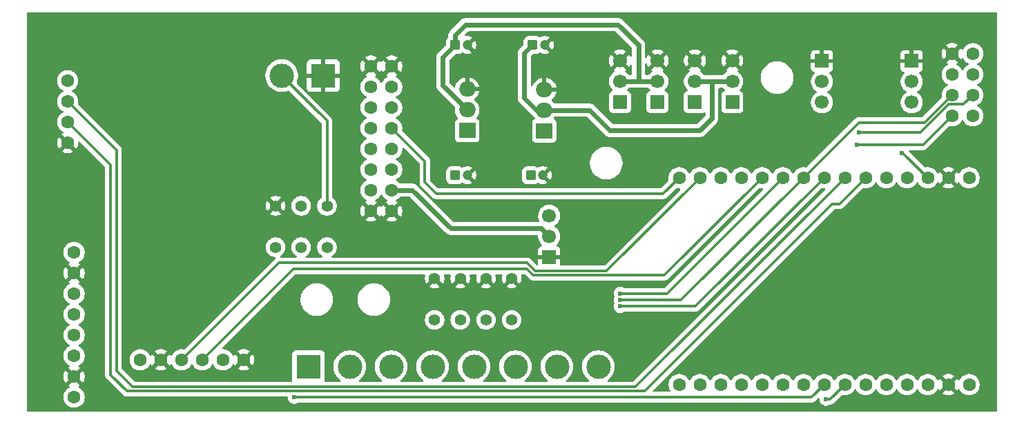
<source format=gbr>
%TF.GenerationSoftware,KiCad,Pcbnew,9.0.3-9.0.3-0~ubuntu22.04.1*%
%TF.CreationDate,2025-09-08T21:56:11-03:00*%
%TF.ProjectId,airplane,61697270-6c61-46e6-952e-6b696361645f,0.0.1*%
%TF.SameCoordinates,Original*%
%TF.FileFunction,Copper,L2,Bot*%
%TF.FilePolarity,Positive*%
%FSLAX46Y46*%
G04 Gerber Fmt 4.6, Leading zero omitted, Abs format (unit mm)*
G04 Created by KiCad (PCBNEW 9.0.3-9.0.3-0~ubuntu22.04.1) date 2025-09-08 21:56:11*
%MOMM*%
%LPD*%
G01*
G04 APERTURE LIST*
G04 Aperture macros list*
%AMRoundRect*
0 Rectangle with rounded corners*
0 $1 Rounding radius*
0 $2 $3 $4 $5 $6 $7 $8 $9 X,Y pos of 4 corners*
0 Add a 4 corners polygon primitive as box body*
4,1,4,$2,$3,$4,$5,$6,$7,$8,$9,$2,$3,0*
0 Add four circle primitives for the rounded corners*
1,1,$1+$1,$2,$3*
1,1,$1+$1,$4,$5*
1,1,$1+$1,$6,$7*
1,1,$1+$1,$8,$9*
0 Add four rect primitives between the rounded corners*
20,1,$1+$1,$2,$3,$4,$5,0*
20,1,$1+$1,$4,$5,$6,$7,0*
20,1,$1+$1,$6,$7,$8,$9,0*
20,1,$1+$1,$8,$9,$2,$3,0*%
G04 Aperture macros list end*
%TA.AperFunction,ComponentPad*%
%ADD10C,1.600000*%
%TD*%
%TA.AperFunction,ComponentPad*%
%ADD11C,1.400000*%
%TD*%
%TA.AperFunction,ComponentPad*%
%ADD12R,1.700000X1.700000*%
%TD*%
%TA.AperFunction,ComponentPad*%
%ADD13C,1.700000*%
%TD*%
%TA.AperFunction,ComponentPad*%
%ADD14R,2.000000X1.905000*%
%TD*%
%TA.AperFunction,ComponentPad*%
%ADD15O,2.000000X1.905000*%
%TD*%
%TA.AperFunction,ComponentPad*%
%ADD16RoundRect,0.250000X-0.350000X-0.350000X0.350000X-0.350000X0.350000X0.350000X-0.350000X0.350000X0*%
%TD*%
%TA.AperFunction,ComponentPad*%
%ADD17C,1.200000*%
%TD*%
%TA.AperFunction,ComponentPad*%
%ADD18R,3.000000X3.000000*%
%TD*%
%TA.AperFunction,ComponentPad*%
%ADD19C,3.000000*%
%TD*%
%TA.AperFunction,ViaPad*%
%ADD20C,0.600000*%
%TD*%
%TA.AperFunction,Conductor*%
%ADD21C,0.300000*%
%TD*%
%TA.AperFunction,Conductor*%
%ADD22C,0.600000*%
%TD*%
G04 APERTURE END LIST*
D10*
%TO.P,U13,1,GND*%
%TO.N,GND*%
X136940000Y-103110000D03*
X134400000Y-103110000D03*
%TO.P,U13,2,3V3*%
%TO.N,Net-(U10-VO)*%
X136940000Y-100570000D03*
X134400000Y-100570000D03*
%TO.P,U13,3,5V*%
%TO.N,unconnected-(U13-5V-Pad3)_1*%
X136940000Y-98030000D03*
%TO.N,unconnected-(U13-5V-Pad3)*%
X134400000Y-98030000D03*
%TO.P,U13,4,CS*%
%TO.N,Net-(U1-GPIO5)*%
X136940000Y-95490000D03*
X134400000Y-95490000D03*
%TO.P,U13,5,MOSI*%
%TO.N,Net-(U1-GPIO23)*%
X136940000Y-92950000D03*
X134400000Y-92950000D03*
%TO.P,U13,6,SCK*%
%TO.N,Net-(U1-GPIO18)*%
X136940000Y-90410000D03*
X134400000Y-90410000D03*
%TO.P,U13,7,MISO*%
%TO.N,Net-(U1-GPIO19)*%
X136940000Y-87870000D03*
X134400000Y-87870000D03*
%TO.P,U13,8,GND*%
%TO.N,GND*%
X136940000Y-85330000D03*
X134400000Y-85330000D03*
%TD*%
D11*
%TO.P,R7,1*%
%TO.N,Net-(U10-VI)*%
X129000000Y-102500000D03*
%TO.P,R7,2*%
%TO.N,Net-(R6-Pad1)*%
X129000000Y-107580000D03*
%TD*%
%TO.P,R6,1*%
%TO.N,Net-(R6-Pad1)*%
X125850000Y-107580000D03*
%TO.P,R6,2*%
%TO.N,Net-(U1-GPIO25)*%
X125850000Y-102500000D03*
%TD*%
%TO.P,R5,1*%
%TO.N,Net-(U1-GPIO25)*%
X122700000Y-107580000D03*
%TO.P,R5,2*%
%TO.N,GND*%
X122700000Y-102500000D03*
%TD*%
D12*
%TO.P,U4,1,GND*%
%TO.N,GND*%
X189700000Y-84710000D03*
D13*
%TO.P,U4,2,5v*%
%TO.N,Net-(U1-VIN)*%
X189700000Y-87250000D03*
%TO.P,U4,3,PWM*%
%TO.N,Net-(U1-GPIO15)*%
X189700000Y-89790000D03*
%TD*%
D12*
%TO.P,M4,1,PWM*%
%TO.N,Net-(M3-PWM)*%
X164930000Y-89750000D03*
D13*
%TO.P,M4,2,+*%
%TO.N,Net-(M3-+)*%
X164930000Y-87210000D03*
%TO.P,M4,3,-*%
%TO.N,GND*%
X164930000Y-84670000D03*
%TD*%
D12*
%TO.P,M2,1,PWM*%
%TO.N,Net-(M2-PWM)*%
X174110000Y-89750000D03*
D13*
%TO.P,M2,2,+*%
%TO.N,Net-(M1-+)*%
X174110000Y-87210000D03*
%TO.P,M2,3,-*%
%TO.N,GND*%
X174110000Y-84670000D03*
%TD*%
D14*
%TO.P,U6,1,IN*%
%TO.N,Net-(U10-VI)*%
X155650000Y-93290000D03*
D15*
%TO.P,U6,2,OUT*%
%TO.N,Net-(M1-+)*%
X155650000Y-90750000D03*
%TO.P,U6,3,GND*%
%TO.N,GND*%
X155650000Y-88210000D03*
%TD*%
D10*
%TO.P,U2,1,GND*%
%TO.N,GND*%
X205660000Y-83810000D03*
%TO.P,U2,2,VCC*%
%TO.N,Net-(U2-VCC)*%
X208200000Y-83810000D03*
%TO.P,U2,3,CE*%
%TO.N,Net-(U1-GPIO4)*%
X205660000Y-86350000D03*
%TO.P,U2,4,CSN*%
%TO.N,Net-(U1-GPIO2)*%
X208200000Y-86350000D03*
%TO.P,U2,5,SCK*%
%TO.N,Net-(U1-GPIO18)*%
X205660000Y-88890000D03*
%TO.P,U2,6,MOSI*%
%TO.N,Net-(U1-GPIO23)*%
X208200000Y-88890000D03*
%TO.P,U2,7,MISO*%
%TO.N,Net-(U1-GPIO19)*%
X205660000Y-91430000D03*
%TO.P,U2,8,IRQ*%
%TO.N,unconnected-(U2-IRQ-Pad8)*%
X208200000Y-91430000D03*
%TD*%
D11*
%TO.P,R4,1*%
%TO.N,Net-(U8-GND2)*%
X151650000Y-116500000D03*
%TO.P,R4,2*%
%TO.N,GND*%
X151650000Y-111420000D03*
%TD*%
D16*
%TO.P,C4,1*%
%TO.N,Net-(M3-+)*%
X144700000Y-82750000D03*
D17*
%TO.P,C4,2*%
%TO.N,GND*%
X146200000Y-82750000D03*
%TD*%
D11*
%TO.P,R3,1*%
%TO.N,Net-(U8-GND1)*%
X148500000Y-116500000D03*
%TO.P,R3,2*%
%TO.N,GND*%
X148500000Y-111420000D03*
%TD*%
%TO.P,R1,1*%
%TO.N,Net-(U8-GNDR)*%
X142200000Y-116500000D03*
%TO.P,R1,2*%
%TO.N,GND*%
X142200000Y-111420000D03*
%TD*%
D18*
%TO.P,U8,1,NAVR*%
%TO.N,Net-(U1-GPIO26)*%
X126720000Y-122250000D03*
D19*
%TO.P,U8,2,GNDR*%
%TO.N,Net-(U8-GNDR)*%
X131800000Y-122250000D03*
%TO.P,U8,3,NAVG*%
%TO.N,Net-(U1-GPIO26)*%
X136880000Y-122250000D03*
%TO.P,U8,4,GNDG*%
%TO.N,Net-(U8-GNDG)*%
X141960000Y-122250000D03*
%TO.P,U8,5,STR1*%
%TO.N,Net-(U1-GPIO27)*%
X147040000Y-122250000D03*
%TO.P,U8,6,GND1*%
%TO.N,Net-(U8-GND1)*%
X152120000Y-122250000D03*
%TO.P,U8,7,STR2*%
%TO.N,Net-(U1-GPIO27)*%
X157200000Y-122250000D03*
%TO.P,U8,8,GND2*%
%TO.N,Net-(U8-GND2)*%
X162280000Y-122250000D03*
%TD*%
D10*
%TO.P,U11,1,VCC*%
%TO.N,Net-(U10-VO)*%
X106100000Y-121400000D03*
%TO.P,U11,2,GND*%
%TO.N,GND*%
X108640000Y-121400000D03*
%TO.P,U11,3,SCL*%
%TO.N,Net-(U1-GPIO22)*%
X111180000Y-121400000D03*
%TO.P,U11,4,SDA*%
%TO.N,Net-(U1-GPIO21)*%
X113720000Y-121400000D03*
%TO.P,U11,5,CSB*%
%TO.N,Net-(U10-VO)*%
X116260000Y-121400000D03*
%TO.P,U11,6,SDO*%
%TO.N,GND*%
X118800000Y-121400000D03*
%TD*%
D12*
%TO.P,U10,1,GND*%
%TO.N,GND*%
X156250000Y-108790000D03*
D13*
%TO.P,U10,2,VO*%
%TO.N,Net-(U10-VO)*%
X156250000Y-106250000D03*
%TO.P,U10,3,VI*%
%TO.N,Net-(U10-VI)*%
X156250000Y-103710000D03*
%TD*%
D16*
%TO.P,C1,1*%
%TO.N,Net-(U10-VI)*%
X153977401Y-98750000D03*
D17*
%TO.P,C1,2*%
%TO.N,GND*%
X155477401Y-98750000D03*
%TD*%
D14*
%TO.P,U7,1,IN*%
%TO.N,Net-(U10-VI)*%
X146200000Y-93250000D03*
D15*
%TO.P,U7,2,OUT*%
%TO.N,Net-(M3-+)*%
X146200000Y-90710000D03*
%TO.P,U7,3,GND*%
%TO.N,GND*%
X146200000Y-88170000D03*
%TD*%
D16*
%TO.P,C3,1*%
%TO.N,Net-(U10-VI)*%
X144700000Y-98750000D03*
D17*
%TO.P,C3,2*%
%TO.N,GND*%
X146200000Y-98750000D03*
%TD*%
D16*
%TO.P,C2,1*%
%TO.N,Net-(M1-+)*%
X154200000Y-82750000D03*
D17*
%TO.P,C2,2*%
%TO.N,GND*%
X155700000Y-82750000D03*
%TD*%
D11*
%TO.P,R2,1*%
%TO.N,Net-(U8-GNDG)*%
X145350000Y-116500000D03*
%TO.P,R2,2*%
%TO.N,GND*%
X145350000Y-111420000D03*
%TD*%
D12*
%TO.P,M1,1,PWM*%
%TO.N,Net-(M1-PWM)*%
X178700000Y-89750000D03*
D13*
%TO.P,M1,2,+*%
%TO.N,Net-(M1-+)*%
X178700000Y-87210000D03*
%TO.P,M1,3,-*%
%TO.N,GND*%
X178700000Y-84670000D03*
%TD*%
D18*
%TO.P,U5,1,GND*%
%TO.N,GND*%
X128540000Y-86500000D03*
D19*
%TO.P,U5,2,12v*%
%TO.N,Net-(U10-VI)*%
X123460000Y-86500000D03*
%TD*%
D10*
%TO.P,U1,1,EN*%
%TO.N,unconnected-(U1-EN-Pad1)*%
X172180000Y-124450000D03*
%TO.P,U1,2,GPIO36*%
%TO.N,unconnected-(U1-GPIO36-Pad2)*%
X174720000Y-124450000D03*
%TO.P,U1,3,GPIO39*%
%TO.N,unconnected-(U1-GPIO39-Pad3)*%
X177260000Y-124450000D03*
%TO.P,U1,4,GPIO34*%
%TO.N,unconnected-(U1-GPIO34-Pad4)*%
X179800000Y-124450000D03*
%TO.P,U1,5,GPIO35*%
%TO.N,unconnected-(U1-GPIO35-Pad5)*%
X182340000Y-124450000D03*
%TO.P,U1,6,GPIO32*%
%TO.N,unconnected-(U1-GPIO32-Pad6)*%
X184880000Y-124450000D03*
%TO.P,U1,7,GPIO33*%
%TO.N,unconnected-(U1-GPIO33-Pad7)*%
X187420000Y-124450000D03*
%TO.P,U1,8,GPIO25*%
%TO.N,Net-(U1-GPIO25)*%
X189960000Y-124450000D03*
%TO.P,U1,9,GPIO26*%
%TO.N,Net-(U1-GPIO26)*%
X192500000Y-124450000D03*
%TO.P,U1,10,GPIO27*%
%TO.N,Net-(U1-GPIO27)*%
X195040000Y-124450000D03*
%TO.P,U1,11,GPIO14*%
%TO.N,Net-(M3-PWM)*%
X197580000Y-124450000D03*
%TO.P,U1,12,GPIO12*%
%TO.N,Net-(M2-PWM)*%
X200120000Y-124450000D03*
%TO.P,U1,13,GPIO13*%
%TO.N,Net-(M1-PWM)*%
X202660000Y-124450000D03*
%TO.P,U1,14,GND*%
%TO.N,GND*%
X205200000Y-124450000D03*
%TO.P,U1,15,VIN*%
%TO.N,Net-(U1-VIN)*%
X207740000Y-124450000D03*
%TO.P,U1,16,GPIO23*%
%TO.N,Net-(U1-GPIO23)*%
X172180000Y-99050000D03*
%TO.P,U1,17,GPIO22*%
%TO.N,Net-(U1-GPIO22)*%
X174720000Y-99050000D03*
%TO.P,U1,18,GPIO1*%
%TO.N,unconnected-(U1-GPIO1-Pad18)*%
X177260000Y-99050000D03*
%TO.P,U1,19,GPIO3*%
%TO.N,unconnected-(U1-GPIO3-Pad19)*%
X179800000Y-99050000D03*
%TO.P,U1,20,GPIO21*%
%TO.N,Net-(U1-GPIO21)*%
X182340000Y-99050000D03*
%TO.P,U1,21,GPIO19*%
%TO.N,Net-(U1-GPIO19)*%
X184880000Y-99050000D03*
%TO.P,U1,22,GPIO18*%
%TO.N,Net-(U1-GPIO18)*%
X187420000Y-99050000D03*
%TO.P,U1,23,GPIO5*%
%TO.N,Net-(U1-GPIO5)*%
X189960000Y-99050000D03*
%TO.P,U1,24,GPIO17*%
%TO.N,Net-(U1-GPIO17)*%
X192500000Y-99050000D03*
%TO.P,U1,25,GPIO16*%
%TO.N,Net-(U1-GPIO16)*%
X195040000Y-99050000D03*
%TO.P,U1,26,GPIO4*%
%TO.N,Net-(U1-GPIO4)*%
X197580000Y-99050000D03*
%TO.P,U1,27,GPIO2*%
%TO.N,Net-(U1-GPIO2)*%
X200120000Y-99050000D03*
%TO.P,U1,28,GPIO15*%
%TO.N,Net-(U1-GPIO15)*%
X202660000Y-99050000D03*
%TO.P,U1,29,GND*%
%TO.N,GND*%
X205200000Y-99050000D03*
%TO.P,U1,30,3.3v*%
%TO.N,unconnected-(U1-3.3v-Pad30)*%
X207740000Y-99050000D03*
%TD*%
D12*
%TO.P,M3,1,PWM*%
%TO.N,Net-(M3-PWM)*%
X169520000Y-89750000D03*
D13*
%TO.P,M3,2,+*%
%TO.N,Net-(M3-+)*%
X169520000Y-87210000D03*
%TO.P,M3,3,-*%
%TO.N,GND*%
X169520000Y-84670000D03*
%TD*%
D10*
%TO.P,U9,1,VCC*%
%TO.N,Net-(U10-VO)*%
X98000000Y-125990000D03*
%TO.P,U9,2,GND*%
%TO.N,GND*%
X98000000Y-123450000D03*
%TO.P,U9,3,SCL*%
%TO.N,Net-(U1-GPIO22)*%
X98000000Y-120910000D03*
%TO.P,U9,4,SDA*%
%TO.N,Net-(U1-GPIO21)*%
X98000000Y-118370000D03*
%TO.P,U9,5,XDA*%
%TO.N,unconnected-(U9-XDA-Pad5)*%
X98000000Y-115830000D03*
%TO.P,U9,6,XCL*%
%TO.N,unconnected-(U9-XCL-Pad6)*%
X98000000Y-113290000D03*
%TO.P,U9,7,AD0*%
%TO.N,GND*%
X98000000Y-110750000D03*
%TO.P,U9,8,INT*%
%TO.N,unconnected-(U9-INT-Pad8)*%
X98000000Y-108210000D03*
%TD*%
D12*
%TO.P,U3,1,GND*%
%TO.N,GND*%
X200700000Y-84710000D03*
D13*
%TO.P,U3,2,VO*%
%TO.N,Net-(U2-VCC)*%
X200700000Y-87250000D03*
%TO.P,U3,3,VI*%
%TO.N,Net-(U1-VIN)*%
X200700000Y-89790000D03*
%TD*%
D10*
%TO.P,U12,1,VCC*%
%TO.N,Net-(U10-VO)*%
X97200000Y-87130000D03*
%TO.P,U12,2,RX*%
%TO.N,Net-(U1-GPIO17)*%
X97200000Y-89670000D03*
%TO.P,U12,3,TX*%
%TO.N,Net-(U1-GPIO16)*%
X97200000Y-92210000D03*
%TO.P,U12,4,GND*%
%TO.N,GND*%
X97200000Y-94750000D03*
%TD*%
D20*
%TO.N,Net-(U1-GPIO25)*%
X125000000Y-126000000D03*
%TO.N,Net-(U1-GPIO18)*%
X164950000Y-114050003D03*
%TO.N,Net-(U1-GPIO19)*%
X164950000Y-113250000D03*
X193950000Y-95000000D03*
%TO.N,Net-(U1-GPIO23)*%
X194200000Y-93500000D03*
%TO.N,Net-(U1-GPIO15)*%
X199450000Y-96000000D03*
%TO.N,Net-(U1-GPIO26)*%
X190200000Y-126251000D03*
%TO.N,Net-(U1-GPIO5)*%
X164950000Y-114850006D03*
%TD*%
D21*
%TO.N,Net-(U1-GPIO25)*%
X125000000Y-126000000D02*
X188410000Y-126000000D01*
X188410000Y-126000000D02*
X189960000Y-124450000D01*
%TO.N,Net-(U10-VI)*%
X129000000Y-102500000D02*
X129000000Y-92040000D01*
X129000000Y-92040000D02*
X123460000Y-86500000D01*
D22*
%TO.N,Net-(M1-+)*%
X155650000Y-90750000D02*
X154700000Y-90750000D01*
X176200000Y-87210000D02*
X178700000Y-87210000D01*
X154700000Y-90750000D02*
X153200000Y-89250000D01*
X153200000Y-89250000D02*
X153200000Y-83750000D01*
X174700000Y-93250000D02*
X176200000Y-91750000D01*
X161200000Y-90750000D02*
X163700000Y-93250000D01*
X163700000Y-93250000D02*
X174700000Y-93250000D01*
X174110000Y-87210000D02*
X176200000Y-87210000D01*
X176200000Y-91750000D02*
X176200000Y-87210000D01*
X153200000Y-83750000D02*
X154200000Y-82750000D01*
X155650000Y-90750000D02*
X161200000Y-90750000D01*
%TO.N,Net-(M3-+)*%
X146200000Y-90710000D02*
X143200000Y-87710000D01*
X143200000Y-87710000D02*
X143200000Y-84250000D01*
X146000000Y-80250000D02*
X164700000Y-80250000D01*
X144700000Y-82750000D02*
X144700000Y-81550000D01*
X144700000Y-81550000D02*
X146000000Y-80250000D01*
X164700000Y-80250000D02*
X167200000Y-82750000D01*
X167200000Y-87210000D02*
X169520000Y-87210000D01*
X143200000Y-84250000D02*
X144700000Y-82750000D01*
X167200000Y-82750000D02*
X167200000Y-87210000D01*
X164930000Y-87210000D02*
X167200000Y-87210000D01*
D21*
%TO.N,Net-(U1-GPIO16)*%
X167007521Y-125251000D02*
X167008520Y-125250000D01*
X191840000Y-102250000D02*
X195040000Y-99050000D01*
X104991479Y-125250000D02*
X104992480Y-125251000D01*
X167950000Y-125250000D02*
X190950000Y-102250000D01*
X167008520Y-125250000D02*
X167950000Y-125250000D01*
X102450000Y-123250000D02*
X104450000Y-125250000D01*
X104450000Y-125250000D02*
X104991479Y-125250000D01*
X97200000Y-92210000D02*
X102450000Y-97460000D01*
X190950000Y-102250000D02*
X191840000Y-102250000D01*
X104992480Y-125251000D02*
X167007521Y-125251000D01*
X102450000Y-97460000D02*
X102450000Y-123250000D01*
%TO.N,Net-(U1-GPIO22)*%
X154500000Y-110500000D02*
X163270000Y-110500000D01*
X123080000Y-109500000D02*
X153500000Y-109500000D01*
X163270000Y-110500000D02*
X174720000Y-99050000D01*
X111180000Y-121400000D02*
X123080000Y-109500000D01*
X153500000Y-109500000D02*
X154500000Y-110500000D01*
%TO.N,Net-(U1-GPIO18)*%
X172419997Y-114050003D02*
X187420000Y-99050000D01*
X164950000Y-114050003D02*
X172419997Y-114050003D01*
X202300000Y-92250000D02*
X194220000Y-92250000D01*
X205660000Y-88890000D02*
X202300000Y-92250000D01*
X194220000Y-92250000D02*
X187420000Y-99050000D01*
%TO.N,Net-(U1-GPIO21)*%
X113720000Y-121400000D02*
X124870000Y-110250000D01*
X124870000Y-110250000D02*
X153541480Y-110250000D01*
X170389000Y-111001000D02*
X182340000Y-99050000D01*
X154292480Y-111001000D02*
X170389000Y-111001000D01*
X153541480Y-110250000D02*
X154292480Y-111001000D01*
%TO.N,Net-(U1-GPIO19)*%
X205660000Y-91430000D02*
X202090000Y-95000000D01*
X170680000Y-113250000D02*
X184880000Y-99050000D01*
X164950000Y-113250000D02*
X170680000Y-113250000D01*
X202090000Y-95000000D02*
X193950000Y-95000000D01*
%TO.N,Net-(U1-GPIO17)*%
X103200000Y-95670000D02*
X103200000Y-122750000D01*
X105200000Y-124750000D02*
X166800000Y-124750000D01*
X166800000Y-124750000D02*
X192500000Y-99050000D01*
X97200000Y-89670000D02*
X103200000Y-95670000D01*
X103200000Y-122750000D02*
X105200000Y-124750000D01*
%TO.N,Net-(U1-GPIO23)*%
X201758520Y-93500000D02*
X194200000Y-93500000D01*
X170230000Y-101000000D02*
X172180000Y-99050000D01*
X142390000Y-101000000D02*
X170230000Y-101000000D01*
X141000000Y-97010000D02*
X141000000Y-99610000D01*
X205217520Y-90041000D02*
X201758520Y-93500000D01*
X207049000Y-90041000D02*
X205217520Y-90041000D01*
X136940000Y-92950000D02*
X141000000Y-97010000D01*
X141000000Y-99610000D02*
X142390000Y-101000000D01*
X208200000Y-88890000D02*
X207049000Y-90041000D01*
%TO.N,Net-(U1-GPIO15)*%
X199450000Y-96000000D02*
X199610000Y-96000000D01*
X199610000Y-96000000D02*
X202660000Y-99050000D01*
%TO.N,Net-(U1-GPIO26)*%
X190200000Y-126251000D02*
X190699000Y-126251000D01*
X190699000Y-126251000D02*
X192500000Y-124450000D01*
%TO.N,Net-(U1-GPIO5)*%
X164950000Y-114850006D02*
X174159994Y-114850006D01*
X174159994Y-114850006D02*
X189960000Y-99050000D01*
D22*
%TO.N,Net-(U10-VO)*%
X155250000Y-105250000D02*
X156250000Y-106250000D01*
X144160000Y-105250000D02*
X139480000Y-100570000D01*
X139480000Y-100570000D02*
X136940000Y-100570000D01*
X144160000Y-105250000D02*
X155250000Y-105250000D01*
%TD*%
%TA.AperFunction,Conductor*%
%TO.N,GND*%
G36*
X138445703Y-95376095D02*
G01*
X138452181Y-95382127D01*
X140313181Y-97243127D01*
X140346666Y-97304450D01*
X140349500Y-97330808D01*
X140349500Y-99674069D01*
X140359190Y-99722780D01*
X140359190Y-99722783D01*
X140374497Y-99799736D01*
X140374499Y-99799744D01*
X140414874Y-99897219D01*
X140423535Y-99918127D01*
X140474588Y-99994534D01*
X140494726Y-100024673D01*
X141975326Y-101505273D01*
X141975329Y-101505275D01*
X141975331Y-101505277D01*
X142081873Y-101576465D01*
X142200256Y-101625501D01*
X142200260Y-101625501D01*
X142200261Y-101625502D01*
X142325928Y-101650500D01*
X142325931Y-101650500D01*
X170294071Y-101650500D01*
X170378615Y-101633682D01*
X170419744Y-101625501D01*
X170538127Y-101576465D01*
X170644669Y-101505277D01*
X171792809Y-100357135D01*
X171854130Y-100323652D01*
X171899886Y-100322345D01*
X171947050Y-100329815D01*
X172077648Y-100350500D01*
X172077649Y-100350500D01*
X172200191Y-100350500D01*
X172267230Y-100370185D01*
X172312985Y-100422989D01*
X172322929Y-100492147D01*
X172293904Y-100555703D01*
X172287872Y-100562181D01*
X163036873Y-109813181D01*
X162975550Y-109846666D01*
X162949192Y-109849500D01*
X157720665Y-109849500D01*
X157653626Y-109829815D01*
X157607871Y-109777011D01*
X157597375Y-109712245D01*
X157599999Y-109687828D01*
X157600000Y-109687827D01*
X157600000Y-109040000D01*
X156683012Y-109040000D01*
X156715925Y-108982993D01*
X156750000Y-108855826D01*
X156750000Y-108724174D01*
X156715925Y-108597007D01*
X156683012Y-108540000D01*
X157600000Y-108540000D01*
X157600000Y-107892172D01*
X157599999Y-107892155D01*
X157593598Y-107832627D01*
X157593596Y-107832620D01*
X157543354Y-107697913D01*
X157543350Y-107697906D01*
X157457190Y-107582812D01*
X157457187Y-107582809D01*
X157342093Y-107496649D01*
X157342088Y-107496646D01*
X157210528Y-107447577D01*
X157154595Y-107405705D01*
X157130178Y-107340241D01*
X157145030Y-107271968D01*
X157166175Y-107243720D01*
X157280104Y-107129792D01*
X157287827Y-107119163D01*
X157405048Y-106957820D01*
X157405047Y-106957820D01*
X157405051Y-106957816D01*
X157501557Y-106768412D01*
X157567246Y-106566243D01*
X157600500Y-106356287D01*
X157600500Y-106143713D01*
X157567246Y-105933757D01*
X157501557Y-105731588D01*
X157405051Y-105542184D01*
X157405049Y-105542181D01*
X157405048Y-105542179D01*
X157280109Y-105370213D01*
X157129786Y-105219890D01*
X156957820Y-105094951D01*
X156957115Y-105094591D01*
X156949054Y-105090485D01*
X156898259Y-105042512D01*
X156881463Y-104974692D01*
X156903999Y-104908556D01*
X156949054Y-104869515D01*
X156957816Y-104865051D01*
X156979789Y-104849086D01*
X157129786Y-104740109D01*
X157129788Y-104740106D01*
X157129792Y-104740104D01*
X157280104Y-104589792D01*
X157280106Y-104589788D01*
X157280109Y-104589786D01*
X157405048Y-104417820D01*
X157405047Y-104417820D01*
X157405051Y-104417816D01*
X157501557Y-104228412D01*
X157567246Y-104026243D01*
X157600500Y-103816287D01*
X157600500Y-103603713D01*
X157567246Y-103393757D01*
X157501557Y-103191588D01*
X157405051Y-103002184D01*
X157405049Y-103002181D01*
X157405048Y-103002179D01*
X157280109Y-102830213D01*
X157129786Y-102679890D01*
X156957820Y-102554951D01*
X156768414Y-102458444D01*
X156768413Y-102458443D01*
X156768412Y-102458443D01*
X156566243Y-102392754D01*
X156566241Y-102392753D01*
X156566240Y-102392753D01*
X156404957Y-102367208D01*
X156356287Y-102359500D01*
X156143713Y-102359500D01*
X156095042Y-102367208D01*
X155933760Y-102392753D01*
X155731585Y-102458444D01*
X155542179Y-102554951D01*
X155370213Y-102679890D01*
X155219890Y-102830213D01*
X155094951Y-103002179D01*
X154998444Y-103191585D01*
X154932753Y-103393760D01*
X154911756Y-103526331D01*
X154899500Y-103603713D01*
X154899500Y-103816287D01*
X154932754Y-104026243D01*
X154985791Y-104189474D01*
X154998444Y-104228414D01*
X155019228Y-104269205D01*
X155032124Y-104337874D01*
X155005848Y-104402615D01*
X154948741Y-104442872D01*
X154908743Y-104449500D01*
X144542940Y-104449500D01*
X144475901Y-104429815D01*
X144455259Y-104413181D01*
X139990292Y-99948213D01*
X139990288Y-99948210D01*
X139859185Y-99860609D01*
X139859172Y-99860602D01*
X139713501Y-99800264D01*
X139713489Y-99800261D01*
X139558845Y-99769500D01*
X139558842Y-99769500D01*
X138029033Y-99769500D01*
X137961994Y-99749815D01*
X137934748Y-99726038D01*
X137931964Y-99722779D01*
X137787213Y-99578028D01*
X137621614Y-99457715D01*
X137555874Y-99424219D01*
X137528917Y-99410483D01*
X137478123Y-99362511D01*
X137461328Y-99294690D01*
X137483865Y-99228555D01*
X137528917Y-99189516D01*
X137621610Y-99142287D01*
X137748632Y-99050001D01*
X137787213Y-99021971D01*
X137787215Y-99021968D01*
X137787219Y-99021966D01*
X137931966Y-98877219D01*
X137931968Y-98877215D01*
X137931971Y-98877213D01*
X137995700Y-98789496D01*
X138052287Y-98711610D01*
X138145220Y-98529219D01*
X138208477Y-98334534D01*
X138240500Y-98132352D01*
X138240500Y-97927648D01*
X138208477Y-97725466D01*
X138207078Y-97721161D01*
X138167432Y-97599142D01*
X138145220Y-97530781D01*
X138145218Y-97530778D01*
X138145218Y-97530776D01*
X138068967Y-97381127D01*
X138052287Y-97348390D01*
X137975810Y-97243127D01*
X137931971Y-97182786D01*
X137787213Y-97038028D01*
X137621614Y-96917715D01*
X137615006Y-96914348D01*
X137528917Y-96870483D01*
X137478123Y-96822511D01*
X137461328Y-96754690D01*
X137483865Y-96688555D01*
X137528917Y-96649516D01*
X137621610Y-96602287D01*
X137642770Y-96586913D01*
X137787213Y-96481971D01*
X137787215Y-96481968D01*
X137787219Y-96481966D01*
X137931966Y-96337219D01*
X137931968Y-96337215D01*
X137931971Y-96337213D01*
X138007324Y-96233497D01*
X138052287Y-96171610D01*
X138145220Y-95989219D01*
X138208477Y-95794534D01*
X138240500Y-95592352D01*
X138240500Y-95469808D01*
X138260185Y-95402769D01*
X138312989Y-95357014D01*
X138382147Y-95347070D01*
X138445703Y-95376095D01*
G37*
%TD.AperFunction*%
%TA.AperFunction,Conductor*%
G36*
X135741445Y-101113865D02*
G01*
X135780485Y-101158919D01*
X135827715Y-101251614D01*
X135948028Y-101417213D01*
X136092786Y-101561971D01*
X136258385Y-101682284D01*
X136258387Y-101682285D01*
X136258390Y-101682287D01*
X136351630Y-101729795D01*
X136402426Y-101777770D01*
X136419221Y-101845591D01*
X136396684Y-101911725D01*
X136351630Y-101950765D01*
X136258644Y-101998143D01*
X136214077Y-102030523D01*
X136214077Y-102030524D01*
X136893554Y-102710000D01*
X136887339Y-102710000D01*
X136785606Y-102737259D01*
X136694394Y-102789920D01*
X136619920Y-102864394D01*
X136567259Y-102955606D01*
X136540000Y-103057339D01*
X136540000Y-103063553D01*
X135860524Y-102384077D01*
X135860523Y-102384077D01*
X135828143Y-102428644D01*
X135780485Y-102522180D01*
X135732510Y-102572976D01*
X135664689Y-102589771D01*
X135598554Y-102567233D01*
X135559515Y-102522180D01*
X135511859Y-102428650D01*
X135479474Y-102384077D01*
X135479474Y-102384076D01*
X134800000Y-103063551D01*
X134800000Y-103057339D01*
X134772741Y-102955606D01*
X134720080Y-102864394D01*
X134645606Y-102789920D01*
X134554394Y-102737259D01*
X134452661Y-102710000D01*
X134446446Y-102710000D01*
X135125922Y-102030524D01*
X135125921Y-102030523D01*
X135081359Y-101998147D01*
X135081350Y-101998141D01*
X134988369Y-101950765D01*
X134937573Y-101902790D01*
X134920778Y-101834969D01*
X134943315Y-101768835D01*
X134988370Y-101729795D01*
X135081610Y-101682287D01*
X135131144Y-101646298D01*
X135247213Y-101561971D01*
X135247215Y-101561968D01*
X135247219Y-101561966D01*
X135391966Y-101417219D01*
X135391968Y-101417215D01*
X135391971Y-101417213D01*
X135512284Y-101251614D01*
X135512285Y-101251613D01*
X135512287Y-101251610D01*
X135559516Y-101158917D01*
X135607489Y-101108123D01*
X135675310Y-101091328D01*
X135741445Y-101113865D01*
G37*
%TD.AperFunction*%
%TA.AperFunction,Conductor*%
G36*
X136540000Y-85382661D02*
G01*
X136567259Y-85484394D01*
X136619920Y-85575606D01*
X136694394Y-85650080D01*
X136785606Y-85702741D01*
X136887339Y-85730000D01*
X136893553Y-85730000D01*
X136214076Y-86409474D01*
X136258652Y-86441861D01*
X136351628Y-86489234D01*
X136402425Y-86537208D01*
X136419220Y-86605029D01*
X136396683Y-86671164D01*
X136351630Y-86710203D01*
X136258388Y-86757713D01*
X136092786Y-86878028D01*
X135948028Y-87022786D01*
X135827715Y-87188386D01*
X135780485Y-87281080D01*
X135732510Y-87331876D01*
X135664689Y-87348671D01*
X135598554Y-87326134D01*
X135559515Y-87281080D01*
X135548774Y-87260000D01*
X135512287Y-87188390D01*
X135480347Y-87144428D01*
X135391971Y-87022786D01*
X135247213Y-86878028D01*
X135081611Y-86757713D01*
X134988369Y-86710203D01*
X134937574Y-86662229D01*
X134920779Y-86594407D01*
X134943317Y-86528273D01*
X134988371Y-86489234D01*
X135081346Y-86441861D01*
X135081347Y-86441861D01*
X135125921Y-86409474D01*
X134446447Y-85730000D01*
X134452661Y-85730000D01*
X134554394Y-85702741D01*
X134645606Y-85650080D01*
X134720080Y-85575606D01*
X134772741Y-85484394D01*
X134800000Y-85382661D01*
X134800000Y-85376447D01*
X135479474Y-86055921D01*
X135511861Y-86011347D01*
X135511861Y-86011346D01*
X135559515Y-85917820D01*
X135607489Y-85867024D01*
X135675310Y-85850228D01*
X135741445Y-85872765D01*
X135780485Y-85917819D01*
X135828141Y-86011350D01*
X135828147Y-86011359D01*
X135860523Y-86055921D01*
X135860524Y-86055922D01*
X136540000Y-85376446D01*
X136540000Y-85382661D01*
G37*
%TD.AperFunction*%
%TA.AperFunction,Conductor*%
G36*
X206739474Y-84535921D02*
G01*
X206771861Y-84491347D01*
X206771861Y-84491346D01*
X206819234Y-84398371D01*
X206867208Y-84347575D01*
X206935028Y-84330779D01*
X207001164Y-84353316D01*
X207040203Y-84398369D01*
X207087713Y-84491611D01*
X207208028Y-84657213D01*
X207352786Y-84801971D01*
X207477566Y-84892627D01*
X207518390Y-84922287D01*
X207592406Y-84960000D01*
X207611080Y-84969515D01*
X207661876Y-85017490D01*
X207678671Y-85085311D01*
X207656134Y-85151446D01*
X207611080Y-85190485D01*
X207518386Y-85237715D01*
X207352786Y-85358028D01*
X207208028Y-85502786D01*
X207087715Y-85668386D01*
X207040485Y-85761080D01*
X206992510Y-85811876D01*
X206924689Y-85828671D01*
X206858554Y-85806134D01*
X206819515Y-85761080D01*
X206803679Y-85730000D01*
X206772287Y-85668390D01*
X206748897Y-85636196D01*
X206651971Y-85502786D01*
X206507213Y-85358028D01*
X206341611Y-85237713D01*
X206248369Y-85190203D01*
X206197574Y-85142229D01*
X206180779Y-85074407D01*
X206203317Y-85008273D01*
X206248371Y-84969234D01*
X206341346Y-84921861D01*
X206341347Y-84921861D01*
X206385921Y-84889474D01*
X205706447Y-84210000D01*
X205712661Y-84210000D01*
X205814394Y-84182741D01*
X205905606Y-84130080D01*
X205980080Y-84055606D01*
X206032741Y-83964394D01*
X206060000Y-83862661D01*
X206060000Y-83856447D01*
X206739474Y-84535921D01*
G37*
%TD.AperFunction*%
%TA.AperFunction,Conductor*%
G36*
X166045270Y-85431717D02*
G01*
X166045270Y-85431716D01*
X166084622Y-85377554D01*
X166165015Y-85219776D01*
X166212990Y-85168980D01*
X166280811Y-85152185D01*
X166346946Y-85174722D01*
X166390397Y-85229438D01*
X166399500Y-85276071D01*
X166399500Y-86285500D01*
X166396949Y-86294185D01*
X166398238Y-86303147D01*
X166387259Y-86327187D01*
X166379815Y-86352539D01*
X166372974Y-86358466D01*
X166369213Y-86366703D01*
X166346978Y-86380992D01*
X166327011Y-86398294D01*
X166316496Y-86400581D01*
X166310435Y-86404477D01*
X166275500Y-86409500D01*
X166080894Y-86409500D01*
X166013855Y-86389815D01*
X165980577Y-86358387D01*
X165960104Y-86330208D01*
X165809792Y-86179896D01*
X165809786Y-86179890D01*
X165637817Y-86054949D01*
X165628504Y-86050204D01*
X165577707Y-86002230D01*
X165560912Y-85934409D01*
X165583449Y-85868274D01*
X165628507Y-85829232D01*
X165637555Y-85824622D01*
X165691716Y-85785270D01*
X165691717Y-85785270D01*
X165059408Y-85152962D01*
X165122993Y-85135925D01*
X165237007Y-85070099D01*
X165330099Y-84977007D01*
X165395925Y-84862993D01*
X165412962Y-84799409D01*
X166045270Y-85431717D01*
G37*
%TD.AperFunction*%
%TA.AperFunction,Conductor*%
G36*
X169054075Y-84862993D02*
G01*
X169119901Y-84977007D01*
X169212993Y-85070099D01*
X169327007Y-85135925D01*
X169390590Y-85152962D01*
X168758282Y-85785269D01*
X168758282Y-85785270D01*
X168812452Y-85824626D01*
X168812451Y-85824626D01*
X168821495Y-85829234D01*
X168872292Y-85877208D01*
X168889087Y-85945029D01*
X168866550Y-86011164D01*
X168821499Y-86050202D01*
X168812182Y-86054949D01*
X168640213Y-86179890D01*
X168489898Y-86330205D01*
X168489898Y-86330206D01*
X168489896Y-86330208D01*
X168469422Y-86358386D01*
X168465091Y-86361726D01*
X168462819Y-86366703D01*
X168437719Y-86382833D01*
X168414094Y-86401051D01*
X168407422Y-86402303D01*
X168404041Y-86404477D01*
X168369106Y-86409500D01*
X168124500Y-86409500D01*
X168057461Y-86389815D01*
X168011706Y-86337011D01*
X168000500Y-86285500D01*
X168000500Y-85145057D01*
X168020185Y-85078018D01*
X168072989Y-85032263D01*
X168142147Y-85022319D01*
X168205703Y-85051344D01*
X168242431Y-85106739D01*
X168268904Y-85188217D01*
X168365375Y-85377550D01*
X168404728Y-85431716D01*
X169037037Y-84799408D01*
X169054075Y-84862993D01*
G37*
%TD.AperFunction*%
%TA.AperFunction,Conductor*%
G36*
X211142539Y-78770185D02*
G01*
X211188294Y-78822989D01*
X211199500Y-78874500D01*
X211199500Y-127625500D01*
X211179815Y-127692539D01*
X211127011Y-127738294D01*
X211075500Y-127749500D01*
X92324500Y-127749500D01*
X92257461Y-127729815D01*
X92211706Y-127677011D01*
X92200500Y-127625500D01*
X92200500Y-108107648D01*
X96699500Y-108107648D01*
X96699500Y-108312351D01*
X96731522Y-108514534D01*
X96794781Y-108709223D01*
X96846048Y-108809838D01*
X96878994Y-108874499D01*
X96887715Y-108891613D01*
X97008028Y-109057213D01*
X97152786Y-109201971D01*
X97318385Y-109322284D01*
X97318387Y-109322285D01*
X97318390Y-109322287D01*
X97411630Y-109369795D01*
X97462426Y-109417770D01*
X97479221Y-109485591D01*
X97456684Y-109551725D01*
X97411630Y-109590765D01*
X97318644Y-109638143D01*
X97274077Y-109670523D01*
X97274077Y-109670524D01*
X97953554Y-110350000D01*
X97947339Y-110350000D01*
X97845606Y-110377259D01*
X97754394Y-110429920D01*
X97679920Y-110504394D01*
X97627259Y-110595606D01*
X97600000Y-110697339D01*
X97600000Y-110703553D01*
X96920524Y-110024077D01*
X96920523Y-110024077D01*
X96888143Y-110068644D01*
X96795244Y-110250968D01*
X96732009Y-110445582D01*
X96700000Y-110647682D01*
X96700000Y-110852317D01*
X96732009Y-111054417D01*
X96795244Y-111249031D01*
X96888141Y-111431350D01*
X96888147Y-111431359D01*
X96920523Y-111475921D01*
X96920524Y-111475922D01*
X97600000Y-110796446D01*
X97600000Y-110802661D01*
X97627259Y-110904394D01*
X97679920Y-110995606D01*
X97754394Y-111070080D01*
X97845606Y-111122741D01*
X97947339Y-111150000D01*
X97953553Y-111150000D01*
X97274076Y-111829474D01*
X97318652Y-111861861D01*
X97411628Y-111909234D01*
X97462425Y-111957208D01*
X97479220Y-112025029D01*
X97456683Y-112091164D01*
X97411630Y-112130203D01*
X97318388Y-112177713D01*
X97152786Y-112298028D01*
X97008028Y-112442786D01*
X96887715Y-112608386D01*
X96794781Y-112790776D01*
X96731522Y-112985465D01*
X96699500Y-113187648D01*
X96699500Y-113392351D01*
X96731522Y-113594534D01*
X96794781Y-113789223D01*
X96835365Y-113868872D01*
X96887484Y-113971161D01*
X96887715Y-113971613D01*
X97008028Y-114137213D01*
X97152786Y-114281971D01*
X97303012Y-114391114D01*
X97318390Y-114402287D01*
X97409840Y-114448883D01*
X97411080Y-114449515D01*
X97461876Y-114497490D01*
X97478671Y-114565311D01*
X97456134Y-114631446D01*
X97411080Y-114670485D01*
X97318386Y-114717715D01*
X97152786Y-114838028D01*
X97008028Y-114982786D01*
X96887715Y-115148386D01*
X96794781Y-115330776D01*
X96731522Y-115525465D01*
X96699500Y-115727648D01*
X96699500Y-115932351D01*
X96731522Y-116134534D01*
X96794781Y-116329223D01*
X96887715Y-116511613D01*
X97008028Y-116677213D01*
X97152786Y-116821971D01*
X97307749Y-116934556D01*
X97318390Y-116942287D01*
X97409840Y-116988883D01*
X97411080Y-116989515D01*
X97461876Y-117037490D01*
X97478671Y-117105311D01*
X97456134Y-117171446D01*
X97411080Y-117210485D01*
X97318386Y-117257715D01*
X97152786Y-117378028D01*
X97008028Y-117522786D01*
X96887715Y-117688386D01*
X96794781Y-117870776D01*
X96731522Y-118065465D01*
X96699500Y-118267648D01*
X96699500Y-118472351D01*
X96731522Y-118674534D01*
X96794781Y-118869223D01*
X96887715Y-119051613D01*
X97008028Y-119217213D01*
X97152786Y-119361971D01*
X97307749Y-119474556D01*
X97318390Y-119482287D01*
X97409840Y-119528883D01*
X97411080Y-119529515D01*
X97461876Y-119577490D01*
X97478671Y-119645311D01*
X97456134Y-119711446D01*
X97411080Y-119750485D01*
X97318386Y-119797715D01*
X97152786Y-119918028D01*
X97008028Y-120062786D01*
X96887715Y-120228386D01*
X96794781Y-120410776D01*
X96731522Y-120605465D01*
X96699500Y-120807648D01*
X96699500Y-121012351D01*
X96731522Y-121214534D01*
X96794781Y-121409223D01*
X96858691Y-121534653D01*
X96868750Y-121554394D01*
X96887715Y-121591613D01*
X97008028Y-121757213D01*
X97152786Y-121901971D01*
X97318385Y-122022284D01*
X97318387Y-122022285D01*
X97318390Y-122022287D01*
X97411630Y-122069795D01*
X97462426Y-122117770D01*
X97479221Y-122185591D01*
X97456684Y-122251725D01*
X97411630Y-122290765D01*
X97318644Y-122338143D01*
X97274077Y-122370523D01*
X97274077Y-122370524D01*
X97953554Y-123050000D01*
X97947339Y-123050000D01*
X97845606Y-123077259D01*
X97754394Y-123129920D01*
X97679920Y-123204394D01*
X97627259Y-123295606D01*
X97600000Y-123397339D01*
X97600000Y-123403553D01*
X96920524Y-122724077D01*
X96920523Y-122724077D01*
X96888143Y-122768644D01*
X96795244Y-122950968D01*
X96732009Y-123145582D01*
X96700000Y-123347682D01*
X96700000Y-123552317D01*
X96732009Y-123754417D01*
X96795244Y-123949031D01*
X96888141Y-124131350D01*
X96888147Y-124131359D01*
X96920523Y-124175921D01*
X96920524Y-124175922D01*
X97600000Y-123496446D01*
X97600000Y-123502661D01*
X97627259Y-123604394D01*
X97679920Y-123695606D01*
X97754394Y-123770080D01*
X97845606Y-123822741D01*
X97947339Y-123850000D01*
X97953553Y-123850000D01*
X97274076Y-124529474D01*
X97318652Y-124561861D01*
X97411628Y-124609234D01*
X97462425Y-124657208D01*
X97479220Y-124725029D01*
X97456683Y-124791164D01*
X97411630Y-124830203D01*
X97318388Y-124877713D01*
X97152786Y-124998028D01*
X97008028Y-125142786D01*
X96887715Y-125308386D01*
X96794781Y-125490776D01*
X96731522Y-125685465D01*
X96699500Y-125887648D01*
X96699500Y-126092351D01*
X96731522Y-126294534D01*
X96794781Y-126489223D01*
X96887715Y-126671613D01*
X97008028Y-126837213D01*
X97152786Y-126981971D01*
X97307749Y-127094556D01*
X97318390Y-127102287D01*
X97434607Y-127161503D01*
X97500776Y-127195218D01*
X97500778Y-127195218D01*
X97500781Y-127195220D01*
X97605137Y-127229127D01*
X97695465Y-127258477D01*
X97796557Y-127274488D01*
X97897648Y-127290500D01*
X97897649Y-127290500D01*
X98102351Y-127290500D01*
X98102352Y-127290500D01*
X98304534Y-127258477D01*
X98499219Y-127195220D01*
X98681610Y-127102287D01*
X98774590Y-127034732D01*
X98847213Y-126981971D01*
X98847215Y-126981968D01*
X98847219Y-126981966D01*
X98991966Y-126837219D01*
X98991968Y-126837215D01*
X98991971Y-126837213D01*
X99084833Y-126709397D01*
X99112287Y-126671610D01*
X99205220Y-126489219D01*
X99268477Y-126294534D01*
X99300500Y-126092352D01*
X99300500Y-125887648D01*
X99273706Y-125718477D01*
X99268477Y-125685465D01*
X99205218Y-125490776D01*
X99171503Y-125424607D01*
X99112287Y-125308390D01*
X99089489Y-125277011D01*
X98991971Y-125142786D01*
X98847213Y-124998028D01*
X98681611Y-124877713D01*
X98588369Y-124830203D01*
X98537574Y-124782229D01*
X98520779Y-124714407D01*
X98543317Y-124648273D01*
X98588371Y-124609234D01*
X98681346Y-124561861D01*
X98681347Y-124561861D01*
X98725921Y-124529474D01*
X98046447Y-123850000D01*
X98052661Y-123850000D01*
X98154394Y-123822741D01*
X98245606Y-123770080D01*
X98320080Y-123695606D01*
X98372741Y-123604394D01*
X98400000Y-123502661D01*
X98400000Y-123496448D01*
X99079474Y-124175922D01*
X99079474Y-124175921D01*
X99111859Y-124131349D01*
X99204755Y-123949031D01*
X99267990Y-123754417D01*
X99300000Y-123552317D01*
X99300000Y-123347682D01*
X99267990Y-123145582D01*
X99204755Y-122950968D01*
X99111859Y-122768650D01*
X99079474Y-122724077D01*
X99079474Y-122724076D01*
X98400000Y-123403551D01*
X98400000Y-123397339D01*
X98372741Y-123295606D01*
X98320080Y-123204394D01*
X98245606Y-123129920D01*
X98154394Y-123077259D01*
X98052661Y-123050000D01*
X98046446Y-123050000D01*
X98725922Y-122370524D01*
X98725921Y-122370523D01*
X98681359Y-122338147D01*
X98681350Y-122338141D01*
X98588369Y-122290765D01*
X98537573Y-122242790D01*
X98520778Y-122174969D01*
X98543315Y-122108835D01*
X98588370Y-122069795D01*
X98681610Y-122022287D01*
X98789550Y-121943865D01*
X98847213Y-121901971D01*
X98847215Y-121901968D01*
X98847219Y-121901966D01*
X98991966Y-121757219D01*
X98991968Y-121757215D01*
X98991971Y-121757213D01*
X99073057Y-121645606D01*
X99112287Y-121591610D01*
X99205220Y-121409219D01*
X99268477Y-121214534D01*
X99300500Y-121012352D01*
X99300500Y-120807648D01*
X99279344Y-120674076D01*
X99268477Y-120605465D01*
X99218599Y-120451957D01*
X99205220Y-120410781D01*
X99205218Y-120410778D01*
X99205218Y-120410776D01*
X99171503Y-120344607D01*
X99112287Y-120228390D01*
X99058360Y-120154165D01*
X98991971Y-120062786D01*
X98847213Y-119918028D01*
X98681614Y-119797715D01*
X98675006Y-119794348D01*
X98588917Y-119750483D01*
X98538123Y-119702511D01*
X98521328Y-119634690D01*
X98543865Y-119568555D01*
X98588917Y-119529516D01*
X98681610Y-119482287D01*
X98702770Y-119466913D01*
X98847213Y-119361971D01*
X98847215Y-119361968D01*
X98847219Y-119361966D01*
X98991966Y-119217219D01*
X98991968Y-119217215D01*
X98991971Y-119217213D01*
X99044732Y-119144590D01*
X99112287Y-119051610D01*
X99205220Y-118869219D01*
X99268477Y-118674534D01*
X99300500Y-118472352D01*
X99300500Y-118267648D01*
X99268477Y-118065466D01*
X99205220Y-117870781D01*
X99205218Y-117870778D01*
X99205218Y-117870776D01*
X99118457Y-117700500D01*
X99112287Y-117688390D01*
X99099609Y-117670940D01*
X98991971Y-117522786D01*
X98847213Y-117378028D01*
X98681614Y-117257715D01*
X98675006Y-117254348D01*
X98588917Y-117210483D01*
X98538123Y-117162511D01*
X98521328Y-117094690D01*
X98543865Y-117028555D01*
X98588917Y-116989516D01*
X98681610Y-116942287D01*
X98702770Y-116926913D01*
X98847213Y-116821971D01*
X98847215Y-116821968D01*
X98847219Y-116821966D01*
X98991966Y-116677219D01*
X98991968Y-116677215D01*
X98991971Y-116677213D01*
X99044732Y-116604590D01*
X99112287Y-116511610D01*
X99205220Y-116329219D01*
X99268477Y-116134534D01*
X99300500Y-115932352D01*
X99300500Y-115727648D01*
X99283409Y-115619741D01*
X99268477Y-115525465D01*
X99223634Y-115387453D01*
X99205220Y-115330781D01*
X99205218Y-115330778D01*
X99205218Y-115330776D01*
X99153454Y-115229185D01*
X99112287Y-115148390D01*
X99087158Y-115113803D01*
X98991971Y-114982786D01*
X98847213Y-114838028D01*
X98681614Y-114717715D01*
X98675006Y-114714348D01*
X98588917Y-114670483D01*
X98538123Y-114622511D01*
X98521328Y-114554690D01*
X98543865Y-114488555D01*
X98588917Y-114449516D01*
X98681610Y-114402287D01*
X98702770Y-114386913D01*
X98847213Y-114281971D01*
X98847215Y-114281968D01*
X98847219Y-114281966D01*
X98991966Y-114137219D01*
X98991968Y-114137215D01*
X98991971Y-114137213D01*
X99049624Y-114057859D01*
X99112287Y-113971610D01*
X99205220Y-113789219D01*
X99268477Y-113594534D01*
X99300500Y-113392352D01*
X99300500Y-113187648D01*
X99268477Y-112985466D01*
X99205220Y-112790781D01*
X99205218Y-112790778D01*
X99205218Y-112790776D01*
X99147831Y-112678149D01*
X99112287Y-112608390D01*
X99063042Y-112540609D01*
X98991971Y-112442786D01*
X98847213Y-112298028D01*
X98681611Y-112177713D01*
X98588369Y-112130203D01*
X98537574Y-112082229D01*
X98520779Y-112014407D01*
X98543317Y-111948273D01*
X98588371Y-111909234D01*
X98681346Y-111861861D01*
X98681347Y-111861861D01*
X98725921Y-111829474D01*
X98046447Y-111150000D01*
X98052661Y-111150000D01*
X98154394Y-111122741D01*
X98245606Y-111070080D01*
X98320080Y-110995606D01*
X98372741Y-110904394D01*
X98400000Y-110802661D01*
X98400000Y-110796448D01*
X99079474Y-111475922D01*
X99079474Y-111475921D01*
X99111859Y-111431349D01*
X99204755Y-111249031D01*
X99267990Y-111054417D01*
X99300000Y-110852317D01*
X99300000Y-110647682D01*
X99267990Y-110445582D01*
X99204755Y-110250968D01*
X99111859Y-110068650D01*
X99079474Y-110024077D01*
X99079474Y-110024076D01*
X98400000Y-110703551D01*
X98400000Y-110697339D01*
X98372741Y-110595606D01*
X98320080Y-110504394D01*
X98245606Y-110429920D01*
X98154394Y-110377259D01*
X98052661Y-110350000D01*
X98046446Y-110350000D01*
X98725922Y-109670524D01*
X98725921Y-109670523D01*
X98681359Y-109638147D01*
X98681350Y-109638141D01*
X98588369Y-109590765D01*
X98537573Y-109542790D01*
X98520778Y-109474969D01*
X98543315Y-109408835D01*
X98588370Y-109369795D01*
X98681610Y-109322287D01*
X98731144Y-109286298D01*
X98847213Y-109201971D01*
X98847215Y-109201968D01*
X98847219Y-109201966D01*
X98991966Y-109057219D01*
X98991968Y-109057215D01*
X98991971Y-109057213D01*
X99045894Y-108982993D01*
X99112287Y-108891610D01*
X99205220Y-108709219D01*
X99268477Y-108514534D01*
X99300500Y-108312352D01*
X99300500Y-108107648D01*
X99268477Y-107905466D01*
X99254067Y-107861118D01*
X99205218Y-107710776D01*
X99140016Y-107582812D01*
X99112287Y-107528390D01*
X99081140Y-107485519D01*
X98991971Y-107362786D01*
X98847213Y-107218028D01*
X98681613Y-107097715D01*
X98681612Y-107097714D01*
X98681610Y-107097713D01*
X98624653Y-107068691D01*
X98499223Y-107004781D01*
X98304534Y-106941522D01*
X98129995Y-106913878D01*
X98102352Y-106909500D01*
X97897648Y-106909500D01*
X97873329Y-106913351D01*
X97695465Y-106941522D01*
X97500776Y-107004781D01*
X97318386Y-107097715D01*
X97152786Y-107218028D01*
X97008028Y-107362786D01*
X96887715Y-107528386D01*
X96794781Y-107710776D01*
X96731522Y-107905465D01*
X96699500Y-108107648D01*
X92200500Y-108107648D01*
X92200500Y-87027648D01*
X95899500Y-87027648D01*
X95899500Y-87232351D01*
X95931522Y-87434534D01*
X95994781Y-87629223D01*
X96053614Y-87744687D01*
X96065702Y-87768412D01*
X96087715Y-87811613D01*
X96208028Y-87977213D01*
X96352786Y-88121971D01*
X96488112Y-88220289D01*
X96518390Y-88242287D01*
X96592610Y-88280104D01*
X96611080Y-88289515D01*
X96661876Y-88337490D01*
X96678671Y-88405311D01*
X96656134Y-88471446D01*
X96611080Y-88510485D01*
X96518386Y-88557715D01*
X96352786Y-88678028D01*
X96208028Y-88822786D01*
X96087715Y-88988386D01*
X95994781Y-89170776D01*
X95931522Y-89365465D01*
X95899500Y-89567648D01*
X95899500Y-89772351D01*
X95931522Y-89974534D01*
X95994781Y-90169223D01*
X96058691Y-90294653D01*
X96065702Y-90308412D01*
X96087715Y-90351613D01*
X96208028Y-90517213D01*
X96352786Y-90661971D01*
X96471734Y-90748390D01*
X96518390Y-90782287D01*
X96592610Y-90820104D01*
X96611080Y-90829515D01*
X96661876Y-90877490D01*
X96678671Y-90945311D01*
X96656134Y-91011446D01*
X96611080Y-91050485D01*
X96518386Y-91097715D01*
X96352786Y-91218028D01*
X96208028Y-91362786D01*
X96087715Y-91528386D01*
X95994781Y-91710776D01*
X95931522Y-91905465D01*
X95899500Y-92107648D01*
X95899500Y-92312351D01*
X95931522Y-92514534D01*
X95994781Y-92709223D01*
X96087715Y-92891613D01*
X96208028Y-93057213D01*
X96352786Y-93201971D01*
X96518385Y-93322284D01*
X96518387Y-93322285D01*
X96518390Y-93322287D01*
X96547641Y-93337191D01*
X96611630Y-93369795D01*
X96662426Y-93417770D01*
X96679221Y-93485591D01*
X96656684Y-93551725D01*
X96611630Y-93590765D01*
X96518644Y-93638143D01*
X96474077Y-93670523D01*
X96474077Y-93670524D01*
X97153554Y-94350000D01*
X97147339Y-94350000D01*
X97045606Y-94377259D01*
X96954394Y-94429920D01*
X96879920Y-94504394D01*
X96827259Y-94595606D01*
X96800000Y-94697339D01*
X96800000Y-94703553D01*
X96120524Y-94024077D01*
X96120523Y-94024077D01*
X96088143Y-94068644D01*
X95995244Y-94250968D01*
X95932009Y-94445582D01*
X95900000Y-94647682D01*
X95900000Y-94852317D01*
X95932009Y-95054417D01*
X95995244Y-95249031D01*
X96088141Y-95431350D01*
X96088147Y-95431359D01*
X96120523Y-95475921D01*
X96120524Y-95475922D01*
X96800000Y-94796446D01*
X96800000Y-94802661D01*
X96827259Y-94904394D01*
X96879920Y-94995606D01*
X96954394Y-95070080D01*
X97045606Y-95122741D01*
X97147339Y-95150000D01*
X97153553Y-95150000D01*
X96474076Y-95829474D01*
X96518650Y-95861859D01*
X96700968Y-95954755D01*
X96895582Y-96017990D01*
X97097683Y-96050000D01*
X97302317Y-96050000D01*
X97504417Y-96017990D01*
X97699031Y-95954755D01*
X97881349Y-95861859D01*
X97925921Y-95829474D01*
X97246447Y-95150000D01*
X97252661Y-95150000D01*
X97354394Y-95122741D01*
X97445606Y-95070080D01*
X97520080Y-94995606D01*
X97572741Y-94904394D01*
X97600000Y-94802661D01*
X97600000Y-94796446D01*
X98279474Y-95475921D01*
X98311859Y-95431349D01*
X98404755Y-95249031D01*
X98467990Y-95054417D01*
X98500000Y-94852317D01*
X98500000Y-94729307D01*
X98519685Y-94662268D01*
X98572489Y-94616513D01*
X98641647Y-94606569D01*
X98705203Y-94635594D01*
X98711670Y-94641616D01*
X99675983Y-95605928D01*
X101763181Y-97693126D01*
X101796666Y-97754449D01*
X101799500Y-97780807D01*
X101799500Y-123314070D01*
X101811720Y-123375500D01*
X101811720Y-123375502D01*
X101824497Y-123439736D01*
X101824499Y-123439744D01*
X101832072Y-123458028D01*
X101873535Y-123558127D01*
X101903375Y-123602786D01*
X101944726Y-123664673D01*
X101944727Y-123664674D01*
X103944724Y-125664669D01*
X103998045Y-125717990D01*
X104035332Y-125755277D01*
X104141866Y-125826461D01*
X104141872Y-125826464D01*
X104141873Y-125826465D01*
X104260256Y-125875501D01*
X104260260Y-125875501D01*
X104260261Y-125875502D01*
X104385928Y-125900500D01*
X104385931Y-125900500D01*
X104912162Y-125900500D01*
X104924147Y-125901081D01*
X104924631Y-125901128D01*
X104924804Y-125901144D01*
X104928396Y-125901497D01*
X104928411Y-125901500D01*
X104928426Y-125901500D01*
X104928731Y-125901530D01*
X104928736Y-125901531D01*
X104990803Y-125901500D01*
X124075500Y-125901500D01*
X124142539Y-125921185D01*
X124188294Y-125973989D01*
X124199500Y-126025500D01*
X124199500Y-126078846D01*
X124230261Y-126233489D01*
X124230264Y-126233501D01*
X124290602Y-126379172D01*
X124290609Y-126379185D01*
X124378210Y-126510288D01*
X124378213Y-126510292D01*
X124489707Y-126621786D01*
X124489711Y-126621789D01*
X124620814Y-126709390D01*
X124620827Y-126709397D01*
X124766498Y-126769735D01*
X124766503Y-126769737D01*
X124921153Y-126800499D01*
X124921156Y-126800500D01*
X124921158Y-126800500D01*
X125078844Y-126800500D01*
X125078845Y-126800499D01*
X125233497Y-126769737D01*
X125379179Y-126709394D01*
X125436044Y-126671397D01*
X125502721Y-126650520D01*
X125504935Y-126650500D01*
X188474071Y-126650500D01*
X188558615Y-126633682D01*
X188599744Y-126625501D01*
X188718127Y-126576465D01*
X188724301Y-126572339D01*
X188736731Y-126564035D01*
X188817169Y-126510288D01*
X188824669Y-126505277D01*
X189187819Y-126142127D01*
X189249142Y-126108642D01*
X189318833Y-126113626D01*
X189374767Y-126155497D01*
X189399184Y-126220962D01*
X189399500Y-126229808D01*
X189399500Y-126329846D01*
X189430261Y-126484489D01*
X189430264Y-126484501D01*
X189490602Y-126630172D01*
X189490609Y-126630185D01*
X189578210Y-126761288D01*
X189578213Y-126761292D01*
X189689707Y-126872786D01*
X189689711Y-126872789D01*
X189820814Y-126960390D01*
X189820827Y-126960397D01*
X189966498Y-127020735D01*
X189966503Y-127020737D01*
X190121153Y-127051499D01*
X190121156Y-127051500D01*
X190121158Y-127051500D01*
X190278844Y-127051500D01*
X190278845Y-127051499D01*
X190433497Y-127020737D01*
X190579179Y-126960394D01*
X190636044Y-126922397D01*
X190702721Y-126901520D01*
X190704935Y-126901500D01*
X190763071Y-126901500D01*
X190847615Y-126884682D01*
X190888744Y-126876501D01*
X191007127Y-126827465D01*
X191113669Y-126756277D01*
X192112808Y-125757136D01*
X192174131Y-125723652D01*
X192219887Y-125722345D01*
X192397648Y-125750500D01*
X192397649Y-125750500D01*
X192602351Y-125750500D01*
X192602352Y-125750500D01*
X192804534Y-125718477D01*
X192999219Y-125655220D01*
X193181610Y-125562287D01*
X193280037Y-125490776D01*
X193347213Y-125441971D01*
X193347215Y-125441968D01*
X193347219Y-125441966D01*
X193491966Y-125297219D01*
X193491968Y-125297215D01*
X193491971Y-125297213D01*
X193612284Y-125131614D01*
X193612286Y-125131611D01*
X193612287Y-125131610D01*
X193659516Y-125038917D01*
X193707489Y-124988123D01*
X193775310Y-124971328D01*
X193841445Y-124993865D01*
X193880485Y-125038919D01*
X193927715Y-125131614D01*
X194048028Y-125297213D01*
X194192786Y-125441971D01*
X194313226Y-125529474D01*
X194358390Y-125562287D01*
X194474607Y-125621503D01*
X194540776Y-125655218D01*
X194540778Y-125655218D01*
X194540781Y-125655220D01*
X194633866Y-125685465D01*
X194735465Y-125718477D01*
X194836557Y-125734488D01*
X194937648Y-125750500D01*
X194937649Y-125750500D01*
X195142351Y-125750500D01*
X195142352Y-125750500D01*
X195344534Y-125718477D01*
X195539219Y-125655220D01*
X195721610Y-125562287D01*
X195820037Y-125490776D01*
X195887213Y-125441971D01*
X195887215Y-125441968D01*
X195887219Y-125441966D01*
X196031966Y-125297219D01*
X196031968Y-125297215D01*
X196031971Y-125297213D01*
X196152284Y-125131614D01*
X196152286Y-125131611D01*
X196152287Y-125131610D01*
X196199516Y-125038917D01*
X196247489Y-124988123D01*
X196315310Y-124971328D01*
X196381445Y-124993865D01*
X196420485Y-125038919D01*
X196467715Y-125131614D01*
X196588028Y-125297213D01*
X196732786Y-125441971D01*
X196853226Y-125529474D01*
X196898390Y-125562287D01*
X197014607Y-125621503D01*
X197080776Y-125655218D01*
X197080778Y-125655218D01*
X197080781Y-125655220D01*
X197173866Y-125685465D01*
X197275465Y-125718477D01*
X197376557Y-125734488D01*
X197477648Y-125750500D01*
X197477649Y-125750500D01*
X197682351Y-125750500D01*
X197682352Y-125750500D01*
X197884534Y-125718477D01*
X198079219Y-125655220D01*
X198261610Y-125562287D01*
X198360037Y-125490776D01*
X198427213Y-125441971D01*
X198427215Y-125441968D01*
X198427219Y-125441966D01*
X198571966Y-125297219D01*
X198571968Y-125297215D01*
X198571971Y-125297213D01*
X198692284Y-125131614D01*
X198692286Y-125131611D01*
X198692287Y-125131610D01*
X198739516Y-125038917D01*
X198787489Y-124988123D01*
X198855310Y-124971328D01*
X198921445Y-124993865D01*
X198960485Y-125038919D01*
X199007715Y-125131614D01*
X199128028Y-125297213D01*
X199272786Y-125441971D01*
X199393226Y-125529474D01*
X199438390Y-125562287D01*
X199554607Y-125621503D01*
X199620776Y-125655218D01*
X199620778Y-125655218D01*
X199620781Y-125655220D01*
X199713866Y-125685465D01*
X199815465Y-125718477D01*
X199916557Y-125734488D01*
X200017648Y-125750500D01*
X200017649Y-125750500D01*
X200222351Y-125750500D01*
X200222352Y-125750500D01*
X200424534Y-125718477D01*
X200619219Y-125655220D01*
X200801610Y-125562287D01*
X200900037Y-125490776D01*
X200967213Y-125441971D01*
X200967215Y-125441968D01*
X200967219Y-125441966D01*
X201111966Y-125297219D01*
X201111968Y-125297215D01*
X201111971Y-125297213D01*
X201232284Y-125131614D01*
X201232286Y-125131611D01*
X201232287Y-125131610D01*
X201279516Y-125038917D01*
X201327489Y-124988123D01*
X201395310Y-124971328D01*
X201461445Y-124993865D01*
X201500485Y-125038919D01*
X201547715Y-125131614D01*
X201668028Y-125297213D01*
X201812786Y-125441971D01*
X201933226Y-125529474D01*
X201978390Y-125562287D01*
X202094607Y-125621503D01*
X202160776Y-125655218D01*
X202160778Y-125655218D01*
X202160781Y-125655220D01*
X202253866Y-125685465D01*
X202355465Y-125718477D01*
X202456557Y-125734488D01*
X202557648Y-125750500D01*
X202557649Y-125750500D01*
X202762351Y-125750500D01*
X202762352Y-125750500D01*
X202964534Y-125718477D01*
X203159219Y-125655220D01*
X203341610Y-125562287D01*
X203440037Y-125490776D01*
X203507213Y-125441971D01*
X203507215Y-125441968D01*
X203507219Y-125441966D01*
X203651966Y-125297219D01*
X203651968Y-125297215D01*
X203651971Y-125297213D01*
X203772286Y-125131611D01*
X203772288Y-125131609D01*
X203819795Y-125038369D01*
X203867769Y-124987573D01*
X203935590Y-124970778D01*
X204001725Y-124993315D01*
X204040765Y-125038369D01*
X204088141Y-125131350D01*
X204088147Y-125131359D01*
X204120523Y-125175921D01*
X204120524Y-125175922D01*
X204757861Y-124538584D01*
X204780667Y-124623694D01*
X204839910Y-124726306D01*
X204923694Y-124810090D01*
X205026306Y-124869333D01*
X205111414Y-124892137D01*
X204474076Y-125529474D01*
X204518650Y-125561859D01*
X204700968Y-125654755D01*
X204895582Y-125717990D01*
X205097683Y-125750000D01*
X205302317Y-125750000D01*
X205504417Y-125717990D01*
X205699031Y-125654755D01*
X205881349Y-125561859D01*
X205925921Y-125529474D01*
X205288585Y-124892138D01*
X205373694Y-124869333D01*
X205476306Y-124810090D01*
X205560090Y-124726306D01*
X205619333Y-124623694D01*
X205642137Y-124538585D01*
X206279474Y-125175922D01*
X206279474Y-125175921D01*
X206311861Y-125131347D01*
X206311861Y-125131346D01*
X206359234Y-125038371D01*
X206407208Y-124987575D01*
X206475028Y-124970779D01*
X206541164Y-124993316D01*
X206580203Y-125038369D01*
X206627713Y-125131611D01*
X206748028Y-125297213D01*
X206892786Y-125441971D01*
X207013226Y-125529474D01*
X207058390Y-125562287D01*
X207174607Y-125621503D01*
X207240776Y-125655218D01*
X207240778Y-125655218D01*
X207240781Y-125655220D01*
X207333866Y-125685465D01*
X207435465Y-125718477D01*
X207536557Y-125734488D01*
X207637648Y-125750500D01*
X207637649Y-125750500D01*
X207842351Y-125750500D01*
X207842352Y-125750500D01*
X208044534Y-125718477D01*
X208239219Y-125655220D01*
X208421610Y-125562287D01*
X208520037Y-125490776D01*
X208587213Y-125441971D01*
X208587215Y-125441968D01*
X208587219Y-125441966D01*
X208731966Y-125297219D01*
X208731968Y-125297215D01*
X208731971Y-125297213D01*
X208796894Y-125207853D01*
X208852287Y-125131610D01*
X208945220Y-124949219D01*
X209008477Y-124754534D01*
X209040500Y-124552352D01*
X209040500Y-124347648D01*
X209008477Y-124145466D01*
X209003893Y-124131359D01*
X208976822Y-124048043D01*
X208945220Y-123950781D01*
X208945218Y-123950778D01*
X208945218Y-123950776D01*
X208897682Y-123857483D01*
X208852287Y-123768390D01*
X208820092Y-123724077D01*
X208731971Y-123602786D01*
X208587213Y-123458028D01*
X208421613Y-123337715D01*
X208421612Y-123337714D01*
X208421610Y-123337713D01*
X208364653Y-123308691D01*
X208239223Y-123244781D01*
X208044534Y-123181522D01*
X207869995Y-123153878D01*
X207842352Y-123149500D01*
X207637648Y-123149500D01*
X207613329Y-123153351D01*
X207435465Y-123181522D01*
X207240776Y-123244781D01*
X207058386Y-123337715D01*
X206892786Y-123458028D01*
X206748028Y-123602786D01*
X206627713Y-123768388D01*
X206580203Y-123861630D01*
X206532228Y-123912426D01*
X206464407Y-123929220D01*
X206398272Y-123906682D01*
X206359234Y-123861628D01*
X206311861Y-123768652D01*
X206279474Y-123724077D01*
X206279474Y-123724076D01*
X205642137Y-124361413D01*
X205619333Y-124276306D01*
X205560090Y-124173694D01*
X205476306Y-124089910D01*
X205373694Y-124030667D01*
X205288584Y-124007861D01*
X205925922Y-123370524D01*
X205925921Y-123370523D01*
X205881359Y-123338147D01*
X205881350Y-123338141D01*
X205699031Y-123245244D01*
X205504417Y-123182009D01*
X205302317Y-123150000D01*
X205097683Y-123150000D01*
X204895582Y-123182009D01*
X204700968Y-123245244D01*
X204518644Y-123338143D01*
X204474077Y-123370523D01*
X204474077Y-123370524D01*
X205111415Y-124007861D01*
X205026306Y-124030667D01*
X204923694Y-124089910D01*
X204839910Y-124173694D01*
X204780667Y-124276306D01*
X204757861Y-124361414D01*
X204120524Y-123724077D01*
X204120523Y-123724077D01*
X204088143Y-123768644D01*
X204040765Y-123861630D01*
X203992790Y-123912426D01*
X203924969Y-123929221D01*
X203858834Y-123906683D01*
X203819795Y-123861630D01*
X203817682Y-123857483D01*
X203772287Y-123768390D01*
X203772285Y-123768387D01*
X203772284Y-123768385D01*
X203651971Y-123602786D01*
X203507213Y-123458028D01*
X203341613Y-123337715D01*
X203341612Y-123337714D01*
X203341610Y-123337713D01*
X203284653Y-123308691D01*
X203159223Y-123244781D01*
X202964534Y-123181522D01*
X202789995Y-123153878D01*
X202762352Y-123149500D01*
X202557648Y-123149500D01*
X202533329Y-123153351D01*
X202355465Y-123181522D01*
X202160776Y-123244781D01*
X201978386Y-123337715D01*
X201812786Y-123458028D01*
X201668028Y-123602786D01*
X201547715Y-123768386D01*
X201500485Y-123861080D01*
X201452510Y-123911876D01*
X201384689Y-123928671D01*
X201318554Y-123906134D01*
X201279515Y-123861080D01*
X201247314Y-123797883D01*
X201232287Y-123768390D01*
X201200092Y-123724077D01*
X201111971Y-123602786D01*
X200967213Y-123458028D01*
X200801613Y-123337715D01*
X200801612Y-123337714D01*
X200801610Y-123337713D01*
X200744653Y-123308691D01*
X200619223Y-123244781D01*
X200424534Y-123181522D01*
X200249995Y-123153878D01*
X200222352Y-123149500D01*
X200017648Y-123149500D01*
X199993329Y-123153351D01*
X199815465Y-123181522D01*
X199620776Y-123244781D01*
X199438386Y-123337715D01*
X199272786Y-123458028D01*
X199128028Y-123602786D01*
X199007715Y-123768386D01*
X198960485Y-123861080D01*
X198912510Y-123911876D01*
X198844689Y-123928671D01*
X198778554Y-123906134D01*
X198739515Y-123861080D01*
X198707314Y-123797883D01*
X198692287Y-123768390D01*
X198660092Y-123724077D01*
X198571971Y-123602786D01*
X198427213Y-123458028D01*
X198261613Y-123337715D01*
X198261612Y-123337714D01*
X198261610Y-123337713D01*
X198204653Y-123308691D01*
X198079223Y-123244781D01*
X197884534Y-123181522D01*
X197709995Y-123153878D01*
X197682352Y-123149500D01*
X197477648Y-123149500D01*
X197453329Y-123153351D01*
X197275465Y-123181522D01*
X197080776Y-123244781D01*
X196898386Y-123337715D01*
X196732786Y-123458028D01*
X196588028Y-123602786D01*
X196467715Y-123768386D01*
X196420485Y-123861080D01*
X196372510Y-123911876D01*
X196304689Y-123928671D01*
X196238554Y-123906134D01*
X196199515Y-123861080D01*
X196167314Y-123797883D01*
X196152287Y-123768390D01*
X196120092Y-123724077D01*
X196031971Y-123602786D01*
X195887213Y-123458028D01*
X195721613Y-123337715D01*
X195721612Y-123337714D01*
X195721610Y-123337713D01*
X195664653Y-123308691D01*
X195539223Y-123244781D01*
X195344534Y-123181522D01*
X195169995Y-123153878D01*
X195142352Y-123149500D01*
X194937648Y-123149500D01*
X194913329Y-123153351D01*
X194735465Y-123181522D01*
X194540776Y-123244781D01*
X194358386Y-123337715D01*
X194192786Y-123458028D01*
X194048028Y-123602786D01*
X193927715Y-123768386D01*
X193880485Y-123861080D01*
X193832510Y-123911876D01*
X193764689Y-123928671D01*
X193698554Y-123906134D01*
X193659515Y-123861080D01*
X193627314Y-123797883D01*
X193612287Y-123768390D01*
X193580092Y-123724077D01*
X193491971Y-123602786D01*
X193347213Y-123458028D01*
X193181613Y-123337715D01*
X193181612Y-123337714D01*
X193181610Y-123337713D01*
X193124653Y-123308691D01*
X192999223Y-123244781D01*
X192804534Y-123181522D01*
X192629995Y-123153878D01*
X192602352Y-123149500D01*
X192397648Y-123149500D01*
X192373329Y-123153351D01*
X192195465Y-123181522D01*
X192000776Y-123244781D01*
X191818386Y-123337715D01*
X191652786Y-123458028D01*
X191508028Y-123602786D01*
X191387715Y-123768386D01*
X191340485Y-123861080D01*
X191292510Y-123911876D01*
X191224689Y-123928671D01*
X191158554Y-123906134D01*
X191119515Y-123861080D01*
X191087314Y-123797883D01*
X191072287Y-123768390D01*
X191040092Y-123724077D01*
X190951971Y-123602786D01*
X190807213Y-123458028D01*
X190641613Y-123337715D01*
X190641612Y-123337714D01*
X190641610Y-123337713D01*
X190584653Y-123308691D01*
X190459223Y-123244781D01*
X190264534Y-123181522D01*
X190089995Y-123153878D01*
X190062352Y-123149500D01*
X189857648Y-123149500D01*
X189833329Y-123153351D01*
X189655465Y-123181522D01*
X189460776Y-123244781D01*
X189278386Y-123337715D01*
X189112786Y-123458028D01*
X188968028Y-123602786D01*
X188847715Y-123768386D01*
X188800485Y-123861080D01*
X188752510Y-123911876D01*
X188684689Y-123928671D01*
X188618554Y-123906134D01*
X188579515Y-123861080D01*
X188547314Y-123797883D01*
X188532287Y-123768390D01*
X188500092Y-123724077D01*
X188411971Y-123602786D01*
X188267213Y-123458028D01*
X188101613Y-123337715D01*
X188101612Y-123337714D01*
X188101610Y-123337713D01*
X188044653Y-123308691D01*
X187919223Y-123244781D01*
X187724534Y-123181522D01*
X187549995Y-123153878D01*
X187522352Y-123149500D01*
X187317648Y-123149500D01*
X187293329Y-123153351D01*
X187115465Y-123181522D01*
X186920776Y-123244781D01*
X186738386Y-123337715D01*
X186572786Y-123458028D01*
X186428028Y-123602786D01*
X186307715Y-123768386D01*
X186260485Y-123861080D01*
X186212510Y-123911876D01*
X186144689Y-123928671D01*
X186078554Y-123906134D01*
X186039515Y-123861080D01*
X186007314Y-123797883D01*
X185992287Y-123768390D01*
X185960092Y-123724077D01*
X185871971Y-123602786D01*
X185727213Y-123458028D01*
X185561613Y-123337715D01*
X185561612Y-123337714D01*
X185561610Y-123337713D01*
X185504653Y-123308691D01*
X185379223Y-123244781D01*
X185184534Y-123181522D01*
X185009995Y-123153878D01*
X184982352Y-123149500D01*
X184777648Y-123149500D01*
X184753329Y-123153351D01*
X184575465Y-123181522D01*
X184380776Y-123244781D01*
X184198386Y-123337715D01*
X184032786Y-123458028D01*
X183888028Y-123602786D01*
X183767715Y-123768386D01*
X183720485Y-123861080D01*
X183672510Y-123911876D01*
X183604689Y-123928671D01*
X183538554Y-123906134D01*
X183499515Y-123861080D01*
X183467314Y-123797883D01*
X183452287Y-123768390D01*
X183420092Y-123724077D01*
X183331971Y-123602786D01*
X183187213Y-123458028D01*
X183021613Y-123337715D01*
X183021612Y-123337714D01*
X183021610Y-123337713D01*
X182964653Y-123308691D01*
X182839223Y-123244781D01*
X182644534Y-123181522D01*
X182469995Y-123153878D01*
X182442352Y-123149500D01*
X182237648Y-123149500D01*
X182213329Y-123153351D01*
X182035465Y-123181522D01*
X181840776Y-123244781D01*
X181658386Y-123337715D01*
X181492786Y-123458028D01*
X181348028Y-123602786D01*
X181227715Y-123768386D01*
X181180485Y-123861080D01*
X181132510Y-123911876D01*
X181064689Y-123928671D01*
X180998554Y-123906134D01*
X180959515Y-123861080D01*
X180927314Y-123797883D01*
X180912287Y-123768390D01*
X180880092Y-123724077D01*
X180791971Y-123602786D01*
X180647213Y-123458028D01*
X180481613Y-123337715D01*
X180481612Y-123337714D01*
X180481610Y-123337713D01*
X180424653Y-123308691D01*
X180299223Y-123244781D01*
X180104534Y-123181522D01*
X179929995Y-123153878D01*
X179902352Y-123149500D01*
X179697648Y-123149500D01*
X179673329Y-123153351D01*
X179495465Y-123181522D01*
X179300776Y-123244781D01*
X179118386Y-123337715D01*
X178952786Y-123458028D01*
X178808028Y-123602786D01*
X178687715Y-123768386D01*
X178640485Y-123861080D01*
X178592510Y-123911876D01*
X178524689Y-123928671D01*
X178458554Y-123906134D01*
X178419515Y-123861080D01*
X178387314Y-123797883D01*
X178372287Y-123768390D01*
X178340092Y-123724077D01*
X178251971Y-123602786D01*
X178107213Y-123458028D01*
X177941613Y-123337715D01*
X177941612Y-123337714D01*
X177941610Y-123337713D01*
X177884653Y-123308691D01*
X177759223Y-123244781D01*
X177564534Y-123181522D01*
X177389995Y-123153878D01*
X177362352Y-123149500D01*
X177157648Y-123149500D01*
X177133329Y-123153351D01*
X176955465Y-123181522D01*
X176760776Y-123244781D01*
X176578386Y-123337715D01*
X176412786Y-123458028D01*
X176268028Y-123602786D01*
X176147715Y-123768386D01*
X176100485Y-123861080D01*
X176052510Y-123911876D01*
X175984689Y-123928671D01*
X175918554Y-123906134D01*
X175879515Y-123861080D01*
X175847314Y-123797883D01*
X175832287Y-123768390D01*
X175800092Y-123724077D01*
X175711971Y-123602786D01*
X175567213Y-123458028D01*
X175401613Y-123337715D01*
X175401612Y-123337714D01*
X175401610Y-123337713D01*
X175344653Y-123308691D01*
X175219223Y-123244781D01*
X175024534Y-123181522D01*
X174849995Y-123153878D01*
X174822352Y-123149500D01*
X174617648Y-123149500D01*
X174593329Y-123153351D01*
X174415465Y-123181522D01*
X174220776Y-123244781D01*
X174038386Y-123337715D01*
X173872786Y-123458028D01*
X173728028Y-123602786D01*
X173607715Y-123768386D01*
X173560485Y-123861080D01*
X173512510Y-123911876D01*
X173444689Y-123928671D01*
X173378554Y-123906134D01*
X173339515Y-123861080D01*
X173307314Y-123797883D01*
X173292287Y-123768390D01*
X173260092Y-123724077D01*
X173171971Y-123602786D01*
X173027213Y-123458028D01*
X172861613Y-123337715D01*
X172861612Y-123337714D01*
X172861610Y-123337713D01*
X172804653Y-123308691D01*
X172679223Y-123244781D01*
X172484534Y-123181522D01*
X172309995Y-123153878D01*
X172282352Y-123149500D01*
X172077648Y-123149500D01*
X172053329Y-123153351D01*
X171875465Y-123181522D01*
X171680776Y-123244781D01*
X171498386Y-123337715D01*
X171332786Y-123458028D01*
X171188028Y-123602786D01*
X171067715Y-123768386D01*
X170974781Y-123950776D01*
X170911522Y-124145465D01*
X170879500Y-124347648D01*
X170879500Y-124552351D01*
X170911522Y-124754534D01*
X170974781Y-124949223D01*
X171067712Y-125131609D01*
X171082974Y-125152615D01*
X171106453Y-125218422D01*
X171090627Y-125286476D01*
X171040521Y-125335170D01*
X170982655Y-125349500D01*
X169069808Y-125349500D01*
X169002769Y-125329815D01*
X168957014Y-125277011D01*
X168947070Y-125207853D01*
X168976095Y-125144297D01*
X168982127Y-125137819D01*
X191183127Y-102936819D01*
X191244450Y-102903334D01*
X191270808Y-102900500D01*
X191904071Y-102900500D01*
X191988615Y-102883682D01*
X192029744Y-102875501D01*
X192148127Y-102826465D01*
X192175572Y-102808127D01*
X192254669Y-102755277D01*
X194652809Y-100357135D01*
X194714130Y-100323652D01*
X194759886Y-100322345D01*
X194807050Y-100329815D01*
X194937648Y-100350500D01*
X194937649Y-100350500D01*
X195142351Y-100350500D01*
X195142352Y-100350500D01*
X195344534Y-100318477D01*
X195539219Y-100255220D01*
X195721610Y-100162287D01*
X195814590Y-100094732D01*
X195887213Y-100041971D01*
X195887215Y-100041968D01*
X195887219Y-100041966D01*
X196031966Y-99897219D01*
X196031968Y-99897215D01*
X196031971Y-99897213D01*
X196152284Y-99731614D01*
X196152286Y-99731611D01*
X196152287Y-99731610D01*
X196199516Y-99638917D01*
X196247489Y-99588123D01*
X196315310Y-99571328D01*
X196381445Y-99593865D01*
X196420483Y-99638917D01*
X196448577Y-99694054D01*
X196467715Y-99731614D01*
X196588028Y-99897213D01*
X196732786Y-100041971D01*
X196853226Y-100129474D01*
X196898390Y-100162287D01*
X197014607Y-100221503D01*
X197080776Y-100255218D01*
X197080778Y-100255218D01*
X197080781Y-100255220D01*
X197141907Y-100275081D01*
X197275465Y-100318477D01*
X197347050Y-100329815D01*
X197477648Y-100350500D01*
X197477649Y-100350500D01*
X197682351Y-100350500D01*
X197682352Y-100350500D01*
X197884534Y-100318477D01*
X198079219Y-100255220D01*
X198261610Y-100162287D01*
X198354590Y-100094732D01*
X198427213Y-100041971D01*
X198427215Y-100041968D01*
X198427219Y-100041966D01*
X198571966Y-99897219D01*
X198571968Y-99897215D01*
X198571971Y-99897213D01*
X198692284Y-99731614D01*
X198692286Y-99731611D01*
X198692287Y-99731610D01*
X198739516Y-99638917D01*
X198787489Y-99588123D01*
X198855310Y-99571328D01*
X198921445Y-99593865D01*
X198960483Y-99638917D01*
X198988577Y-99694054D01*
X199007715Y-99731614D01*
X199128028Y-99897213D01*
X199272786Y-100041971D01*
X199393226Y-100129474D01*
X199438390Y-100162287D01*
X199554607Y-100221503D01*
X199620776Y-100255218D01*
X199620778Y-100255218D01*
X199620781Y-100255220D01*
X199681907Y-100275081D01*
X199815465Y-100318477D01*
X199887050Y-100329815D01*
X200017648Y-100350500D01*
X200017649Y-100350500D01*
X200222351Y-100350500D01*
X200222352Y-100350500D01*
X200424534Y-100318477D01*
X200619219Y-100255220D01*
X200801610Y-100162287D01*
X200894590Y-100094732D01*
X200967213Y-100041971D01*
X200967215Y-100041968D01*
X200967219Y-100041966D01*
X201111966Y-99897219D01*
X201111968Y-99897215D01*
X201111971Y-99897213D01*
X201232284Y-99731614D01*
X201232286Y-99731611D01*
X201232287Y-99731610D01*
X201279516Y-99638917D01*
X201327489Y-99588123D01*
X201395310Y-99571328D01*
X201461445Y-99593865D01*
X201500483Y-99638917D01*
X201528577Y-99694054D01*
X201547715Y-99731614D01*
X201668028Y-99897213D01*
X201812786Y-100041971D01*
X201933226Y-100129474D01*
X201978390Y-100162287D01*
X202094607Y-100221503D01*
X202160776Y-100255218D01*
X202160778Y-100255218D01*
X202160781Y-100255220D01*
X202221907Y-100275081D01*
X202355465Y-100318477D01*
X202427050Y-100329815D01*
X202557648Y-100350500D01*
X202557649Y-100350500D01*
X202762351Y-100350500D01*
X202762352Y-100350500D01*
X202964534Y-100318477D01*
X203159219Y-100255220D01*
X203341610Y-100162287D01*
X203434590Y-100094732D01*
X203507213Y-100041971D01*
X203507215Y-100041968D01*
X203507219Y-100041966D01*
X203651966Y-99897219D01*
X203651968Y-99897215D01*
X203651971Y-99897213D01*
X203740093Y-99775921D01*
X203772287Y-99731610D01*
X203819795Y-99638369D01*
X203867769Y-99587573D01*
X203935590Y-99570778D01*
X204001725Y-99593315D01*
X204040765Y-99638369D01*
X204088141Y-99731350D01*
X204088147Y-99731359D01*
X204120523Y-99775921D01*
X204120524Y-99775922D01*
X204757861Y-99138584D01*
X204780667Y-99223694D01*
X204839910Y-99326306D01*
X204923694Y-99410090D01*
X205026306Y-99469333D01*
X205111414Y-99492137D01*
X204474076Y-100129474D01*
X204518650Y-100161859D01*
X204700968Y-100254755D01*
X204895582Y-100317990D01*
X205097683Y-100350000D01*
X205302317Y-100350000D01*
X205504417Y-100317990D01*
X205699031Y-100254755D01*
X205881349Y-100161859D01*
X205925921Y-100129474D01*
X205288585Y-99492138D01*
X205373694Y-99469333D01*
X205476306Y-99410090D01*
X205560090Y-99326306D01*
X205619333Y-99223694D01*
X205642137Y-99138585D01*
X206279474Y-99775922D01*
X206279474Y-99775921D01*
X206311861Y-99731347D01*
X206311861Y-99731346D01*
X206359234Y-99638371D01*
X206407208Y-99587575D01*
X206475028Y-99570779D01*
X206541164Y-99593316D01*
X206580203Y-99638369D01*
X206627713Y-99731611D01*
X206748028Y-99897213D01*
X206892786Y-100041971D01*
X207013226Y-100129474D01*
X207058390Y-100162287D01*
X207174607Y-100221503D01*
X207240776Y-100255218D01*
X207240778Y-100255218D01*
X207240781Y-100255220D01*
X207301907Y-100275081D01*
X207435465Y-100318477D01*
X207507050Y-100329815D01*
X207637648Y-100350500D01*
X207637649Y-100350500D01*
X207842351Y-100350500D01*
X207842352Y-100350500D01*
X208044534Y-100318477D01*
X208239219Y-100255220D01*
X208421610Y-100162287D01*
X208514590Y-100094732D01*
X208587213Y-100041971D01*
X208587215Y-100041968D01*
X208587219Y-100041966D01*
X208731966Y-99897219D01*
X208731968Y-99897215D01*
X208731971Y-99897213D01*
X208802408Y-99800263D01*
X208852287Y-99731610D01*
X208945220Y-99549219D01*
X209008477Y-99354534D01*
X209008476Y-99354534D01*
X209008478Y-99354531D01*
X209040500Y-99152351D01*
X209040500Y-98947648D01*
X209008477Y-98745465D01*
X208972326Y-98634204D01*
X208945220Y-98550781D01*
X208945218Y-98550778D01*
X208945218Y-98550776D01*
X208893869Y-98450000D01*
X208852287Y-98368390D01*
X208838920Y-98349992D01*
X208731971Y-98202786D01*
X208587213Y-98058028D01*
X208421613Y-97937715D01*
X208421612Y-97937714D01*
X208421610Y-97937713D01*
X208316342Y-97884076D01*
X208239223Y-97844781D01*
X208044534Y-97781522D01*
X207869995Y-97753878D01*
X207842352Y-97749500D01*
X207637648Y-97749500D01*
X207613329Y-97753351D01*
X207435465Y-97781522D01*
X207240776Y-97844781D01*
X207058386Y-97937715D01*
X206892786Y-98058028D01*
X206748028Y-98202786D01*
X206627713Y-98368388D01*
X206580203Y-98461630D01*
X206532228Y-98512426D01*
X206464407Y-98529220D01*
X206398272Y-98506682D01*
X206359234Y-98461628D01*
X206311861Y-98368652D01*
X206279474Y-98324077D01*
X206279474Y-98324076D01*
X205642137Y-98961413D01*
X205619333Y-98876306D01*
X205560090Y-98773694D01*
X205476306Y-98689910D01*
X205373694Y-98630667D01*
X205288584Y-98607861D01*
X205925922Y-97970524D01*
X205925921Y-97970523D01*
X205881359Y-97938147D01*
X205881350Y-97938141D01*
X205699031Y-97845244D01*
X205504417Y-97782009D01*
X205302317Y-97750000D01*
X205097683Y-97750000D01*
X204895582Y-97782009D01*
X204700968Y-97845244D01*
X204518644Y-97938143D01*
X204474077Y-97970523D01*
X204474077Y-97970524D01*
X205111415Y-98607861D01*
X205026306Y-98630667D01*
X204923694Y-98689910D01*
X204839910Y-98773694D01*
X204780667Y-98876306D01*
X204757861Y-98961414D01*
X204120524Y-98324077D01*
X204120523Y-98324077D01*
X204088143Y-98368644D01*
X204040765Y-98461630D01*
X203992790Y-98512426D01*
X203924969Y-98529221D01*
X203858834Y-98506683D01*
X203819795Y-98461630D01*
X203772284Y-98368385D01*
X203651971Y-98202786D01*
X203507213Y-98058028D01*
X203341613Y-97937715D01*
X203341612Y-97937714D01*
X203341610Y-97937713D01*
X203236342Y-97884076D01*
X203159223Y-97844781D01*
X202964534Y-97781522D01*
X202789995Y-97753878D01*
X202762352Y-97749500D01*
X202557648Y-97749500D01*
X202379886Y-97777654D01*
X202310593Y-97768699D01*
X202272808Y-97742862D01*
X200392127Y-95862181D01*
X200358642Y-95800858D01*
X200363626Y-95731166D01*
X200405498Y-95675233D01*
X200470962Y-95650816D01*
X200479808Y-95650500D01*
X202154071Y-95650500D01*
X202238615Y-95633682D01*
X202279744Y-95625501D01*
X202398127Y-95576465D01*
X202504669Y-95505277D01*
X205272809Y-92737135D01*
X205334130Y-92703652D01*
X205379886Y-92702345D01*
X205423287Y-92709219D01*
X205557648Y-92730500D01*
X205557649Y-92730500D01*
X205762351Y-92730500D01*
X205762352Y-92730500D01*
X205964534Y-92698477D01*
X206159219Y-92635220D01*
X206341610Y-92542287D01*
X206434590Y-92474732D01*
X206507213Y-92421971D01*
X206507215Y-92421968D01*
X206507219Y-92421966D01*
X206651966Y-92277219D01*
X206651968Y-92277215D01*
X206651971Y-92277213D01*
X206772284Y-92111614D01*
X206772285Y-92111613D01*
X206772287Y-92111610D01*
X206819516Y-92018917D01*
X206867489Y-91968123D01*
X206935310Y-91951328D01*
X207001445Y-91973865D01*
X207040483Y-92018917D01*
X207079333Y-92095164D01*
X207087715Y-92111614D01*
X207208028Y-92277213D01*
X207352786Y-92421971D01*
X207480191Y-92514534D01*
X207518390Y-92542287D01*
X207626145Y-92597191D01*
X207700776Y-92635218D01*
X207700778Y-92635218D01*
X207700781Y-92635220D01*
X207761907Y-92655081D01*
X207895465Y-92698477D01*
X207963287Y-92709219D01*
X208097648Y-92730500D01*
X208097649Y-92730500D01*
X208302351Y-92730500D01*
X208302352Y-92730500D01*
X208504534Y-92698477D01*
X208699219Y-92635220D01*
X208881610Y-92542287D01*
X208974590Y-92474732D01*
X209047213Y-92421971D01*
X209047215Y-92421968D01*
X209047219Y-92421966D01*
X209191966Y-92277219D01*
X209191968Y-92277215D01*
X209191971Y-92277213D01*
X209255473Y-92189808D01*
X209312287Y-92111610D01*
X209405220Y-91929219D01*
X209468477Y-91734534D01*
X209468476Y-91734534D01*
X209468478Y-91734531D01*
X209495617Y-91563181D01*
X209500500Y-91532352D01*
X209500500Y-91327648D01*
X209483138Y-91218028D01*
X209468477Y-91125465D01*
X209424385Y-90989764D01*
X209405220Y-90930781D01*
X209405218Y-90930778D01*
X209405218Y-90930776D01*
X209353622Y-90829515D01*
X209312287Y-90748390D01*
X209304556Y-90737749D01*
X209191971Y-90582786D01*
X209047213Y-90438028D01*
X208881614Y-90317715D01*
X208861856Y-90307648D01*
X208788917Y-90270483D01*
X208738123Y-90222511D01*
X208721328Y-90154690D01*
X208743865Y-90088555D01*
X208788917Y-90049516D01*
X208881610Y-90002287D01*
X208919809Y-89974534D01*
X209047213Y-89881971D01*
X209047215Y-89881968D01*
X209047219Y-89881966D01*
X209191966Y-89737219D01*
X209191968Y-89737215D01*
X209191971Y-89737213D01*
X209261354Y-89641714D01*
X209312287Y-89571610D01*
X209405220Y-89389219D01*
X209468477Y-89194534D01*
X209468476Y-89194534D01*
X209468478Y-89194531D01*
X209500500Y-88992351D01*
X209500500Y-88787648D01*
X209468477Y-88585465D01*
X209429748Y-88466270D01*
X209405220Y-88390781D01*
X209405218Y-88390778D01*
X209405218Y-88390776D01*
X209371503Y-88324607D01*
X209312287Y-88208390D01*
X209299155Y-88190315D01*
X209191971Y-88042786D01*
X209047213Y-87898028D01*
X208881614Y-87777715D01*
X208875006Y-87774348D01*
X208788917Y-87730483D01*
X208738123Y-87682511D01*
X208721328Y-87614690D01*
X208743865Y-87548555D01*
X208788917Y-87509516D01*
X208881610Y-87462287D01*
X208975023Y-87394419D01*
X209047213Y-87341971D01*
X209047215Y-87341968D01*
X209047219Y-87341966D01*
X209191966Y-87197219D01*
X209191968Y-87197215D01*
X209191971Y-87197213D01*
X209246139Y-87122655D01*
X209312287Y-87031610D01*
X209405220Y-86849219D01*
X209468477Y-86654534D01*
X209468476Y-86654534D01*
X209468478Y-86654531D01*
X209500500Y-86452351D01*
X209500500Y-86247648D01*
X209468477Y-86045465D01*
X209427002Y-85917819D01*
X209405220Y-85850781D01*
X209405218Y-85850778D01*
X209405218Y-85850776D01*
X209359515Y-85761080D01*
X209312287Y-85668390D01*
X209288897Y-85636196D01*
X209191971Y-85502786D01*
X209047213Y-85358028D01*
X208881614Y-85237715D01*
X208861923Y-85227682D01*
X208788917Y-85190483D01*
X208738123Y-85142511D01*
X208721328Y-85074690D01*
X208743865Y-85008555D01*
X208788917Y-84969516D01*
X208881610Y-84922287D01*
X208922434Y-84892627D01*
X209047213Y-84801971D01*
X209047215Y-84801968D01*
X209047219Y-84801966D01*
X209191966Y-84657219D01*
X209191968Y-84657215D01*
X209191971Y-84657213D01*
X209246922Y-84581578D01*
X209312287Y-84491610D01*
X209405220Y-84309219D01*
X209468477Y-84114534D01*
X209500500Y-83912352D01*
X209500500Y-83707648D01*
X209486286Y-83617906D01*
X209468477Y-83505465D01*
X209419016Y-83353242D01*
X209405220Y-83310781D01*
X209405218Y-83310778D01*
X209405218Y-83310776D01*
X209323302Y-83150009D01*
X209312287Y-83128390D01*
X209280092Y-83084077D01*
X209191971Y-82962786D01*
X209047213Y-82818028D01*
X208881613Y-82697715D01*
X208881612Y-82697714D01*
X208881610Y-82697713D01*
X208814322Y-82663428D01*
X208699223Y-82604781D01*
X208504534Y-82541522D01*
X208329995Y-82513878D01*
X208302352Y-82509500D01*
X208097648Y-82509500D01*
X208073329Y-82513351D01*
X207895465Y-82541522D01*
X207700776Y-82604781D01*
X207518386Y-82697715D01*
X207352786Y-82818028D01*
X207208028Y-82962786D01*
X207087713Y-83128388D01*
X207040203Y-83221630D01*
X206992228Y-83272426D01*
X206924407Y-83289220D01*
X206858272Y-83266682D01*
X206819234Y-83221628D01*
X206771861Y-83128652D01*
X206739474Y-83084077D01*
X206739474Y-83084076D01*
X206060000Y-83763551D01*
X206060000Y-83757339D01*
X206032741Y-83655606D01*
X205980080Y-83564394D01*
X205905606Y-83489920D01*
X205814394Y-83437259D01*
X205712661Y-83410000D01*
X205706446Y-83410000D01*
X206385922Y-82730524D01*
X206385921Y-82730523D01*
X206341359Y-82698147D01*
X206341350Y-82698141D01*
X206159031Y-82605244D01*
X205964417Y-82542009D01*
X205762317Y-82510000D01*
X205557683Y-82510000D01*
X205355582Y-82542009D01*
X205160968Y-82605244D01*
X204978644Y-82698143D01*
X204934077Y-82730523D01*
X204934077Y-82730524D01*
X205613554Y-83410000D01*
X205607339Y-83410000D01*
X205505606Y-83437259D01*
X205414394Y-83489920D01*
X205339920Y-83564394D01*
X205287259Y-83655606D01*
X205260000Y-83757339D01*
X205260000Y-83763553D01*
X204580524Y-83084077D01*
X204580523Y-83084077D01*
X204548143Y-83128644D01*
X204455244Y-83310968D01*
X204392009Y-83505582D01*
X204360000Y-83707682D01*
X204360000Y-83912317D01*
X204392009Y-84114417D01*
X204455244Y-84309031D01*
X204548141Y-84491350D01*
X204548147Y-84491359D01*
X204580523Y-84535921D01*
X204580524Y-84535922D01*
X205260000Y-83856446D01*
X205260000Y-83862661D01*
X205287259Y-83964394D01*
X205339920Y-84055606D01*
X205414394Y-84130080D01*
X205505606Y-84182741D01*
X205607339Y-84210000D01*
X205613553Y-84210000D01*
X204934076Y-84889474D01*
X204978652Y-84921861D01*
X205071628Y-84969234D01*
X205122425Y-85017208D01*
X205139220Y-85085029D01*
X205116683Y-85151164D01*
X205071630Y-85190203D01*
X204978388Y-85237713D01*
X204812786Y-85358028D01*
X204668028Y-85502786D01*
X204547715Y-85668386D01*
X204454781Y-85850776D01*
X204391522Y-86045465D01*
X204359500Y-86247648D01*
X204359500Y-86452351D01*
X204391522Y-86654531D01*
X204454781Y-86849223D01*
X204515155Y-86967711D01*
X204545694Y-87027648D01*
X204547715Y-87031613D01*
X204668028Y-87197213D01*
X204812786Y-87341971D01*
X204940191Y-87434534D01*
X204978390Y-87462287D01*
X205069840Y-87508883D01*
X205071080Y-87509515D01*
X205121876Y-87557490D01*
X205138671Y-87625311D01*
X205116134Y-87691446D01*
X205071080Y-87730485D01*
X204978386Y-87777715D01*
X204812786Y-87898028D01*
X204668028Y-88042786D01*
X204547715Y-88208386D01*
X204454781Y-88390776D01*
X204391522Y-88585465D01*
X204359500Y-88787648D01*
X204359500Y-88992351D01*
X204387654Y-89170111D01*
X204378699Y-89239405D01*
X204352862Y-89277190D01*
X202066873Y-91563181D01*
X202005550Y-91596666D01*
X201979192Y-91599500D01*
X194155929Y-91599500D01*
X194030261Y-91624497D01*
X194030255Y-91624499D01*
X193911875Y-91673533D01*
X193911866Y-91673538D01*
X193805331Y-91744723D01*
X193805327Y-91744726D01*
X187807190Y-97742862D01*
X187745867Y-97776347D01*
X187700111Y-97777654D01*
X187553598Y-97754449D01*
X187522352Y-97749500D01*
X187317648Y-97749500D01*
X187293329Y-97753351D01*
X187115465Y-97781522D01*
X186920776Y-97844781D01*
X186738386Y-97937715D01*
X186572786Y-98058028D01*
X186428028Y-98202786D01*
X186307715Y-98368386D01*
X186260485Y-98461080D01*
X186212510Y-98511876D01*
X186144689Y-98528671D01*
X186078554Y-98506134D01*
X186039515Y-98461080D01*
X186033869Y-98450000D01*
X185992287Y-98368390D01*
X185978920Y-98349992D01*
X185871971Y-98202786D01*
X185727213Y-98058028D01*
X185561613Y-97937715D01*
X185561612Y-97937714D01*
X185561610Y-97937713D01*
X185456342Y-97884076D01*
X185379223Y-97844781D01*
X185184534Y-97781522D01*
X185009995Y-97753878D01*
X184982352Y-97749500D01*
X184777648Y-97749500D01*
X184753329Y-97753351D01*
X184575465Y-97781522D01*
X184380776Y-97844781D01*
X184198386Y-97937715D01*
X184032786Y-98058028D01*
X183888028Y-98202786D01*
X183767715Y-98368386D01*
X183720485Y-98461080D01*
X183672510Y-98511876D01*
X183604689Y-98528671D01*
X183538554Y-98506134D01*
X183499515Y-98461080D01*
X183493869Y-98450000D01*
X183452287Y-98368390D01*
X183438920Y-98349992D01*
X183331971Y-98202786D01*
X183187213Y-98058028D01*
X183021613Y-97937715D01*
X183021612Y-97937714D01*
X183021610Y-97937713D01*
X182916342Y-97884076D01*
X182839223Y-97844781D01*
X182644534Y-97781522D01*
X182469995Y-97753878D01*
X182442352Y-97749500D01*
X182237648Y-97749500D01*
X182213329Y-97753351D01*
X182035465Y-97781522D01*
X181840776Y-97844781D01*
X181658386Y-97937715D01*
X181492786Y-98058028D01*
X181348028Y-98202786D01*
X181227715Y-98368386D01*
X181180485Y-98461080D01*
X181132510Y-98511876D01*
X181064689Y-98528671D01*
X180998554Y-98506134D01*
X180959515Y-98461080D01*
X180953869Y-98450000D01*
X180912287Y-98368390D01*
X180898920Y-98349992D01*
X180791971Y-98202786D01*
X180647213Y-98058028D01*
X180481613Y-97937715D01*
X180481612Y-97937714D01*
X180481610Y-97937713D01*
X180376342Y-97884076D01*
X180299223Y-97844781D01*
X180104534Y-97781522D01*
X179929995Y-97753878D01*
X179902352Y-97749500D01*
X179697648Y-97749500D01*
X179673329Y-97753351D01*
X179495465Y-97781522D01*
X179300776Y-97844781D01*
X179118386Y-97937715D01*
X178952786Y-98058028D01*
X178808028Y-98202786D01*
X178687715Y-98368386D01*
X178640485Y-98461080D01*
X178592510Y-98511876D01*
X178524689Y-98528671D01*
X178458554Y-98506134D01*
X178419515Y-98461080D01*
X178413869Y-98450000D01*
X178372287Y-98368390D01*
X178358920Y-98349992D01*
X178251971Y-98202786D01*
X178107213Y-98058028D01*
X177941613Y-97937715D01*
X177941612Y-97937714D01*
X177941610Y-97937713D01*
X177836342Y-97884076D01*
X177759223Y-97844781D01*
X177564534Y-97781522D01*
X177389995Y-97753878D01*
X177362352Y-97749500D01*
X177157648Y-97749500D01*
X177133329Y-97753351D01*
X176955465Y-97781522D01*
X176760776Y-97844781D01*
X176578386Y-97937715D01*
X176412786Y-98058028D01*
X176268028Y-98202786D01*
X176147715Y-98368386D01*
X176100485Y-98461080D01*
X176052510Y-98511876D01*
X175984689Y-98528671D01*
X175918554Y-98506134D01*
X175879515Y-98461080D01*
X175873869Y-98450000D01*
X175832287Y-98368390D01*
X175818920Y-98349992D01*
X175711971Y-98202786D01*
X175567213Y-98058028D01*
X175401613Y-97937715D01*
X175401612Y-97937714D01*
X175401610Y-97937713D01*
X175296342Y-97884076D01*
X175219223Y-97844781D01*
X175024534Y-97781522D01*
X174849995Y-97753878D01*
X174822352Y-97749500D01*
X174617648Y-97749500D01*
X174593329Y-97753351D01*
X174415465Y-97781522D01*
X174220776Y-97844781D01*
X174038386Y-97937715D01*
X173872786Y-98058028D01*
X173728028Y-98202786D01*
X173607715Y-98368386D01*
X173560485Y-98461080D01*
X173512510Y-98511876D01*
X173444689Y-98528671D01*
X173378554Y-98506134D01*
X173339515Y-98461080D01*
X173333869Y-98450000D01*
X173292287Y-98368390D01*
X173278920Y-98349992D01*
X173171971Y-98202786D01*
X173027213Y-98058028D01*
X172861613Y-97937715D01*
X172861612Y-97937714D01*
X172861610Y-97937713D01*
X172756342Y-97884076D01*
X172679223Y-97844781D01*
X172484534Y-97781522D01*
X172309995Y-97753878D01*
X172282352Y-97749500D01*
X172077648Y-97749500D01*
X172053329Y-97753351D01*
X171875465Y-97781522D01*
X171680776Y-97844781D01*
X171498386Y-97937715D01*
X171332786Y-98058028D01*
X171188028Y-98202786D01*
X171067715Y-98368386D01*
X170974781Y-98550776D01*
X170911522Y-98745465D01*
X170879500Y-98947648D01*
X170879500Y-99152351D01*
X170907654Y-99330111D01*
X170898699Y-99399405D01*
X170872862Y-99437190D01*
X169996873Y-100313181D01*
X169935550Y-100346666D01*
X169909192Y-100349500D01*
X142710808Y-100349500D01*
X142643769Y-100329815D01*
X142623127Y-100313181D01*
X141686819Y-99376873D01*
X141653334Y-99315550D01*
X141650500Y-99289192D01*
X141650500Y-98349983D01*
X143599500Y-98349983D01*
X143599500Y-99150001D01*
X143599501Y-99150019D01*
X143610000Y-99252796D01*
X143610001Y-99252799D01*
X143665185Y-99419331D01*
X143665187Y-99419336D01*
X143688858Y-99457713D01*
X143757288Y-99568656D01*
X143881344Y-99692712D01*
X144030666Y-99784814D01*
X144197203Y-99839999D01*
X144299991Y-99850500D01*
X145100008Y-99850499D01*
X145100016Y-99850498D01*
X145100019Y-99850498D01*
X145156302Y-99844748D01*
X145202797Y-99839999D01*
X145369334Y-99784814D01*
X145508464Y-99698997D01*
X145575853Y-99680559D01*
X145629854Y-99694054D01*
X145777740Y-99769407D01*
X145942415Y-99822914D01*
X146113429Y-99850000D01*
X146286571Y-99850000D01*
X146457584Y-99822914D01*
X146622257Y-99769408D01*
X146776525Y-99690803D01*
X146782736Y-99686289D01*
X146141301Y-99044854D01*
X146160504Y-99050000D01*
X146239496Y-99050000D01*
X146315796Y-99029556D01*
X146384205Y-98990060D01*
X146440060Y-98934205D01*
X146479556Y-98865796D01*
X146500000Y-98789496D01*
X146500000Y-98749999D01*
X146553553Y-98749999D01*
X146553553Y-98750000D01*
X147136289Y-99332736D01*
X147140803Y-99326525D01*
X147219408Y-99172257D01*
X147272914Y-99007584D01*
X147300000Y-98836571D01*
X147300000Y-98663428D01*
X147272914Y-98492415D01*
X147238062Y-98385153D01*
X147226635Y-98349983D01*
X152876901Y-98349983D01*
X152876901Y-99150001D01*
X152876902Y-99150019D01*
X152887401Y-99252796D01*
X152887402Y-99252799D01*
X152942586Y-99419331D01*
X152942588Y-99419336D01*
X152966259Y-99457713D01*
X153034689Y-99568656D01*
X153158745Y-99692712D01*
X153308067Y-99784814D01*
X153474604Y-99839999D01*
X153577392Y-99850500D01*
X154377409Y-99850499D01*
X154377417Y-99850498D01*
X154377420Y-99850498D01*
X154433703Y-99844748D01*
X154480198Y-99839999D01*
X154646735Y-99784814D01*
X154785865Y-99698997D01*
X154853254Y-99680559D01*
X154907255Y-99694054D01*
X155055141Y-99769407D01*
X155219816Y-99822914D01*
X155390830Y-99850000D01*
X155563972Y-99850000D01*
X155734985Y-99822914D01*
X155899658Y-99769408D01*
X156053926Y-99690803D01*
X156060137Y-99686289D01*
X155418702Y-99044854D01*
X155437905Y-99050000D01*
X155516897Y-99050000D01*
X155593197Y-99029556D01*
X155661606Y-98990060D01*
X155717461Y-98934205D01*
X155756957Y-98865796D01*
X155777401Y-98789496D01*
X155777401Y-98749999D01*
X155830954Y-98749999D01*
X155830954Y-98750001D01*
X156413690Y-99332737D01*
X156413690Y-99332736D01*
X156418204Y-99326525D01*
X156496809Y-99172257D01*
X156550315Y-99007584D01*
X156577401Y-98836571D01*
X156577401Y-98663428D01*
X156550315Y-98492415D01*
X156496809Y-98327742D01*
X156418202Y-98173471D01*
X156413691Y-98167262D01*
X156413690Y-98167261D01*
X155830954Y-98749999D01*
X155777401Y-98749999D01*
X155777401Y-98710504D01*
X155756957Y-98634204D01*
X155717461Y-98565795D01*
X155661606Y-98509940D01*
X155593197Y-98470444D01*
X155516897Y-98450000D01*
X155437905Y-98450000D01*
X155418701Y-98455145D01*
X156060138Y-97813709D01*
X156053926Y-97809196D01*
X155899660Y-97730592D01*
X155734985Y-97677085D01*
X155563972Y-97650000D01*
X155390830Y-97650000D01*
X155219816Y-97677085D01*
X155055143Y-97730591D01*
X154907254Y-97805946D01*
X154838585Y-97818842D01*
X154785863Y-97801000D01*
X154646741Y-97715189D01*
X154646736Y-97715187D01*
X154646735Y-97715186D01*
X154480198Y-97660001D01*
X154480196Y-97660000D01*
X154377411Y-97649500D01*
X153577399Y-97649500D01*
X153577381Y-97649501D01*
X153474604Y-97660000D01*
X153474601Y-97660001D01*
X153308069Y-97715185D01*
X153308064Y-97715187D01*
X153158743Y-97807289D01*
X153034690Y-97931342D01*
X152942588Y-98080663D01*
X152942587Y-98080666D01*
X152887402Y-98247203D01*
X152887402Y-98247204D01*
X152887401Y-98247204D01*
X152876901Y-98349983D01*
X147226635Y-98349983D01*
X147219408Y-98327742D01*
X147140801Y-98173471D01*
X147136290Y-98167262D01*
X147136289Y-98167261D01*
X146553553Y-98749999D01*
X146500000Y-98749999D01*
X146500000Y-98710504D01*
X146479556Y-98634204D01*
X146440060Y-98565795D01*
X146384205Y-98509940D01*
X146315796Y-98470444D01*
X146239496Y-98450000D01*
X146160504Y-98450000D01*
X146141300Y-98455145D01*
X146782737Y-97813709D01*
X146776525Y-97809196D01*
X146622259Y-97730592D01*
X146457584Y-97677085D01*
X146286571Y-97650000D01*
X146113429Y-97650000D01*
X145942415Y-97677085D01*
X145777742Y-97730591D01*
X145629853Y-97805946D01*
X145561184Y-97818842D01*
X145508462Y-97801000D01*
X145369340Y-97715189D01*
X145369335Y-97715187D01*
X145369334Y-97715186D01*
X145202797Y-97660001D01*
X145202795Y-97660000D01*
X145100010Y-97649500D01*
X144299998Y-97649500D01*
X144299980Y-97649501D01*
X144197203Y-97660000D01*
X144197200Y-97660001D01*
X144030668Y-97715185D01*
X144030663Y-97715187D01*
X143881342Y-97807289D01*
X143757289Y-97931342D01*
X143665187Y-98080663D01*
X143665186Y-98080666D01*
X143610001Y-98247203D01*
X143610001Y-98247204D01*
X143610000Y-98247204D01*
X143599500Y-98349983D01*
X141650500Y-98349983D01*
X141650500Y-97118872D01*
X161249500Y-97118872D01*
X161249500Y-97381127D01*
X161269203Y-97530776D01*
X161283730Y-97641116D01*
X161338302Y-97844781D01*
X161351602Y-97894418D01*
X161351605Y-97894428D01*
X161451953Y-98136690D01*
X161451958Y-98136700D01*
X161583075Y-98363803D01*
X161742718Y-98571851D01*
X161742726Y-98571860D01*
X161928140Y-98757274D01*
X161928148Y-98757281D01*
X161928149Y-98757282D01*
X161970131Y-98789496D01*
X162136196Y-98916924D01*
X162363299Y-99048041D01*
X162363309Y-99048046D01*
X162605571Y-99148394D01*
X162605581Y-99148398D01*
X162858884Y-99216270D01*
X163118880Y-99250500D01*
X163118887Y-99250500D01*
X163381113Y-99250500D01*
X163381120Y-99250500D01*
X163641116Y-99216270D01*
X163894419Y-99148398D01*
X164131970Y-99050001D01*
X164136690Y-99048046D01*
X164136691Y-99048045D01*
X164136697Y-99048043D01*
X164363803Y-98916924D01*
X164571851Y-98757282D01*
X164571855Y-98757277D01*
X164571860Y-98757274D01*
X164757274Y-98571860D01*
X164757277Y-98571855D01*
X164757282Y-98571851D01*
X164916924Y-98363803D01*
X165048043Y-98136697D01*
X165148398Y-97894419D01*
X165216270Y-97641116D01*
X165250500Y-97381120D01*
X165250500Y-97118880D01*
X165216270Y-96858884D01*
X165148398Y-96605581D01*
X165108927Y-96510289D01*
X165048046Y-96363309D01*
X165048041Y-96363299D01*
X164916924Y-96136196D01*
X164777698Y-95954755D01*
X164757282Y-95928149D01*
X164757281Y-95928148D01*
X164757274Y-95928140D01*
X164571860Y-95742726D01*
X164571851Y-95742718D01*
X164363803Y-95583075D01*
X164136700Y-95451958D01*
X164136690Y-95451953D01*
X163894428Y-95351605D01*
X163894421Y-95351603D01*
X163894419Y-95351602D01*
X163641116Y-95283730D01*
X163583339Y-95276123D01*
X163381127Y-95249500D01*
X163381120Y-95249500D01*
X163118880Y-95249500D01*
X163118872Y-95249500D01*
X162887772Y-95279926D01*
X162858884Y-95283730D01*
X162622495Y-95347070D01*
X162605581Y-95351602D01*
X162605571Y-95351605D01*
X162363309Y-95451953D01*
X162363299Y-95451958D01*
X162136196Y-95583075D01*
X161928148Y-95742718D01*
X161742718Y-95928148D01*
X161583075Y-96136196D01*
X161451958Y-96363299D01*
X161451953Y-96363309D01*
X161351605Y-96605571D01*
X161351602Y-96605581D01*
X161289643Y-96836819D01*
X161283730Y-96858885D01*
X161249500Y-97118872D01*
X141650500Y-97118872D01*
X141650500Y-96945928D01*
X141625502Y-96820261D01*
X141625501Y-96820260D01*
X141625501Y-96820256D01*
X141576465Y-96701873D01*
X141542139Y-96650500D01*
X141542139Y-96650499D01*
X141505275Y-96595328D01*
X141505272Y-96595325D01*
X138247137Y-93337191D01*
X138213652Y-93275868D01*
X138212345Y-93230112D01*
X138240500Y-93052351D01*
X138240500Y-92847648D01*
X138208477Y-92645465D01*
X138172866Y-92535868D01*
X138145220Y-92450781D01*
X138145218Y-92450778D01*
X138145218Y-92450776D01*
X138099376Y-92360807D01*
X138052287Y-92268390D01*
X138038661Y-92249635D01*
X137931971Y-92102786D01*
X137787213Y-91958028D01*
X137621614Y-91837715D01*
X137615006Y-91834348D01*
X137528917Y-91790483D01*
X137478123Y-91742511D01*
X137461328Y-91674690D01*
X137483865Y-91608555D01*
X137528917Y-91569516D01*
X137621610Y-91522287D01*
X137699221Y-91465900D01*
X137787213Y-91401971D01*
X137787215Y-91401968D01*
X137787219Y-91401966D01*
X137931966Y-91257219D01*
X137931968Y-91257215D01*
X137931971Y-91257213D01*
X138014284Y-91143917D01*
X138052287Y-91091610D01*
X138145220Y-90909219D01*
X138208477Y-90714534D01*
X138240500Y-90512352D01*
X138240500Y-90307648D01*
X138217356Y-90161523D01*
X138208477Y-90105465D01*
X138167795Y-89980261D01*
X138145220Y-89910781D01*
X138145218Y-89910778D01*
X138145218Y-89910776D01*
X138090522Y-89803431D01*
X138052287Y-89728390D01*
X138019828Y-89683713D01*
X137931971Y-89562786D01*
X137787213Y-89418028D01*
X137621614Y-89297715D01*
X137615006Y-89294348D01*
X137528917Y-89250483D01*
X137478123Y-89202511D01*
X137461328Y-89134690D01*
X137483865Y-89068555D01*
X137528917Y-89029516D01*
X137621610Y-88982287D01*
X137691821Y-88931276D01*
X137787213Y-88861971D01*
X137787215Y-88861968D01*
X137787219Y-88861966D01*
X137931966Y-88717219D01*
X137931968Y-88717215D01*
X137931971Y-88717213D01*
X137994982Y-88630484D01*
X138052287Y-88551610D01*
X138145220Y-88369219D01*
X138208477Y-88174534D01*
X138240500Y-87972352D01*
X138240500Y-87767648D01*
X138217356Y-87621523D01*
X138208477Y-87565465D01*
X138167452Y-87439203D01*
X138145220Y-87370781D01*
X138145218Y-87370778D01*
X138145218Y-87370776D01*
X138088774Y-87260000D01*
X138052287Y-87188390D01*
X138020347Y-87144428D01*
X137931971Y-87022786D01*
X137787213Y-86878028D01*
X137621611Y-86757713D01*
X137528369Y-86710203D01*
X137477574Y-86662229D01*
X137460779Y-86594407D01*
X137483317Y-86528273D01*
X137528371Y-86489234D01*
X137621346Y-86441861D01*
X137621347Y-86441861D01*
X137665921Y-86409474D01*
X136986447Y-85730000D01*
X136992661Y-85730000D01*
X137094394Y-85702741D01*
X137185606Y-85650080D01*
X137260080Y-85575606D01*
X137312741Y-85484394D01*
X137340000Y-85382661D01*
X137340000Y-85376447D01*
X138019474Y-86055921D01*
X138051859Y-86011349D01*
X138144755Y-85829031D01*
X138207990Y-85634417D01*
X138240000Y-85432317D01*
X138240000Y-85227682D01*
X138207990Y-85025582D01*
X138144755Y-84830968D01*
X138051859Y-84648650D01*
X138019474Y-84604077D01*
X138019474Y-84604076D01*
X137340000Y-85283551D01*
X137340000Y-85277339D01*
X137312741Y-85175606D01*
X137260080Y-85084394D01*
X137185606Y-85009920D01*
X137094394Y-84957259D01*
X136992661Y-84930000D01*
X136986446Y-84930000D01*
X137665922Y-84250524D01*
X137665921Y-84250523D01*
X137621359Y-84218147D01*
X137621350Y-84218141D01*
X137529132Y-84171153D01*
X142399500Y-84171153D01*
X142399500Y-87788846D01*
X142430261Y-87943489D01*
X142430264Y-87943501D01*
X142490602Y-88089172D01*
X142490609Y-88089185D01*
X142578210Y-88220288D01*
X142578213Y-88220292D01*
X144689562Y-90331640D01*
X144723047Y-90392963D01*
X144724354Y-90438719D01*
X144699500Y-90595640D01*
X144699500Y-90595646D01*
X144699500Y-90824354D01*
X144707916Y-90877490D01*
X144735278Y-91050246D01*
X144735278Y-91050249D01*
X144805950Y-91267755D01*
X144903595Y-91459394D01*
X144909783Y-91471538D01*
X145042525Y-91654242D01*
X145066005Y-91720046D01*
X145050180Y-91788100D01*
X145000074Y-91836795D01*
X144985541Y-91843308D01*
X144957670Y-91853703D01*
X144957664Y-91853706D01*
X144842455Y-91939952D01*
X144842452Y-91939955D01*
X144756206Y-92055164D01*
X144756202Y-92055171D01*
X144705908Y-92190017D01*
X144701608Y-92230016D01*
X144699501Y-92249623D01*
X144699500Y-92249635D01*
X144699500Y-94250370D01*
X144699501Y-94250376D01*
X144705908Y-94309983D01*
X144756202Y-94444828D01*
X144756206Y-94444835D01*
X144842452Y-94560044D01*
X144842455Y-94560047D01*
X144957664Y-94646293D01*
X144957671Y-94646297D01*
X145092517Y-94696591D01*
X145092516Y-94696591D01*
X145099444Y-94697335D01*
X145152127Y-94703000D01*
X147247872Y-94702999D01*
X147307483Y-94696591D01*
X147442331Y-94646296D01*
X147557546Y-94560046D01*
X147643796Y-94444831D01*
X147694091Y-94309983D01*
X147700500Y-94250373D01*
X147700499Y-92249628D01*
X147694091Y-92190017D01*
X147671397Y-92129172D01*
X147643797Y-92055171D01*
X147643793Y-92055164D01*
X147557547Y-91939955D01*
X147557544Y-91939952D01*
X147442335Y-91853706D01*
X147442328Y-91853702D01*
X147414459Y-91843308D01*
X147358525Y-91801437D01*
X147334108Y-91735973D01*
X147348960Y-91667700D01*
X147357460Y-91654260D01*
X147490217Y-91471538D01*
X147594048Y-91267758D01*
X147634286Y-91143917D01*
X147664721Y-91050249D01*
X147664721Y-91050248D01*
X147664722Y-91050245D01*
X147700500Y-90824354D01*
X147700500Y-90595646D01*
X147664722Y-90369755D01*
X147664721Y-90369751D01*
X147664721Y-90369750D01*
X147594049Y-90152244D01*
X147581803Y-90128210D01*
X147490217Y-89948462D01*
X147355786Y-89763434D01*
X147194066Y-89601714D01*
X147109134Y-89540007D01*
X147066470Y-89484678D01*
X147060491Y-89415064D01*
X147093097Y-89353269D01*
X147109137Y-89339371D01*
X147193739Y-89277905D01*
X147355402Y-89116242D01*
X147489788Y-88931276D01*
X147593582Y-88727570D01*
X147664234Y-88510128D01*
X147678509Y-88420000D01*
X146690748Y-88420000D01*
X146712518Y-88382292D01*
X146750000Y-88242409D01*
X146750000Y-88097591D01*
X146712518Y-87957708D01*
X146690748Y-87920000D01*
X147678509Y-87920000D01*
X147664234Y-87829871D01*
X147593582Y-87612429D01*
X147489788Y-87408723D01*
X147355402Y-87223757D01*
X147193742Y-87062097D01*
X147008776Y-86927711D01*
X146805068Y-86823917D01*
X146587625Y-86753265D01*
X146587626Y-86753265D01*
X146450000Y-86731467D01*
X146450000Y-87679252D01*
X146412292Y-87657482D01*
X146272409Y-87620000D01*
X146127591Y-87620000D01*
X145987708Y-87657482D01*
X145950000Y-87679252D01*
X145950000Y-86731467D01*
X145812374Y-86753265D01*
X145594931Y-86823917D01*
X145391223Y-86927711D01*
X145206257Y-87062097D01*
X145044597Y-87223757D01*
X144910211Y-87408723D01*
X144806417Y-87612431D01*
X144735765Y-87829874D01*
X144735764Y-87829878D01*
X144735029Y-87834521D01*
X144705097Y-87897654D01*
X144645783Y-87934582D01*
X144575921Y-87933581D01*
X144524876Y-87902798D01*
X144036819Y-87414741D01*
X144003334Y-87353418D01*
X144000500Y-87327060D01*
X144000500Y-84632939D01*
X144020185Y-84565900D01*
X144036815Y-84545262D01*
X144695259Y-83886817D01*
X144756582Y-83853333D01*
X144782940Y-83850499D01*
X145100002Y-83850499D01*
X145100008Y-83850499D01*
X145202797Y-83839999D01*
X145369334Y-83784814D01*
X145508464Y-83698997D01*
X145575853Y-83680559D01*
X145629854Y-83694054D01*
X145777740Y-83769407D01*
X145942415Y-83822914D01*
X146113429Y-83850000D01*
X146286571Y-83850000D01*
X146457584Y-83822914D01*
X146622257Y-83769408D01*
X146776525Y-83690803D01*
X146782737Y-83686289D01*
X146767601Y-83671153D01*
X152399500Y-83671153D01*
X152399500Y-89328846D01*
X152430261Y-89483489D01*
X152430264Y-89483501D01*
X152490602Y-89629172D01*
X152490609Y-89629185D01*
X152578210Y-89760288D01*
X152578213Y-89760292D01*
X154078211Y-91260289D01*
X154145570Y-91327648D01*
X154189712Y-91371790D01*
X154189715Y-91371792D01*
X154312706Y-91453972D01*
X154354300Y-91500778D01*
X154359783Y-91511538D01*
X154492525Y-91694242D01*
X154516005Y-91760046D01*
X154500180Y-91828100D01*
X154450074Y-91876795D01*
X154435541Y-91883308D01*
X154407670Y-91893703D01*
X154407664Y-91893706D01*
X154292455Y-91979952D01*
X154292452Y-91979955D01*
X154206206Y-92095164D01*
X154206202Y-92095171D01*
X154155908Y-92230017D01*
X154150834Y-92277219D01*
X154149501Y-92289623D01*
X154149500Y-92289635D01*
X154149500Y-94290370D01*
X154149501Y-94290376D01*
X154155908Y-94349983D01*
X154206202Y-94484828D01*
X154206206Y-94484835D01*
X154292452Y-94600044D01*
X154292455Y-94600047D01*
X154407664Y-94686293D01*
X154407671Y-94686297D01*
X154542517Y-94736591D01*
X154542516Y-94736591D01*
X154549444Y-94737335D01*
X154602127Y-94743000D01*
X156697872Y-94742999D01*
X156757483Y-94736591D01*
X156892331Y-94686296D01*
X157007546Y-94600046D01*
X157093796Y-94484831D01*
X157144091Y-94349983D01*
X157150500Y-94290373D01*
X157150499Y-92289628D01*
X157144091Y-92230017D01*
X157106478Y-92129172D01*
X157093797Y-92095171D01*
X157093793Y-92095164D01*
X157007547Y-91979955D01*
X157007544Y-91979952D01*
X156892335Y-91893706D01*
X156892328Y-91893702D01*
X156864459Y-91883308D01*
X156843987Y-91867983D01*
X156821371Y-91856050D01*
X156816482Y-91847394D01*
X156808525Y-91841437D01*
X156799588Y-91817478D01*
X156787014Y-91795211D01*
X156787581Y-91785286D01*
X156784108Y-91775973D01*
X156789543Y-91750985D01*
X156791004Y-91725455D01*
X156797969Y-91712255D01*
X156798960Y-91707700D01*
X156807468Y-91694249D01*
X156853294Y-91631176D01*
X156874773Y-91601614D01*
X156930103Y-91558948D01*
X156975090Y-91550500D01*
X160817060Y-91550500D01*
X160884099Y-91570185D01*
X160904741Y-91586819D01*
X163078211Y-93760289D01*
X163189708Y-93871786D01*
X163189712Y-93871790D01*
X163320814Y-93959390D01*
X163320827Y-93959397D01*
X163443691Y-94010288D01*
X163466503Y-94019737D01*
X163621153Y-94050499D01*
X163621156Y-94050500D01*
X163621158Y-94050500D01*
X174778844Y-94050500D01*
X174778845Y-94050499D01*
X174933497Y-94019737D01*
X175079179Y-93959394D01*
X175210289Y-93871789D01*
X176821788Y-92260290D01*
X176821789Y-92260289D01*
X176909394Y-92129179D01*
X176969737Y-91983497D01*
X176976931Y-91947334D01*
X177000500Y-91828843D01*
X177000500Y-91671158D01*
X177000500Y-88134500D01*
X177020185Y-88067461D01*
X177072989Y-88021706D01*
X177124500Y-88010500D01*
X177549106Y-88010500D01*
X177580403Y-88019689D01*
X177612041Y-88027658D01*
X177614191Y-88029611D01*
X177616145Y-88030185D01*
X177639592Y-88049717D01*
X177644880Y-88055361D01*
X177669896Y-88089792D01*
X177784852Y-88204748D01*
X177786235Y-88206224D01*
X177801099Y-88235684D01*
X177816915Y-88264649D01*
X177816765Y-88266735D01*
X177817708Y-88268603D01*
X177814285Y-88301417D01*
X177811931Y-88334341D01*
X177810676Y-88336016D01*
X177810460Y-88338096D01*
X177789836Y-88363855D01*
X177770059Y-88390274D01*
X177767617Y-88391607D01*
X177766792Y-88392638D01*
X177764026Y-88393568D01*
X177739083Y-88407189D01*
X177607669Y-88456203D01*
X177607664Y-88456206D01*
X177492455Y-88542452D01*
X177492452Y-88542455D01*
X177406206Y-88657664D01*
X177406202Y-88657671D01*
X177355908Y-88792517D01*
X177349501Y-88852116D01*
X177349501Y-88852123D01*
X177349500Y-88852135D01*
X177349500Y-90647870D01*
X177349501Y-90647876D01*
X177355908Y-90707483D01*
X177406202Y-90842328D01*
X177406206Y-90842335D01*
X177492452Y-90957544D01*
X177492455Y-90957547D01*
X177607664Y-91043793D01*
X177607671Y-91043797D01*
X177742517Y-91094091D01*
X177742516Y-91094091D01*
X177749444Y-91094835D01*
X177802127Y-91100500D01*
X179597872Y-91100499D01*
X179657483Y-91094091D01*
X179792331Y-91043796D01*
X179907546Y-90957546D01*
X179993796Y-90842331D01*
X180044091Y-90707483D01*
X180050500Y-90647873D01*
X180050499Y-88852128D01*
X180044091Y-88792517D01*
X180034786Y-88767570D01*
X179993797Y-88657671D01*
X179993793Y-88657664D01*
X179907547Y-88542455D01*
X179907544Y-88542452D01*
X179792335Y-88456206D01*
X179792328Y-88456202D01*
X179660917Y-88407189D01*
X179604983Y-88365318D01*
X179580566Y-88299853D01*
X179595418Y-88231580D01*
X179616563Y-88203332D01*
X179730104Y-88089792D01*
X179730550Y-88089179D01*
X179825987Y-87957820D01*
X179855051Y-87917816D01*
X179951557Y-87728412D01*
X180017246Y-87526243D01*
X180050500Y-87316287D01*
X180050500Y-87103713D01*
X180017246Y-86893757D01*
X179951557Y-86691588D01*
X179914506Y-86618872D01*
X182199500Y-86618872D01*
X182199500Y-86881127D01*
X182218151Y-87022786D01*
X182233730Y-87141116D01*
X182297316Y-87378422D01*
X182301602Y-87394418D01*
X182301605Y-87394428D01*
X182401953Y-87636690D01*
X182401958Y-87636700D01*
X182533075Y-87863803D01*
X182692718Y-88071851D01*
X182692726Y-88071860D01*
X182878140Y-88257274D01*
X182878148Y-88257281D01*
X182878149Y-88257282D01*
X182891606Y-88267608D01*
X183086196Y-88416924D01*
X183313299Y-88548041D01*
X183313309Y-88548046D01*
X183523112Y-88634949D01*
X183555581Y-88648398D01*
X183808884Y-88716270D01*
X184068880Y-88750500D01*
X184068887Y-88750500D01*
X184331113Y-88750500D01*
X184331120Y-88750500D01*
X184591116Y-88716270D01*
X184844419Y-88648398D01*
X185078086Y-88551610D01*
X185086690Y-88548046D01*
X185086691Y-88548045D01*
X185086697Y-88548043D01*
X185313803Y-88416924D01*
X185521851Y-88257282D01*
X185521855Y-88257277D01*
X185521860Y-88257274D01*
X185707274Y-88071860D01*
X185707277Y-88071855D01*
X185707282Y-88071851D01*
X185866924Y-87863803D01*
X185998043Y-87636697D01*
X186001141Y-87629219D01*
X186070287Y-87462284D01*
X186098398Y-87394419D01*
X186165574Y-87143713D01*
X188349500Y-87143713D01*
X188349500Y-87356286D01*
X188382630Y-87565465D01*
X188382754Y-87566243D01*
X188440734Y-87744687D01*
X188448444Y-87768414D01*
X188544951Y-87957820D01*
X188669890Y-88129786D01*
X188820213Y-88280109D01*
X188992182Y-88405050D01*
X189000946Y-88409516D01*
X189051742Y-88457491D01*
X189068536Y-88525312D01*
X189045998Y-88591447D01*
X189000946Y-88630484D01*
X188992182Y-88634949D01*
X188820213Y-88759890D01*
X188669890Y-88910213D01*
X188544951Y-89082179D01*
X188448444Y-89271585D01*
X188382753Y-89473760D01*
X188349500Y-89683713D01*
X188349500Y-89896286D01*
X188382630Y-90105465D01*
X188382754Y-90106243D01*
X188421269Y-90224780D01*
X188448444Y-90308414D01*
X188544951Y-90497820D01*
X188669890Y-90669786D01*
X188820213Y-90820109D01*
X188992179Y-90945048D01*
X188992181Y-90945049D01*
X188992184Y-90945051D01*
X189181588Y-91041557D01*
X189383757Y-91107246D01*
X189593713Y-91140500D01*
X189593714Y-91140500D01*
X189806286Y-91140500D01*
X189806287Y-91140500D01*
X190016243Y-91107246D01*
X190218412Y-91041557D01*
X190407816Y-90945051D01*
X190431716Y-90927687D01*
X190579786Y-90820109D01*
X190579788Y-90820106D01*
X190579792Y-90820104D01*
X190730104Y-90669792D01*
X190730106Y-90669788D01*
X190730109Y-90669786D01*
X190855048Y-90497820D01*
X190855047Y-90497820D01*
X190855051Y-90497816D01*
X190951557Y-90308412D01*
X191017246Y-90106243D01*
X191050500Y-89896287D01*
X191050500Y-89683713D01*
X191017246Y-89473757D01*
X190951557Y-89271588D01*
X190855051Y-89082184D01*
X190855049Y-89082181D01*
X190855048Y-89082179D01*
X190730109Y-88910213D01*
X190579786Y-88759890D01*
X190407820Y-88634951D01*
X190407115Y-88634591D01*
X190399054Y-88630485D01*
X190348259Y-88582512D01*
X190331463Y-88514692D01*
X190353999Y-88448556D01*
X190399054Y-88409515D01*
X190407816Y-88405051D01*
X190439141Y-88382292D01*
X190579786Y-88280109D01*
X190579788Y-88280106D01*
X190579792Y-88280104D01*
X190730104Y-88129792D01*
X190730106Y-88129788D01*
X190730109Y-88129786D01*
X190855048Y-87957820D01*
X190855047Y-87957820D01*
X190855051Y-87957816D01*
X190951557Y-87768412D01*
X191017246Y-87566243D01*
X191050500Y-87356287D01*
X191050500Y-87143713D01*
X199349500Y-87143713D01*
X199349500Y-87356286D01*
X199382630Y-87565465D01*
X199382754Y-87566243D01*
X199440734Y-87744687D01*
X199448444Y-87768414D01*
X199544951Y-87957820D01*
X199669890Y-88129786D01*
X199820213Y-88280109D01*
X199992182Y-88405050D01*
X200000946Y-88409516D01*
X200051742Y-88457491D01*
X200068536Y-88525312D01*
X200045998Y-88591447D01*
X200000946Y-88630484D01*
X199992182Y-88634949D01*
X199820213Y-88759890D01*
X199669890Y-88910213D01*
X199544951Y-89082179D01*
X199448444Y-89271585D01*
X199382753Y-89473760D01*
X199349500Y-89683713D01*
X199349500Y-89896286D01*
X199382630Y-90105465D01*
X199382754Y-90106243D01*
X199421269Y-90224780D01*
X199448444Y-90308414D01*
X199544951Y-90497820D01*
X199669890Y-90669786D01*
X199820213Y-90820109D01*
X199992179Y-90945048D01*
X199992181Y-90945049D01*
X199992184Y-90945051D01*
X200181588Y-91041557D01*
X200383757Y-91107246D01*
X200593713Y-91140500D01*
X200593714Y-91140500D01*
X200806286Y-91140500D01*
X200806287Y-91140500D01*
X201016243Y-91107246D01*
X201218412Y-91041557D01*
X201407816Y-90945051D01*
X201431716Y-90927687D01*
X201579786Y-90820109D01*
X201579788Y-90820106D01*
X201579792Y-90820104D01*
X201730104Y-90669792D01*
X201730106Y-90669788D01*
X201730109Y-90669786D01*
X201855048Y-90497820D01*
X201855047Y-90497820D01*
X201855051Y-90497816D01*
X201951557Y-90308412D01*
X202017246Y-90106243D01*
X202050500Y-89896287D01*
X202050500Y-89683713D01*
X202017246Y-89473757D01*
X201951557Y-89271588D01*
X201855051Y-89082184D01*
X201855049Y-89082181D01*
X201855048Y-89082179D01*
X201730109Y-88910213D01*
X201579786Y-88759890D01*
X201407820Y-88634951D01*
X201407115Y-88634591D01*
X201399054Y-88630485D01*
X201348259Y-88582512D01*
X201331463Y-88514692D01*
X201353999Y-88448556D01*
X201399054Y-88409515D01*
X201407816Y-88405051D01*
X201439141Y-88382292D01*
X201579786Y-88280109D01*
X201579788Y-88280106D01*
X201579792Y-88280104D01*
X201730104Y-88129792D01*
X201730106Y-88129788D01*
X201730109Y-88129786D01*
X201855048Y-87957820D01*
X201855047Y-87957820D01*
X201855051Y-87957816D01*
X201951557Y-87768412D01*
X202017246Y-87566243D01*
X202050500Y-87356287D01*
X202050500Y-87143713D01*
X202017246Y-86933757D01*
X201951557Y-86731588D01*
X201855051Y-86542184D01*
X201855049Y-86542181D01*
X201855048Y-86542179D01*
X201730109Y-86370213D01*
X201616181Y-86256285D01*
X201582696Y-86194962D01*
X201587680Y-86125270D01*
X201629552Y-86069337D01*
X201660529Y-86052422D01*
X201792086Y-86003354D01*
X201792093Y-86003350D01*
X201907187Y-85917190D01*
X201907190Y-85917187D01*
X201993350Y-85802093D01*
X201993354Y-85802086D01*
X202043596Y-85667379D01*
X202043598Y-85667372D01*
X202049999Y-85607844D01*
X202050000Y-85607827D01*
X202050000Y-84960000D01*
X201133012Y-84960000D01*
X201165925Y-84902993D01*
X201200000Y-84775826D01*
X201200000Y-84644174D01*
X201165925Y-84517007D01*
X201133012Y-84460000D01*
X202050000Y-84460000D01*
X202050000Y-83812172D01*
X202049999Y-83812155D01*
X202043598Y-83752627D01*
X202043595Y-83752616D01*
X202041189Y-83746164D01*
X202041183Y-83746149D01*
X201993354Y-83617913D01*
X201993350Y-83617906D01*
X201907190Y-83502812D01*
X201907187Y-83502809D01*
X201792093Y-83416649D01*
X201792086Y-83416645D01*
X201657379Y-83366403D01*
X201657372Y-83366401D01*
X201597844Y-83360000D01*
X200950000Y-83360000D01*
X200950000Y-84276988D01*
X200892993Y-84244075D01*
X200765826Y-84210000D01*
X200634174Y-84210000D01*
X200507007Y-84244075D01*
X200450000Y-84276988D01*
X200450000Y-83360000D01*
X199802155Y-83360000D01*
X199742627Y-83366401D01*
X199742620Y-83366403D01*
X199607913Y-83416645D01*
X199607906Y-83416649D01*
X199492812Y-83502809D01*
X199492809Y-83502812D01*
X199406649Y-83617906D01*
X199406645Y-83617913D01*
X199356403Y-83752620D01*
X199356401Y-83752627D01*
X199350000Y-83812155D01*
X199350000Y-84460000D01*
X200266988Y-84460000D01*
X200234075Y-84517007D01*
X200200000Y-84644174D01*
X200200000Y-84775826D01*
X200234075Y-84902993D01*
X200266988Y-84960000D01*
X199350000Y-84960000D01*
X199350000Y-85607844D01*
X199356401Y-85667372D01*
X199356403Y-85667379D01*
X199406645Y-85802086D01*
X199406649Y-85802093D01*
X199492809Y-85917187D01*
X199492812Y-85917190D01*
X199607906Y-86003350D01*
X199607913Y-86003354D01*
X199739470Y-86052422D01*
X199795404Y-86094293D01*
X199819821Y-86159758D01*
X199804969Y-86228031D01*
X199783819Y-86256285D01*
X199669889Y-86370215D01*
X199544951Y-86542179D01*
X199448444Y-86731585D01*
X199382753Y-86933760D01*
X199349500Y-87143713D01*
X191050500Y-87143713D01*
X191017246Y-86933757D01*
X190951557Y-86731588D01*
X190855051Y-86542184D01*
X190855049Y-86542181D01*
X190855048Y-86542179D01*
X190730109Y-86370213D01*
X190616181Y-86256285D01*
X190582696Y-86194962D01*
X190587680Y-86125270D01*
X190629552Y-86069337D01*
X190660529Y-86052422D01*
X190792086Y-86003354D01*
X190792093Y-86003350D01*
X190907187Y-85917190D01*
X190907190Y-85917187D01*
X190993350Y-85802093D01*
X190993354Y-85802086D01*
X191043596Y-85667379D01*
X191043598Y-85667372D01*
X191049999Y-85607844D01*
X191050000Y-85607827D01*
X191050000Y-84960000D01*
X190133012Y-84960000D01*
X190165925Y-84902993D01*
X190200000Y-84775826D01*
X190200000Y-84644174D01*
X190165925Y-84517007D01*
X190133012Y-84460000D01*
X191050000Y-84460000D01*
X191050000Y-83812172D01*
X191049999Y-83812155D01*
X191043598Y-83752627D01*
X191043596Y-83752620D01*
X190993354Y-83617913D01*
X190993350Y-83617906D01*
X190907190Y-83502812D01*
X190907187Y-83502809D01*
X190792093Y-83416649D01*
X190792086Y-83416645D01*
X190657379Y-83366403D01*
X190657372Y-83366401D01*
X190597844Y-83360000D01*
X189950000Y-83360000D01*
X189950000Y-84276988D01*
X189892993Y-84244075D01*
X189765826Y-84210000D01*
X189634174Y-84210000D01*
X189507007Y-84244075D01*
X189450000Y-84276988D01*
X189450000Y-83360000D01*
X188802155Y-83360000D01*
X188742627Y-83366401D01*
X188742620Y-83366403D01*
X188607913Y-83416645D01*
X188607906Y-83416649D01*
X188492812Y-83502809D01*
X188492809Y-83502812D01*
X188406649Y-83617906D01*
X188406645Y-83617913D01*
X188356403Y-83752620D01*
X188356401Y-83752627D01*
X188350000Y-83812155D01*
X188350000Y-84460000D01*
X189266988Y-84460000D01*
X189234075Y-84517007D01*
X189200000Y-84644174D01*
X189200000Y-84775826D01*
X189234075Y-84902993D01*
X189266988Y-84960000D01*
X188350000Y-84960000D01*
X188350000Y-85607844D01*
X188356401Y-85667372D01*
X188356403Y-85667379D01*
X188406645Y-85802086D01*
X188406649Y-85802093D01*
X188492809Y-85917187D01*
X188492812Y-85917190D01*
X188607906Y-86003350D01*
X188607913Y-86003354D01*
X188739470Y-86052422D01*
X188795404Y-86094293D01*
X188819821Y-86159758D01*
X188804969Y-86228031D01*
X188783819Y-86256285D01*
X188669889Y-86370215D01*
X188544951Y-86542179D01*
X188448444Y-86731585D01*
X188382753Y-86933760D01*
X188349500Y-87143713D01*
X186165574Y-87143713D01*
X186166270Y-87141116D01*
X186200500Y-86881120D01*
X186200500Y-86618880D01*
X186166270Y-86358884D01*
X186098398Y-86105581D01*
X186093994Y-86094949D01*
X185998046Y-85863309D01*
X185998041Y-85863299D01*
X185866924Y-85636196D01*
X185707281Y-85428148D01*
X185707274Y-85428140D01*
X185521860Y-85242726D01*
X185521851Y-85242718D01*
X185313803Y-85083075D01*
X185086700Y-84951958D01*
X185086690Y-84951953D01*
X184844428Y-84851605D01*
X184844421Y-84851603D01*
X184844419Y-84851602D01*
X184591116Y-84783730D01*
X184531081Y-84775826D01*
X184331127Y-84749500D01*
X184331120Y-84749500D01*
X184068880Y-84749500D01*
X184068872Y-84749500D01*
X183837772Y-84779926D01*
X183808884Y-84783730D01*
X183555581Y-84851602D01*
X183555571Y-84851605D01*
X183313309Y-84951953D01*
X183313299Y-84951958D01*
X183086196Y-85083075D01*
X182878148Y-85242718D01*
X182692718Y-85428148D01*
X182533075Y-85636196D01*
X182401958Y-85863299D01*
X182401953Y-85863309D01*
X182301605Y-86105571D01*
X182301602Y-86105581D01*
X182233730Y-86358884D01*
X182232238Y-86370215D01*
X182199500Y-86618872D01*
X179914506Y-86618872D01*
X179855051Y-86502184D01*
X179855049Y-86502181D01*
X179855048Y-86502179D01*
X179730109Y-86330213D01*
X179579786Y-86179890D01*
X179407817Y-86054949D01*
X179398504Y-86050204D01*
X179347707Y-86002230D01*
X179330912Y-85934409D01*
X179353449Y-85868274D01*
X179398507Y-85829232D01*
X179407555Y-85824622D01*
X179461716Y-85785270D01*
X179461717Y-85785270D01*
X178829408Y-85152962D01*
X178892993Y-85135925D01*
X179007007Y-85070099D01*
X179100099Y-84977007D01*
X179165925Y-84862993D01*
X179182962Y-84799408D01*
X179815270Y-85431717D01*
X179815270Y-85431716D01*
X179854622Y-85377554D01*
X179951095Y-85188217D01*
X180016757Y-84986130D01*
X180016757Y-84986127D01*
X180050000Y-84776246D01*
X180050000Y-84563753D01*
X180016757Y-84353872D01*
X180016757Y-84353869D01*
X179951095Y-84151782D01*
X179854623Y-83962447D01*
X179854621Y-83962443D01*
X179815271Y-83908282D01*
X179815269Y-83908282D01*
X179182962Y-84540590D01*
X179165925Y-84477007D01*
X179100099Y-84362993D01*
X179007007Y-84269901D01*
X178892993Y-84204075D01*
X178829409Y-84187037D01*
X179461716Y-83554728D01*
X179407550Y-83515375D01*
X179218217Y-83418904D01*
X179016129Y-83353242D01*
X178806246Y-83320000D01*
X178593754Y-83320000D01*
X178383872Y-83353242D01*
X178383869Y-83353242D01*
X178181782Y-83418904D01*
X177992439Y-83515380D01*
X177938282Y-83554727D01*
X177938282Y-83554728D01*
X178570591Y-84187037D01*
X178507007Y-84204075D01*
X178392993Y-84269901D01*
X178299901Y-84362993D01*
X178234075Y-84477007D01*
X178217037Y-84540591D01*
X177584728Y-83908282D01*
X177584727Y-83908282D01*
X177545380Y-83962439D01*
X177448904Y-84151782D01*
X177383242Y-84353869D01*
X177383242Y-84353872D01*
X177350000Y-84563753D01*
X177350000Y-84776246D01*
X177383242Y-84986127D01*
X177383242Y-84986130D01*
X177448904Y-85188217D01*
X177545375Y-85377550D01*
X177584728Y-85431716D01*
X178217037Y-84799408D01*
X178234075Y-84862993D01*
X178299901Y-84977007D01*
X178392993Y-85070099D01*
X178507007Y-85135925D01*
X178570590Y-85152962D01*
X177938282Y-85785269D01*
X177938282Y-85785270D01*
X177992452Y-85824626D01*
X177992451Y-85824626D01*
X178001495Y-85829234D01*
X178052292Y-85877208D01*
X178069087Y-85945029D01*
X178046550Y-86011164D01*
X178001499Y-86050202D01*
X177992182Y-86054949D01*
X177820213Y-86179890D01*
X177669898Y-86330205D01*
X177669898Y-86330206D01*
X177669896Y-86330208D01*
X177649422Y-86358386D01*
X177594094Y-86401051D01*
X177549106Y-86409500D01*
X175260894Y-86409500D01*
X175193855Y-86389815D01*
X175160577Y-86358387D01*
X175140104Y-86330208D01*
X174989792Y-86179896D01*
X174989786Y-86179890D01*
X174817817Y-86054949D01*
X174808504Y-86050204D01*
X174757707Y-86002230D01*
X174740912Y-85934409D01*
X174763449Y-85868274D01*
X174808507Y-85829232D01*
X174817555Y-85824622D01*
X174871716Y-85785270D01*
X174871717Y-85785270D01*
X174239408Y-85152962D01*
X174302993Y-85135925D01*
X174417007Y-85070099D01*
X174510099Y-84977007D01*
X174575925Y-84862993D01*
X174592962Y-84799408D01*
X175225270Y-85431717D01*
X175225270Y-85431716D01*
X175264622Y-85377554D01*
X175361095Y-85188217D01*
X175426757Y-84986130D01*
X175426757Y-84986127D01*
X175460000Y-84776246D01*
X175460000Y-84563753D01*
X175426757Y-84353872D01*
X175426757Y-84353869D01*
X175361095Y-84151782D01*
X175264624Y-83962449D01*
X175225270Y-83908282D01*
X174592962Y-84540590D01*
X174575925Y-84477007D01*
X174510099Y-84362993D01*
X174417007Y-84269901D01*
X174302993Y-84204075D01*
X174239409Y-84187037D01*
X174871716Y-83554728D01*
X174817550Y-83515375D01*
X174628217Y-83418904D01*
X174426129Y-83353242D01*
X174216246Y-83320000D01*
X174003754Y-83320000D01*
X173793872Y-83353242D01*
X173793869Y-83353242D01*
X173591782Y-83418904D01*
X173402439Y-83515380D01*
X173348282Y-83554727D01*
X173348282Y-83554728D01*
X173980591Y-84187037D01*
X173917007Y-84204075D01*
X173802993Y-84269901D01*
X173709901Y-84362993D01*
X173644075Y-84477007D01*
X173627037Y-84540591D01*
X172994728Y-83908282D01*
X172994727Y-83908282D01*
X172955380Y-83962439D01*
X172858904Y-84151782D01*
X172793242Y-84353869D01*
X172793242Y-84353872D01*
X172760000Y-84563753D01*
X172760000Y-84776246D01*
X172793242Y-84986127D01*
X172793242Y-84986130D01*
X172858904Y-85188217D01*
X172955375Y-85377550D01*
X172994728Y-85431716D01*
X173627037Y-84799408D01*
X173644075Y-84862993D01*
X173709901Y-84977007D01*
X173802993Y-85070099D01*
X173917007Y-85135925D01*
X173980590Y-85152962D01*
X173348282Y-85785269D01*
X173348282Y-85785270D01*
X173402452Y-85824626D01*
X173402451Y-85824626D01*
X173411495Y-85829234D01*
X173462292Y-85877208D01*
X173479087Y-85945029D01*
X173456550Y-86011164D01*
X173411499Y-86050202D01*
X173402182Y-86054949D01*
X173230213Y-86179890D01*
X173079890Y-86330213D01*
X172954951Y-86502179D01*
X172858444Y-86691585D01*
X172792753Y-86893760D01*
X172759500Y-87103713D01*
X172759500Y-87316286D01*
X172792180Y-87522624D01*
X172792754Y-87526243D01*
X172848393Y-87697482D01*
X172858444Y-87728414D01*
X172954951Y-87917820D01*
X173079890Y-88089786D01*
X173193430Y-88203326D01*
X173226915Y-88264649D01*
X173221931Y-88334341D01*
X173180059Y-88390274D01*
X173149083Y-88407189D01*
X173017669Y-88456203D01*
X173017664Y-88456206D01*
X172902455Y-88542452D01*
X172902452Y-88542455D01*
X172816206Y-88657664D01*
X172816202Y-88657671D01*
X172765908Y-88792517D01*
X172759501Y-88852116D01*
X172759501Y-88852123D01*
X172759500Y-88852135D01*
X172759500Y-90647870D01*
X172759501Y-90647876D01*
X172765908Y-90707483D01*
X172816202Y-90842328D01*
X172816206Y-90842335D01*
X172902452Y-90957544D01*
X172902455Y-90957547D01*
X173017664Y-91043793D01*
X173017671Y-91043797D01*
X173152517Y-91094091D01*
X173152516Y-91094091D01*
X173159444Y-91094835D01*
X173212127Y-91100500D01*
X175007872Y-91100499D01*
X175067483Y-91094091D01*
X175202331Y-91043796D01*
X175202334Y-91043793D01*
X175210114Y-91039546D01*
X175210920Y-91041022D01*
X175213806Y-91039946D01*
X175223989Y-91031123D01*
X175245900Y-91027972D01*
X175266642Y-91020234D01*
X175279808Y-91023096D01*
X175293147Y-91021179D01*
X175313285Y-91030375D01*
X175334916Y-91035079D01*
X175344444Y-91044605D01*
X175356703Y-91050204D01*
X175368673Y-91068829D01*
X175384326Y-91084480D01*
X175388013Y-91098924D01*
X175394477Y-91108982D01*
X175399500Y-91143917D01*
X175399500Y-91367060D01*
X175379815Y-91434099D01*
X175363181Y-91454741D01*
X174404741Y-92413181D01*
X174343418Y-92446666D01*
X174317060Y-92449500D01*
X164082940Y-92449500D01*
X164015901Y-92429815D01*
X163995259Y-92413181D01*
X161710292Y-90128213D01*
X161710288Y-90128210D01*
X161579185Y-90040609D01*
X161579172Y-90040602D01*
X161433501Y-89980264D01*
X161433489Y-89980261D01*
X161278845Y-89949500D01*
X161278842Y-89949500D01*
X156975090Y-89949500D01*
X156908051Y-89929815D01*
X156874772Y-89898385D01*
X156841742Y-89852923D01*
X156805786Y-89803434D01*
X156644066Y-89641714D01*
X156559134Y-89580007D01*
X156516470Y-89524678D01*
X156510491Y-89455064D01*
X156543097Y-89393269D01*
X156559137Y-89379371D01*
X156643739Y-89317905D01*
X156805402Y-89156242D01*
X156939788Y-88971276D01*
X157043582Y-88767570D01*
X157114234Y-88550128D01*
X157128509Y-88460000D01*
X156140748Y-88460000D01*
X156162518Y-88422292D01*
X156200000Y-88282409D01*
X156200000Y-88137591D01*
X156162518Y-87997708D01*
X156140748Y-87960000D01*
X157128509Y-87960000D01*
X157114234Y-87869871D01*
X157043582Y-87652429D01*
X156939788Y-87448723D01*
X156805402Y-87263757D01*
X156643742Y-87102097D01*
X156458776Y-86967711D01*
X156255068Y-86863917D01*
X156037625Y-86793265D01*
X156037626Y-86793265D01*
X155900000Y-86771467D01*
X155900000Y-87719252D01*
X155862292Y-87697482D01*
X155722409Y-87660000D01*
X155577591Y-87660000D01*
X155437708Y-87697482D01*
X155400000Y-87719252D01*
X155400000Y-86771467D01*
X155262374Y-86793265D01*
X155044931Y-86863917D01*
X154841223Y-86967711D01*
X154656257Y-87102097D01*
X154494597Y-87263757D01*
X154360211Y-87448723D01*
X154256417Y-87652431D01*
X154242431Y-87695476D01*
X154202993Y-87753152D01*
X154138635Y-87780350D01*
X154069788Y-87768435D01*
X154018313Y-87721191D01*
X154000500Y-87657158D01*
X154000500Y-84132939D01*
X154009144Y-84103498D01*
X154015668Y-84073512D01*
X154019422Y-84068496D01*
X154020185Y-84065900D01*
X154036815Y-84045262D01*
X154195259Y-83886817D01*
X154256582Y-83853333D01*
X154282940Y-83850499D01*
X154600002Y-83850499D01*
X154600008Y-83850499D01*
X154702797Y-83839999D01*
X154869334Y-83784814D01*
X155008464Y-83698997D01*
X155075853Y-83680559D01*
X155129854Y-83694054D01*
X155277740Y-83769407D01*
X155442415Y-83822914D01*
X155613429Y-83850000D01*
X155786571Y-83850000D01*
X155957584Y-83822914D01*
X156122257Y-83769408D01*
X156276525Y-83690803D01*
X156282736Y-83686289D01*
X155641301Y-83044854D01*
X155660504Y-83050000D01*
X155739496Y-83050000D01*
X155815796Y-83029556D01*
X155884205Y-82990060D01*
X155940060Y-82934205D01*
X155979556Y-82865796D01*
X156000000Y-82789496D01*
X156000000Y-82749999D01*
X156053553Y-82749999D01*
X156053553Y-82750000D01*
X156636289Y-83332736D01*
X156640803Y-83326525D01*
X156719408Y-83172257D01*
X156772914Y-83007584D01*
X156800000Y-82836571D01*
X156800000Y-82663428D01*
X156772914Y-82492415D01*
X156719408Y-82327742D01*
X156640801Y-82173471D01*
X156636290Y-82167262D01*
X156636289Y-82167261D01*
X156053553Y-82749999D01*
X156000000Y-82749999D01*
X156000000Y-82710504D01*
X155979556Y-82634204D01*
X155940060Y-82565795D01*
X155884205Y-82509940D01*
X155815796Y-82470444D01*
X155739496Y-82450000D01*
X155660504Y-82450000D01*
X155641300Y-82455145D01*
X156282737Y-81813709D01*
X156276525Y-81809196D01*
X156122259Y-81730592D01*
X155957584Y-81677085D01*
X155786571Y-81650000D01*
X155613429Y-81650000D01*
X155442415Y-81677085D01*
X155277742Y-81730591D01*
X155129853Y-81805946D01*
X155061184Y-81818842D01*
X155008462Y-81801000D01*
X154869340Y-81715189D01*
X154869335Y-81715187D01*
X154869334Y-81715186D01*
X154702797Y-81660001D01*
X154702795Y-81660000D01*
X154600010Y-81649500D01*
X153799998Y-81649500D01*
X153799980Y-81649501D01*
X153697203Y-81660000D01*
X153697200Y-81660001D01*
X153530668Y-81715185D01*
X153530663Y-81715187D01*
X153381342Y-81807289D01*
X153257289Y-81931342D01*
X153165187Y-82080663D01*
X153165186Y-82080666D01*
X153110001Y-82247203D01*
X153110001Y-82247204D01*
X153110000Y-82247204D01*
X153099500Y-82349983D01*
X153099500Y-82667059D01*
X153079815Y-82734098D01*
X153063181Y-82754740D01*
X152864788Y-82953134D01*
X152689711Y-83128211D01*
X152645665Y-83172257D01*
X152578209Y-83239712D01*
X152490609Y-83370814D01*
X152490602Y-83370827D01*
X152430264Y-83516498D01*
X152430261Y-83516510D01*
X152399500Y-83671153D01*
X146767601Y-83671153D01*
X146141302Y-83044854D01*
X146160504Y-83050000D01*
X146239496Y-83050000D01*
X146315796Y-83029556D01*
X146384205Y-82990060D01*
X146440060Y-82934205D01*
X146479556Y-82865796D01*
X146500000Y-82789496D01*
X146500000Y-82749999D01*
X146553553Y-82749999D01*
X146553553Y-82750000D01*
X147136289Y-83332736D01*
X147140803Y-83326525D01*
X147219408Y-83172257D01*
X147272914Y-83007584D01*
X147300000Y-82836571D01*
X147300000Y-82663428D01*
X147272914Y-82492415D01*
X147219408Y-82327742D01*
X147140801Y-82173471D01*
X147136290Y-82167262D01*
X147136289Y-82167261D01*
X146553553Y-82749999D01*
X146500000Y-82749999D01*
X146500000Y-82710504D01*
X146479556Y-82634204D01*
X146440060Y-82565795D01*
X146384205Y-82509940D01*
X146315796Y-82470444D01*
X146239496Y-82450000D01*
X146160504Y-82450000D01*
X146141300Y-82455145D01*
X146782737Y-81813709D01*
X146776525Y-81809196D01*
X146622259Y-81730592D01*
X146457584Y-81677085D01*
X146286571Y-81650000D01*
X146113428Y-81650000D01*
X146037243Y-81662066D01*
X145967950Y-81653111D01*
X145914498Y-81608115D01*
X145893859Y-81541363D01*
X145912584Y-81474049D01*
X145930161Y-81451916D01*
X146295259Y-81086819D01*
X146356582Y-81053334D01*
X146382940Y-81050500D01*
X164317060Y-81050500D01*
X164384099Y-81070185D01*
X164404741Y-81086819D01*
X166363181Y-83045259D01*
X166396666Y-83106582D01*
X166399500Y-83132940D01*
X166399500Y-84063928D01*
X166379815Y-84130967D01*
X166327011Y-84176722D01*
X166257853Y-84186666D01*
X166194297Y-84157641D01*
X166165015Y-84120223D01*
X166084624Y-83962449D01*
X166045270Y-83908282D01*
X166045269Y-83908282D01*
X165412962Y-84540590D01*
X165395925Y-84477007D01*
X165330099Y-84362993D01*
X165237007Y-84269901D01*
X165122993Y-84204075D01*
X165059409Y-84187037D01*
X165691716Y-83554728D01*
X165637550Y-83515375D01*
X165448217Y-83418904D01*
X165246129Y-83353242D01*
X165036246Y-83320000D01*
X164823754Y-83320000D01*
X164613872Y-83353242D01*
X164613869Y-83353242D01*
X164411782Y-83418904D01*
X164222439Y-83515380D01*
X164168282Y-83554727D01*
X164168282Y-83554728D01*
X164800591Y-84187037D01*
X164737007Y-84204075D01*
X164622993Y-84269901D01*
X164529901Y-84362993D01*
X164464075Y-84477007D01*
X164447037Y-84540591D01*
X163814728Y-83908282D01*
X163814727Y-83908282D01*
X163775380Y-83962439D01*
X163678904Y-84151782D01*
X163613242Y-84353869D01*
X163613242Y-84353872D01*
X163580000Y-84563753D01*
X163580000Y-84776246D01*
X163613242Y-84986127D01*
X163613242Y-84986130D01*
X163678904Y-85188217D01*
X163775375Y-85377550D01*
X163814728Y-85431716D01*
X164447037Y-84799408D01*
X164464075Y-84862993D01*
X164529901Y-84977007D01*
X164622993Y-85070099D01*
X164737007Y-85135925D01*
X164800590Y-85152962D01*
X164168282Y-85785269D01*
X164168282Y-85785270D01*
X164222452Y-85824626D01*
X164222451Y-85824626D01*
X164231495Y-85829234D01*
X164282292Y-85877208D01*
X164299087Y-85945029D01*
X164276550Y-86011164D01*
X164231499Y-86050202D01*
X164222182Y-86054949D01*
X164050213Y-86179890D01*
X163899890Y-86330213D01*
X163774951Y-86502179D01*
X163678444Y-86691585D01*
X163612753Y-86893760D01*
X163579500Y-87103713D01*
X163579500Y-87316286D01*
X163612180Y-87522624D01*
X163612754Y-87526243D01*
X163668393Y-87697482D01*
X163678444Y-87728414D01*
X163774951Y-87917820D01*
X163899890Y-88089786D01*
X164013430Y-88203326D01*
X164046915Y-88264649D01*
X164041931Y-88334341D01*
X164000059Y-88390274D01*
X163969083Y-88407189D01*
X163837669Y-88456203D01*
X163837664Y-88456206D01*
X163722455Y-88542452D01*
X163722452Y-88542455D01*
X163636206Y-88657664D01*
X163636202Y-88657671D01*
X163585908Y-88792517D01*
X163579501Y-88852116D01*
X163579501Y-88852123D01*
X163579500Y-88852135D01*
X163579500Y-90647870D01*
X163579501Y-90647876D01*
X163585908Y-90707483D01*
X163636202Y-90842328D01*
X163636206Y-90842335D01*
X163722452Y-90957544D01*
X163722455Y-90957547D01*
X163837664Y-91043793D01*
X163837671Y-91043797D01*
X163972517Y-91094091D01*
X163972516Y-91094091D01*
X163979444Y-91094835D01*
X164032127Y-91100500D01*
X165827872Y-91100499D01*
X165887483Y-91094091D01*
X166022331Y-91043796D01*
X166137546Y-90957546D01*
X166223796Y-90842331D01*
X166274091Y-90707483D01*
X166280500Y-90647873D01*
X166280499Y-88852128D01*
X166274091Y-88792517D01*
X166264786Y-88767570D01*
X166223797Y-88657671D01*
X166223793Y-88657664D01*
X166137547Y-88542455D01*
X166137544Y-88542452D01*
X166022335Y-88456206D01*
X166022328Y-88456202D01*
X165890917Y-88407189D01*
X165864491Y-88387407D01*
X165837452Y-88368506D01*
X165836658Y-88366571D01*
X165834983Y-88365318D01*
X165823448Y-88334393D01*
X165810919Y-88303870D01*
X165811296Y-88301812D01*
X165810566Y-88299853D01*
X165817580Y-88267608D01*
X165823543Y-88235151D01*
X165825113Y-88232980D01*
X165825418Y-88231580D01*
X165843764Y-88206223D01*
X165845116Y-88204779D01*
X165960104Y-88089792D01*
X165985122Y-88055357D01*
X165990408Y-88049716D01*
X166014116Y-88035750D01*
X166035906Y-88018949D01*
X166045793Y-88017092D01*
X166050610Y-88014255D01*
X166059134Y-88014586D01*
X166080894Y-88010500D01*
X167121158Y-88010500D01*
X167278842Y-88010500D01*
X168369106Y-88010500D01*
X168436145Y-88030185D01*
X168469422Y-88061612D01*
X168489896Y-88089792D01*
X168489898Y-88089794D01*
X168603430Y-88203326D01*
X168636915Y-88264649D01*
X168631931Y-88334341D01*
X168590059Y-88390274D01*
X168559083Y-88407189D01*
X168427669Y-88456203D01*
X168427664Y-88456206D01*
X168312455Y-88542452D01*
X168312452Y-88542455D01*
X168226206Y-88657664D01*
X168226202Y-88657671D01*
X168175908Y-88792517D01*
X168169501Y-88852116D01*
X168169501Y-88852123D01*
X168169500Y-88852135D01*
X168169500Y-90647870D01*
X168169501Y-90647876D01*
X168175908Y-90707483D01*
X168226202Y-90842328D01*
X168226206Y-90842335D01*
X168312452Y-90957544D01*
X168312455Y-90957547D01*
X168427664Y-91043793D01*
X168427671Y-91043797D01*
X168562517Y-91094091D01*
X168562516Y-91094091D01*
X168569444Y-91094835D01*
X168622127Y-91100500D01*
X170417872Y-91100499D01*
X170477483Y-91094091D01*
X170612331Y-91043796D01*
X170727546Y-90957546D01*
X170813796Y-90842331D01*
X170864091Y-90707483D01*
X170870500Y-90647873D01*
X170870499Y-88852128D01*
X170864091Y-88792517D01*
X170854786Y-88767570D01*
X170813797Y-88657671D01*
X170813793Y-88657664D01*
X170727547Y-88542455D01*
X170727544Y-88542452D01*
X170612335Y-88456206D01*
X170612328Y-88456202D01*
X170480917Y-88407189D01*
X170424983Y-88365318D01*
X170400566Y-88299853D01*
X170415418Y-88231580D01*
X170436563Y-88203332D01*
X170550104Y-88089792D01*
X170550550Y-88089179D01*
X170645987Y-87957820D01*
X170675051Y-87917816D01*
X170771557Y-87728412D01*
X170837246Y-87526243D01*
X170870500Y-87316287D01*
X170870500Y-87103713D01*
X170837246Y-86893757D01*
X170771557Y-86691588D01*
X170675051Y-86502184D01*
X170675049Y-86502181D01*
X170675048Y-86502179D01*
X170550109Y-86330213D01*
X170399786Y-86179890D01*
X170227817Y-86054949D01*
X170218504Y-86050204D01*
X170167707Y-86002230D01*
X170150912Y-85934409D01*
X170173449Y-85868274D01*
X170218507Y-85829232D01*
X170227555Y-85824622D01*
X170281716Y-85785270D01*
X170281717Y-85785270D01*
X169649408Y-85152962D01*
X169712993Y-85135925D01*
X169827007Y-85070099D01*
X169920099Y-84977007D01*
X169985925Y-84862993D01*
X170002962Y-84799408D01*
X170635270Y-85431717D01*
X170635270Y-85431716D01*
X170674622Y-85377554D01*
X170771095Y-85188217D01*
X170836757Y-84986130D01*
X170836757Y-84986127D01*
X170870000Y-84776246D01*
X170870000Y-84563753D01*
X170836757Y-84353872D01*
X170836757Y-84353869D01*
X170771095Y-84151782D01*
X170674624Y-83962449D01*
X170635270Y-83908282D01*
X170635269Y-83908282D01*
X170002962Y-84540590D01*
X169985925Y-84477007D01*
X169920099Y-84362993D01*
X169827007Y-84269901D01*
X169712993Y-84204075D01*
X169649409Y-84187037D01*
X170281716Y-83554728D01*
X170227550Y-83515375D01*
X170038217Y-83418904D01*
X169836129Y-83353242D01*
X169626246Y-83320000D01*
X169413754Y-83320000D01*
X169203872Y-83353242D01*
X169203869Y-83353242D01*
X169001782Y-83418904D01*
X168812439Y-83515380D01*
X168758282Y-83554727D01*
X168758282Y-83554728D01*
X169390591Y-84187037D01*
X169327007Y-84204075D01*
X169212993Y-84269901D01*
X169119901Y-84362993D01*
X169054075Y-84477007D01*
X169037037Y-84540591D01*
X168404728Y-83908282D01*
X168404727Y-83908282D01*
X168365380Y-83962439D01*
X168268904Y-84151782D01*
X168242431Y-84233260D01*
X168202994Y-84290935D01*
X168138635Y-84318134D01*
X168069789Y-84306219D01*
X168018313Y-84258975D01*
X168000500Y-84194942D01*
X168000500Y-82671155D01*
X168000499Y-82671153D01*
X167987297Y-82604781D01*
X167969737Y-82516503D01*
X167966836Y-82509500D01*
X167909397Y-82370827D01*
X167909390Y-82370814D01*
X167821790Y-82239712D01*
X167821789Y-82239711D01*
X167710289Y-82128211D01*
X166510289Y-80928211D01*
X165210292Y-79628213D01*
X165210288Y-79628210D01*
X165079185Y-79540609D01*
X165079172Y-79540602D01*
X164933501Y-79480264D01*
X164933489Y-79480261D01*
X164778845Y-79449500D01*
X164778842Y-79449500D01*
X146078843Y-79449500D01*
X145921158Y-79449500D01*
X145921153Y-79449500D01*
X145766510Y-79480260D01*
X145766502Y-79480262D01*
X145620824Y-79540604D01*
X145620814Y-79540609D01*
X145489711Y-79628210D01*
X145489707Y-79628213D01*
X144189711Y-80928211D01*
X144133960Y-80983962D01*
X144078209Y-81039712D01*
X143990609Y-81170814D01*
X143990602Y-81170827D01*
X143930264Y-81316498D01*
X143930261Y-81316510D01*
X143899500Y-81471153D01*
X143899500Y-81737769D01*
X143879815Y-81804808D01*
X143863182Y-81825450D01*
X143757287Y-81931345D01*
X143665187Y-82080663D01*
X143665186Y-82080666D01*
X143610001Y-82247203D01*
X143610001Y-82247204D01*
X143610000Y-82247204D01*
X143599500Y-82349983D01*
X143599500Y-82667059D01*
X143579815Y-82734098D01*
X143563180Y-82754740D01*
X142689711Y-83628211D01*
X142646769Y-83671153D01*
X142578209Y-83739712D01*
X142490609Y-83870814D01*
X142490602Y-83870827D01*
X142430264Y-84016498D01*
X142430261Y-84016510D01*
X142399500Y-84171153D01*
X137529132Y-84171153D01*
X137439031Y-84125244D01*
X137244417Y-84062009D01*
X137042317Y-84030000D01*
X136837683Y-84030000D01*
X136635582Y-84062009D01*
X136440968Y-84125244D01*
X136258644Y-84218143D01*
X136214077Y-84250523D01*
X136214077Y-84250524D01*
X136893554Y-84930000D01*
X136887339Y-84930000D01*
X136785606Y-84957259D01*
X136694394Y-85009920D01*
X136619920Y-85084394D01*
X136567259Y-85175606D01*
X136540000Y-85277339D01*
X136540000Y-85283553D01*
X135860524Y-84604077D01*
X135860523Y-84604077D01*
X135828143Y-84648644D01*
X135780485Y-84742180D01*
X135732510Y-84792976D01*
X135664689Y-84809771D01*
X135598554Y-84787233D01*
X135559515Y-84742180D01*
X135511859Y-84648650D01*
X135479474Y-84604077D01*
X135479474Y-84604076D01*
X134800000Y-85283551D01*
X134800000Y-85277339D01*
X134772741Y-85175606D01*
X134720080Y-85084394D01*
X134645606Y-85009920D01*
X134554394Y-84957259D01*
X134452661Y-84930000D01*
X134446446Y-84930000D01*
X135125922Y-84250524D01*
X135125921Y-84250523D01*
X135081359Y-84218147D01*
X135081350Y-84218141D01*
X134899031Y-84125244D01*
X134704417Y-84062009D01*
X134502317Y-84030000D01*
X134297683Y-84030000D01*
X134095582Y-84062009D01*
X133900968Y-84125244D01*
X133718644Y-84218143D01*
X133674077Y-84250523D01*
X133674077Y-84250524D01*
X134353554Y-84930000D01*
X134347339Y-84930000D01*
X134245606Y-84957259D01*
X134154394Y-85009920D01*
X134079920Y-85084394D01*
X134027259Y-85175606D01*
X134000000Y-85277339D01*
X134000000Y-85283553D01*
X133320524Y-84604077D01*
X133320523Y-84604077D01*
X133288143Y-84648644D01*
X133195244Y-84830968D01*
X133132009Y-85025582D01*
X133100000Y-85227682D01*
X133100000Y-85432317D01*
X133132009Y-85634417D01*
X133195244Y-85829031D01*
X133288141Y-86011350D01*
X133288147Y-86011359D01*
X133320523Y-86055921D01*
X133320524Y-86055922D01*
X134000000Y-85376446D01*
X134000000Y-85382661D01*
X134027259Y-85484394D01*
X134079920Y-85575606D01*
X134154394Y-85650080D01*
X134245606Y-85702741D01*
X134347339Y-85730000D01*
X134353553Y-85730000D01*
X133674076Y-86409474D01*
X133718652Y-86441861D01*
X133811628Y-86489234D01*
X133862425Y-86537208D01*
X133879220Y-86605029D01*
X133856683Y-86671164D01*
X133811630Y-86710203D01*
X133718388Y-86757713D01*
X133552786Y-86878028D01*
X133408028Y-87022786D01*
X133287715Y-87188386D01*
X133194781Y-87370776D01*
X133131522Y-87565465D01*
X133099500Y-87767648D01*
X133099500Y-87972351D01*
X133131522Y-88174534D01*
X133194781Y-88369223D01*
X133244230Y-88466270D01*
X133283048Y-88542455D01*
X133287715Y-88551613D01*
X133408028Y-88717213D01*
X133552786Y-88861971D01*
X133707749Y-88974556D01*
X133718390Y-88982287D01*
X133809840Y-89028883D01*
X133811080Y-89029515D01*
X133861876Y-89077490D01*
X133878671Y-89145311D01*
X133856134Y-89211446D01*
X133811080Y-89250485D01*
X133718386Y-89297715D01*
X133552786Y-89418028D01*
X133408028Y-89562786D01*
X133287715Y-89728386D01*
X133194781Y-89910776D01*
X133131522Y-90105465D01*
X133099500Y-90307648D01*
X133099500Y-90512351D01*
X133131522Y-90714534D01*
X133194781Y-90909223D01*
X133252803Y-91023096D01*
X133276105Y-91068829D01*
X133287715Y-91091613D01*
X133408028Y-91257213D01*
X133552786Y-91401971D01*
X133640779Y-91465900D01*
X133718390Y-91522287D01*
X133798649Y-91563181D01*
X133811080Y-91569515D01*
X133861876Y-91617490D01*
X133878671Y-91685311D01*
X133856134Y-91751446D01*
X133811080Y-91790485D01*
X133718386Y-91837715D01*
X133552786Y-91958028D01*
X133408028Y-92102786D01*
X133287715Y-92268386D01*
X133194781Y-92450776D01*
X133131522Y-92645465D01*
X133099500Y-92847648D01*
X133099500Y-93052351D01*
X133131522Y-93254534D01*
X133194781Y-93449223D01*
X133247009Y-93551725D01*
X133266901Y-93590765D01*
X133287715Y-93631613D01*
X133408028Y-93797213D01*
X133552786Y-93941971D01*
X133663235Y-94022215D01*
X133718390Y-94062287D01*
X133809840Y-94108883D01*
X133811080Y-94109515D01*
X133861876Y-94157490D01*
X133878671Y-94225311D01*
X133856134Y-94291446D01*
X133811080Y-94330485D01*
X133718386Y-94377715D01*
X133552786Y-94498028D01*
X133408028Y-94642786D01*
X133287715Y-94808386D01*
X133194781Y-94990776D01*
X133131522Y-95185465D01*
X133099500Y-95387648D01*
X133099500Y-95592351D01*
X133131522Y-95794534D01*
X133194781Y-95989223D01*
X133287715Y-96171613D01*
X133408028Y-96337213D01*
X133552786Y-96481971D01*
X133707749Y-96594556D01*
X133718390Y-96602287D01*
X133809840Y-96648883D01*
X133811080Y-96649515D01*
X133861876Y-96697490D01*
X133878671Y-96765311D01*
X133856134Y-96831446D01*
X133811080Y-96870485D01*
X133718386Y-96917715D01*
X133552786Y-97038028D01*
X133408028Y-97182786D01*
X133287715Y-97348386D01*
X133194781Y-97530776D01*
X133131522Y-97725465D01*
X133099500Y-97927648D01*
X133099500Y-98132351D01*
X133131522Y-98334534D01*
X133169040Y-98450000D01*
X133194780Y-98529219D01*
X133287149Y-98710504D01*
X133287715Y-98711613D01*
X133408028Y-98877213D01*
X133552786Y-99021971D01*
X133707749Y-99134556D01*
X133718390Y-99142287D01*
X133809840Y-99188883D01*
X133811080Y-99189515D01*
X133861876Y-99237490D01*
X133878671Y-99305311D01*
X133856134Y-99371446D01*
X133811080Y-99410485D01*
X133718386Y-99457715D01*
X133552786Y-99578028D01*
X133552782Y-99578032D01*
X133408035Y-99722780D01*
X133408032Y-99722783D01*
X133287715Y-99888386D01*
X133194781Y-100070776D01*
X133131522Y-100265465D01*
X133099500Y-100467648D01*
X133099500Y-100672351D01*
X133131522Y-100874534D01*
X133194781Y-101069223D01*
X133287715Y-101251613D01*
X133408028Y-101417213D01*
X133552786Y-101561971D01*
X133718385Y-101682284D01*
X133718387Y-101682285D01*
X133718390Y-101682287D01*
X133811630Y-101729795D01*
X133862426Y-101777770D01*
X133879221Y-101845591D01*
X133856684Y-101911725D01*
X133811630Y-101950765D01*
X133718644Y-101998143D01*
X133674077Y-102030523D01*
X133674077Y-102030524D01*
X134353554Y-102710000D01*
X134347339Y-102710000D01*
X134245606Y-102737259D01*
X134154394Y-102789920D01*
X134079920Y-102864394D01*
X134027259Y-102955606D01*
X134000000Y-103057339D01*
X134000000Y-103063553D01*
X133320524Y-102384077D01*
X133320523Y-102384077D01*
X133288143Y-102428644D01*
X133195244Y-102610968D01*
X133132009Y-102805582D01*
X133100000Y-103007682D01*
X133100000Y-103212317D01*
X133132009Y-103414417D01*
X133195244Y-103609031D01*
X133288141Y-103791350D01*
X133288147Y-103791359D01*
X133320523Y-103835921D01*
X133320524Y-103835922D01*
X134000000Y-103156446D01*
X134000000Y-103162661D01*
X134027259Y-103264394D01*
X134079920Y-103355606D01*
X134154394Y-103430080D01*
X134245606Y-103482741D01*
X134347339Y-103510000D01*
X134353553Y-103510000D01*
X133674076Y-104189474D01*
X133718650Y-104221859D01*
X133900968Y-104314755D01*
X134095582Y-104377990D01*
X134297683Y-104410000D01*
X134502317Y-104410000D01*
X134704417Y-104377990D01*
X134899031Y-104314755D01*
X135081349Y-104221859D01*
X135125921Y-104189474D01*
X134446447Y-103510000D01*
X134452661Y-103510000D01*
X134554394Y-103482741D01*
X134645606Y-103430080D01*
X134720080Y-103355606D01*
X134772741Y-103264394D01*
X134800000Y-103162661D01*
X134800000Y-103156447D01*
X135479474Y-103835921D01*
X135511861Y-103791347D01*
X135511861Y-103791346D01*
X135559515Y-103697820D01*
X135607489Y-103647024D01*
X135675310Y-103630228D01*
X135741445Y-103652765D01*
X135780485Y-103697819D01*
X135828141Y-103791350D01*
X135828147Y-103791359D01*
X135860523Y-103835921D01*
X135860524Y-103835922D01*
X136540000Y-103156446D01*
X136540000Y-103162661D01*
X136567259Y-103264394D01*
X136619920Y-103355606D01*
X136694394Y-103430080D01*
X136785606Y-103482741D01*
X136887339Y-103510000D01*
X136893553Y-103510000D01*
X136214076Y-104189474D01*
X136258650Y-104221859D01*
X136440968Y-104314755D01*
X136635582Y-104377990D01*
X136837683Y-104410000D01*
X137042317Y-104410000D01*
X137244417Y-104377990D01*
X137439031Y-104314755D01*
X137621349Y-104221859D01*
X137665921Y-104189474D01*
X136986447Y-103510000D01*
X136992661Y-103510000D01*
X137094394Y-103482741D01*
X137185606Y-103430080D01*
X137260080Y-103355606D01*
X137312741Y-103264394D01*
X137340000Y-103162661D01*
X137340000Y-103156447D01*
X138019474Y-103835921D01*
X138051859Y-103791349D01*
X138144755Y-103609031D01*
X138207990Y-103414417D01*
X138240000Y-103212317D01*
X138240000Y-103007682D01*
X138207990Y-102805582D01*
X138144755Y-102610968D01*
X138051859Y-102428650D01*
X138019474Y-102384077D01*
X138019474Y-102384076D01*
X137340000Y-103063551D01*
X137340000Y-103057339D01*
X137312741Y-102955606D01*
X137260080Y-102864394D01*
X137185606Y-102789920D01*
X137094394Y-102737259D01*
X136992661Y-102710000D01*
X136986446Y-102710000D01*
X137665922Y-102030524D01*
X137665921Y-102030523D01*
X137621359Y-101998147D01*
X137621350Y-101998141D01*
X137528369Y-101950765D01*
X137477573Y-101902790D01*
X137460778Y-101834969D01*
X137483315Y-101768835D01*
X137528370Y-101729795D01*
X137621610Y-101682287D01*
X137671144Y-101646298D01*
X137787213Y-101561971D01*
X137787215Y-101561968D01*
X137787219Y-101561966D01*
X137931966Y-101417219D01*
X137931972Y-101417210D01*
X137934748Y-101413962D01*
X137993258Y-101375773D01*
X138029033Y-101370500D01*
X139097060Y-101370500D01*
X139164099Y-101390185D01*
X139184741Y-101406819D01*
X143538211Y-105760289D01*
X143649711Y-105871789D01*
X143649712Y-105871790D01*
X143742457Y-105933760D01*
X143780821Y-105959394D01*
X143883833Y-106002062D01*
X143926502Y-106019737D01*
X144081152Y-106050499D01*
X144081155Y-106050500D01*
X144081157Y-106050500D01*
X144081158Y-106050500D01*
X154775500Y-106050500D01*
X154842539Y-106070185D01*
X154888294Y-106122989D01*
X154899500Y-106174500D01*
X154899500Y-106356287D01*
X154909534Y-106419644D01*
X154932753Y-106566239D01*
X154998444Y-106768414D01*
X155094951Y-106957820D01*
X155219890Y-107129786D01*
X155333818Y-107243714D01*
X155367303Y-107305037D01*
X155362319Y-107374729D01*
X155320447Y-107430662D01*
X155289471Y-107447577D01*
X155157912Y-107496646D01*
X155157906Y-107496649D01*
X155042812Y-107582809D01*
X155042809Y-107582812D01*
X154956649Y-107697906D01*
X154956645Y-107697913D01*
X154906403Y-107832620D01*
X154906401Y-107832627D01*
X154900000Y-107892155D01*
X154900000Y-108540000D01*
X155816988Y-108540000D01*
X155784075Y-108597007D01*
X155750000Y-108724174D01*
X155750000Y-108855826D01*
X155784075Y-108982993D01*
X155816988Y-109040000D01*
X154900000Y-109040000D01*
X154900000Y-109680691D01*
X154880315Y-109747730D01*
X154827511Y-109793485D01*
X154758353Y-109803429D01*
X154694797Y-109774404D01*
X154688319Y-109768372D01*
X153914673Y-108994726D01*
X153905641Y-108988691D01*
X153808127Y-108923535D01*
X153731053Y-108891610D01*
X153689744Y-108874499D01*
X153689738Y-108874497D01*
X153564071Y-108849500D01*
X153564069Y-108849500D01*
X129669292Y-108849500D01*
X129602253Y-108829815D01*
X129556498Y-108777011D01*
X129546554Y-108707853D01*
X129575579Y-108644297D01*
X129612998Y-108615015D01*
X129629197Y-108606761D01*
X129629196Y-108606761D01*
X129629199Y-108606760D01*
X129782073Y-108495690D01*
X129915690Y-108362073D01*
X130026760Y-108209199D01*
X130112547Y-108040832D01*
X130170940Y-107861118D01*
X130200500Y-107674486D01*
X130200500Y-107485513D01*
X130170940Y-107298881D01*
X130112545Y-107119163D01*
X130054264Y-107004781D01*
X130026760Y-106950801D01*
X129915690Y-106797927D01*
X129782073Y-106664310D01*
X129629199Y-106553240D01*
X129460836Y-106467454D01*
X129281118Y-106409059D01*
X129094486Y-106379500D01*
X129094481Y-106379500D01*
X128905519Y-106379500D01*
X128905514Y-106379500D01*
X128718881Y-106409059D01*
X128539163Y-106467454D01*
X128370800Y-106553240D01*
X128283579Y-106616610D01*
X128217927Y-106664310D01*
X128217925Y-106664312D01*
X128217924Y-106664312D01*
X128084312Y-106797924D01*
X128084312Y-106797925D01*
X128084310Y-106797927D01*
X128036610Y-106863579D01*
X127973240Y-106950800D01*
X127887454Y-107119163D01*
X127829059Y-107298881D01*
X127799500Y-107485513D01*
X127799500Y-107674486D01*
X127829059Y-107861118D01*
X127887454Y-108040836D01*
X127921497Y-108107648D01*
X127973240Y-108209199D01*
X128084310Y-108362073D01*
X128217927Y-108495690D01*
X128332582Y-108578992D01*
X128370802Y-108606761D01*
X128387002Y-108615015D01*
X128437798Y-108662989D01*
X128454594Y-108730810D01*
X128432057Y-108796945D01*
X128377342Y-108840397D01*
X128330708Y-108849500D01*
X126519292Y-108849500D01*
X126452253Y-108829815D01*
X126406498Y-108777011D01*
X126396554Y-108707853D01*
X126425579Y-108644297D01*
X126462998Y-108615015D01*
X126479197Y-108606761D01*
X126479196Y-108606761D01*
X126479199Y-108606760D01*
X126632073Y-108495690D01*
X126765690Y-108362073D01*
X126876760Y-108209199D01*
X126962547Y-108040832D01*
X127020940Y-107861118D01*
X127050500Y-107674486D01*
X127050500Y-107485513D01*
X127020940Y-107298881D01*
X126962545Y-107119163D01*
X126904264Y-107004781D01*
X126876760Y-106950801D01*
X126765690Y-106797927D01*
X126632073Y-106664310D01*
X126479199Y-106553240D01*
X126310836Y-106467454D01*
X126131118Y-106409059D01*
X125944486Y-106379500D01*
X125944481Y-106379500D01*
X125755519Y-106379500D01*
X125755514Y-106379500D01*
X125568881Y-106409059D01*
X125389163Y-106467454D01*
X125220800Y-106553240D01*
X125133579Y-106616610D01*
X125067927Y-106664310D01*
X125067925Y-106664312D01*
X125067924Y-106664312D01*
X124934312Y-106797924D01*
X124934312Y-106797925D01*
X124934310Y-106797927D01*
X124886610Y-106863579D01*
X124823240Y-106950800D01*
X124737454Y-107119163D01*
X124679059Y-107298881D01*
X124649500Y-107485513D01*
X124649500Y-107674486D01*
X124679059Y-107861118D01*
X124737454Y-108040836D01*
X124771497Y-108107648D01*
X124823240Y-108209199D01*
X124934310Y-108362073D01*
X125067927Y-108495690D01*
X125182582Y-108578992D01*
X125220802Y-108606761D01*
X125237002Y-108615015D01*
X125287798Y-108662989D01*
X125304594Y-108730810D01*
X125282057Y-108796945D01*
X125227342Y-108840397D01*
X125180708Y-108849500D01*
X123369292Y-108849500D01*
X123302253Y-108829815D01*
X123256498Y-108777011D01*
X123246554Y-108707853D01*
X123275579Y-108644297D01*
X123312998Y-108615015D01*
X123329197Y-108606761D01*
X123329196Y-108606761D01*
X123329199Y-108606760D01*
X123482073Y-108495690D01*
X123615690Y-108362073D01*
X123726760Y-108209199D01*
X123812547Y-108040832D01*
X123870940Y-107861118D01*
X123900500Y-107674486D01*
X123900500Y-107485513D01*
X123870940Y-107298881D01*
X123812545Y-107119163D01*
X123754264Y-107004781D01*
X123726760Y-106950801D01*
X123615690Y-106797927D01*
X123482073Y-106664310D01*
X123329199Y-106553240D01*
X123160836Y-106467454D01*
X122981118Y-106409059D01*
X122794486Y-106379500D01*
X122794481Y-106379500D01*
X122605519Y-106379500D01*
X122605514Y-106379500D01*
X122418881Y-106409059D01*
X122239163Y-106467454D01*
X122070800Y-106553240D01*
X121983579Y-106616610D01*
X121917927Y-106664310D01*
X121917925Y-106664312D01*
X121917924Y-106664312D01*
X121784312Y-106797924D01*
X121784312Y-106797925D01*
X121784310Y-106797927D01*
X121736610Y-106863579D01*
X121673240Y-106950800D01*
X121587454Y-107119163D01*
X121529059Y-107298881D01*
X121499500Y-107485513D01*
X121499500Y-107674486D01*
X121529059Y-107861118D01*
X121587454Y-108040836D01*
X121621497Y-108107648D01*
X121673240Y-108209199D01*
X121784310Y-108362073D01*
X121917927Y-108495690D01*
X122070801Y-108606760D01*
X122144472Y-108644297D01*
X122239163Y-108692545D01*
X122239165Y-108692545D01*
X122239168Y-108692547D01*
X122335497Y-108723846D01*
X122418881Y-108750940D01*
X122601783Y-108779909D01*
X122664918Y-108809838D01*
X122701849Y-108869150D01*
X122700851Y-108939012D01*
X122667912Y-108988691D01*
X122669637Y-108990416D01*
X111567190Y-120092862D01*
X111505867Y-120126347D01*
X111460111Y-120127654D01*
X111314611Y-120104609D01*
X111282352Y-120099500D01*
X111077648Y-120099500D01*
X111053329Y-120103351D01*
X110875465Y-120131522D01*
X110680776Y-120194781D01*
X110498386Y-120287715D01*
X110332786Y-120408028D01*
X110188028Y-120552786D01*
X110067713Y-120718388D01*
X110020203Y-120811630D01*
X109972228Y-120862426D01*
X109904407Y-120879220D01*
X109838272Y-120856682D01*
X109799234Y-120811628D01*
X109751861Y-120718652D01*
X109719474Y-120674077D01*
X109719474Y-120674076D01*
X109040000Y-121353551D01*
X109040000Y-121347339D01*
X109012741Y-121245606D01*
X108960080Y-121154394D01*
X108885606Y-121079920D01*
X108794394Y-121027259D01*
X108692661Y-121000000D01*
X108686446Y-121000000D01*
X109365922Y-120320524D01*
X109365921Y-120320523D01*
X109321359Y-120288147D01*
X109321350Y-120288141D01*
X109139031Y-120195244D01*
X108944417Y-120132009D01*
X108742317Y-120100000D01*
X108537683Y-120100000D01*
X108335582Y-120132009D01*
X108140968Y-120195244D01*
X107958644Y-120288143D01*
X107914077Y-120320523D01*
X107914077Y-120320524D01*
X108593554Y-121000000D01*
X108587339Y-121000000D01*
X108485606Y-121027259D01*
X108394394Y-121079920D01*
X108319920Y-121154394D01*
X108267259Y-121245606D01*
X108240000Y-121347339D01*
X108240000Y-121353553D01*
X107560524Y-120674077D01*
X107560523Y-120674077D01*
X107528143Y-120718644D01*
X107480765Y-120811630D01*
X107432790Y-120862426D01*
X107364969Y-120879221D01*
X107298834Y-120856683D01*
X107259795Y-120811630D01*
X107257766Y-120807648D01*
X107212287Y-120718390D01*
X107212285Y-120718387D01*
X107212284Y-120718385D01*
X107091971Y-120552786D01*
X106947213Y-120408028D01*
X106781613Y-120287715D01*
X106781612Y-120287714D01*
X106781610Y-120287713D01*
X106706613Y-120249500D01*
X106599223Y-120194781D01*
X106404534Y-120131522D01*
X106229995Y-120103878D01*
X106202352Y-120099500D01*
X105997648Y-120099500D01*
X105973329Y-120103351D01*
X105795465Y-120131522D01*
X105600776Y-120194781D01*
X105418386Y-120287715D01*
X105252786Y-120408028D01*
X105108028Y-120552786D01*
X104987715Y-120718386D01*
X104894781Y-120900776D01*
X104831522Y-121095465D01*
X104799500Y-121297648D01*
X104799500Y-121502351D01*
X104831522Y-121704534D01*
X104894781Y-121899223D01*
X104957485Y-122022284D01*
X104987585Y-122081359D01*
X104987715Y-122081613D01*
X105108028Y-122247213D01*
X105252786Y-122391971D01*
X105373226Y-122479474D01*
X105418390Y-122512287D01*
X105534607Y-122571503D01*
X105600776Y-122605218D01*
X105600778Y-122605218D01*
X105600781Y-122605220D01*
X105705137Y-122639127D01*
X105795465Y-122668477D01*
X105896557Y-122684488D01*
X105997648Y-122700500D01*
X105997649Y-122700500D01*
X106202351Y-122700500D01*
X106202352Y-122700500D01*
X106404534Y-122668477D01*
X106599219Y-122605220D01*
X106781610Y-122512287D01*
X106874590Y-122444732D01*
X106947213Y-122391971D01*
X106947215Y-122391968D01*
X106947219Y-122391966D01*
X107091966Y-122247219D01*
X107091968Y-122247215D01*
X107091971Y-122247213D01*
X107212286Y-122081611D01*
X107212415Y-122081359D01*
X107259795Y-121988369D01*
X107307769Y-121937573D01*
X107375590Y-121920778D01*
X107441725Y-121943315D01*
X107480765Y-121988369D01*
X107528141Y-122081350D01*
X107528147Y-122081359D01*
X107560523Y-122125921D01*
X107560524Y-122125922D01*
X108240000Y-121446446D01*
X108240000Y-121452661D01*
X108267259Y-121554394D01*
X108319920Y-121645606D01*
X108394394Y-121720080D01*
X108485606Y-121772741D01*
X108587339Y-121800000D01*
X108593553Y-121800000D01*
X107914076Y-122479474D01*
X107958650Y-122511859D01*
X108140968Y-122604755D01*
X108335582Y-122667990D01*
X108537683Y-122700000D01*
X108742317Y-122700000D01*
X108944417Y-122667990D01*
X109139031Y-122604755D01*
X109321349Y-122511859D01*
X109365921Y-122479474D01*
X108686447Y-121800000D01*
X108692661Y-121800000D01*
X108794394Y-121772741D01*
X108885606Y-121720080D01*
X108960080Y-121645606D01*
X109012741Y-121554394D01*
X109040000Y-121452661D01*
X109040000Y-121446447D01*
X109719474Y-122125921D01*
X109751861Y-122081347D01*
X109751861Y-122081346D01*
X109799234Y-121988371D01*
X109847208Y-121937575D01*
X109915028Y-121920779D01*
X109981164Y-121943316D01*
X110020203Y-121988369D01*
X110067713Y-122081611D01*
X110188028Y-122247213D01*
X110332786Y-122391971D01*
X110453226Y-122479474D01*
X110498390Y-122512287D01*
X110614607Y-122571503D01*
X110680776Y-122605218D01*
X110680778Y-122605218D01*
X110680781Y-122605220D01*
X110785137Y-122639127D01*
X110875465Y-122668477D01*
X110976557Y-122684488D01*
X111077648Y-122700500D01*
X111077649Y-122700500D01*
X111282351Y-122700500D01*
X111282352Y-122700500D01*
X111484534Y-122668477D01*
X111679219Y-122605220D01*
X111861610Y-122512287D01*
X111954590Y-122444732D01*
X112027213Y-122391971D01*
X112027215Y-122391968D01*
X112027219Y-122391966D01*
X112171966Y-122247219D01*
X112171968Y-122247215D01*
X112171971Y-122247213D01*
X112292284Y-122081614D01*
X112292286Y-122081611D01*
X112292287Y-122081610D01*
X112339516Y-121988917D01*
X112387489Y-121938123D01*
X112455310Y-121921328D01*
X112521445Y-121943865D01*
X112560483Y-121988917D01*
X112601693Y-122069795D01*
X112607715Y-122081614D01*
X112728028Y-122247213D01*
X112872786Y-122391971D01*
X112993226Y-122479474D01*
X113038390Y-122512287D01*
X113154607Y-122571503D01*
X113220776Y-122605218D01*
X113220778Y-122605218D01*
X113220781Y-122605220D01*
X113325137Y-122639127D01*
X113415465Y-122668477D01*
X113516557Y-122684488D01*
X113617648Y-122700500D01*
X113617649Y-122700500D01*
X113822351Y-122700500D01*
X113822352Y-122700500D01*
X114024534Y-122668477D01*
X114219219Y-122605220D01*
X114401610Y-122512287D01*
X114494590Y-122444732D01*
X114567213Y-122391971D01*
X114567215Y-122391968D01*
X114567219Y-122391966D01*
X114711966Y-122247219D01*
X114711968Y-122247215D01*
X114711971Y-122247213D01*
X114832284Y-122081614D01*
X114832286Y-122081611D01*
X114832287Y-122081610D01*
X114879516Y-121988917D01*
X114927489Y-121938123D01*
X114995310Y-121921328D01*
X115061445Y-121943865D01*
X115100483Y-121988917D01*
X115141693Y-122069795D01*
X115147715Y-122081614D01*
X115268028Y-122247213D01*
X115412786Y-122391971D01*
X115533226Y-122479474D01*
X115578390Y-122512287D01*
X115694607Y-122571503D01*
X115760776Y-122605218D01*
X115760778Y-122605218D01*
X115760781Y-122605220D01*
X115865137Y-122639127D01*
X115955465Y-122668477D01*
X116056557Y-122684488D01*
X116157648Y-122700500D01*
X116157649Y-122700500D01*
X116362351Y-122700500D01*
X116362352Y-122700500D01*
X116564534Y-122668477D01*
X116759219Y-122605220D01*
X116941610Y-122512287D01*
X117034590Y-122444732D01*
X117107213Y-122391971D01*
X117107215Y-122391968D01*
X117107219Y-122391966D01*
X117251966Y-122247219D01*
X117251968Y-122247215D01*
X117251971Y-122247213D01*
X117372286Y-122081611D01*
X117372415Y-122081359D01*
X117419795Y-121988369D01*
X117467769Y-121937573D01*
X117535590Y-121920778D01*
X117601725Y-121943315D01*
X117640765Y-121988369D01*
X117688141Y-122081350D01*
X117688147Y-122081359D01*
X117720523Y-122125921D01*
X117720524Y-122125922D01*
X118400000Y-121446446D01*
X118400000Y-121452661D01*
X118427259Y-121554394D01*
X118479920Y-121645606D01*
X118554394Y-121720080D01*
X118645606Y-121772741D01*
X118747339Y-121800000D01*
X118753553Y-121800000D01*
X118074076Y-122479474D01*
X118118650Y-122511859D01*
X118300968Y-122604755D01*
X118495582Y-122667990D01*
X118697683Y-122700000D01*
X118902317Y-122700000D01*
X119104417Y-122667990D01*
X119299031Y-122604755D01*
X119481349Y-122511859D01*
X119525921Y-122479474D01*
X118846447Y-121800000D01*
X118852661Y-121800000D01*
X118954394Y-121772741D01*
X119045606Y-121720080D01*
X119120080Y-121645606D01*
X119172741Y-121554394D01*
X119200000Y-121452661D01*
X119200000Y-121446447D01*
X119879474Y-122125921D01*
X119911859Y-122081349D01*
X120004755Y-121899031D01*
X120067990Y-121704417D01*
X120100000Y-121502317D01*
X120100000Y-121297682D01*
X120067990Y-121095582D01*
X120004755Y-120900968D01*
X119911859Y-120718650D01*
X119879474Y-120674077D01*
X119879474Y-120674076D01*
X119200000Y-121353551D01*
X119200000Y-121347339D01*
X119172741Y-121245606D01*
X119120080Y-121154394D01*
X119045606Y-121079920D01*
X118954394Y-121027259D01*
X118852661Y-121000000D01*
X118846446Y-121000000D01*
X119525922Y-120320524D01*
X119525921Y-120320523D01*
X119481359Y-120288147D01*
X119481350Y-120288141D01*
X119299031Y-120195244D01*
X119104417Y-120132009D01*
X118902317Y-120100000D01*
X118697683Y-120100000D01*
X118495582Y-120132009D01*
X118300968Y-120195244D01*
X118118644Y-120288143D01*
X118074077Y-120320523D01*
X118074077Y-120320524D01*
X118753554Y-121000000D01*
X118747339Y-121000000D01*
X118645606Y-121027259D01*
X118554394Y-121079920D01*
X118479920Y-121154394D01*
X118427259Y-121245606D01*
X118400000Y-121347339D01*
X118400000Y-121353553D01*
X117720524Y-120674077D01*
X117720523Y-120674077D01*
X117688143Y-120718644D01*
X117640765Y-120811630D01*
X117592790Y-120862426D01*
X117524969Y-120879221D01*
X117458834Y-120856683D01*
X117419795Y-120811630D01*
X117417766Y-120807648D01*
X117372287Y-120718390D01*
X117372285Y-120718387D01*
X117372284Y-120718385D01*
X117251971Y-120552786D01*
X117107213Y-120408028D01*
X116941613Y-120287715D01*
X116941612Y-120287714D01*
X116941610Y-120287713D01*
X116866613Y-120249500D01*
X116759223Y-120194781D01*
X116564534Y-120131522D01*
X116389995Y-120103878D01*
X116362352Y-120099500D01*
X116239807Y-120099500D01*
X116172768Y-120079815D01*
X116127013Y-120027011D01*
X116117069Y-119957853D01*
X116146094Y-119894297D01*
X116152126Y-119887819D01*
X119634432Y-116405513D01*
X140999500Y-116405513D01*
X140999500Y-116594486D01*
X141029059Y-116781118D01*
X141087454Y-116960836D01*
X141121959Y-117028555D01*
X141173240Y-117129199D01*
X141284310Y-117282073D01*
X141417927Y-117415690D01*
X141570801Y-117526760D01*
X141650347Y-117567290D01*
X141739163Y-117612545D01*
X141739165Y-117612545D01*
X141739168Y-117612547D01*
X141835497Y-117643846D01*
X141918881Y-117670940D01*
X142105514Y-117700500D01*
X142105519Y-117700500D01*
X142294486Y-117700500D01*
X142481118Y-117670940D01*
X142660832Y-117612547D01*
X142829199Y-117526760D01*
X142982073Y-117415690D01*
X143115690Y-117282073D01*
X143226760Y-117129199D01*
X143312547Y-116960832D01*
X143370940Y-116781118D01*
X143387397Y-116677213D01*
X143400500Y-116594486D01*
X143400500Y-116405513D01*
X144149500Y-116405513D01*
X144149500Y-116594486D01*
X144179059Y-116781118D01*
X144237454Y-116960836D01*
X144271959Y-117028555D01*
X144323240Y-117129199D01*
X144434310Y-117282073D01*
X144567927Y-117415690D01*
X144720801Y-117526760D01*
X144800347Y-117567290D01*
X144889163Y-117612545D01*
X144889165Y-117612545D01*
X144889168Y-117612547D01*
X144985497Y-117643846D01*
X145068881Y-117670940D01*
X145255514Y-117700500D01*
X145255519Y-117700500D01*
X145444486Y-117700500D01*
X145631118Y-117670940D01*
X145810832Y-117612547D01*
X145979199Y-117526760D01*
X146132073Y-117415690D01*
X146265690Y-117282073D01*
X146376760Y-117129199D01*
X146462547Y-116960832D01*
X146520940Y-116781118D01*
X146537397Y-116677213D01*
X146550500Y-116594486D01*
X146550500Y-116405513D01*
X147299500Y-116405513D01*
X147299500Y-116594486D01*
X147329059Y-116781118D01*
X147387454Y-116960836D01*
X147421959Y-117028555D01*
X147473240Y-117129199D01*
X147584310Y-117282073D01*
X147717927Y-117415690D01*
X147870801Y-117526760D01*
X147950347Y-117567290D01*
X148039163Y-117612545D01*
X148039165Y-117612545D01*
X148039168Y-117612547D01*
X148135497Y-117643846D01*
X148218881Y-117670940D01*
X148405514Y-117700500D01*
X148405519Y-117700500D01*
X148594486Y-117700500D01*
X148781118Y-117670940D01*
X148960832Y-117612547D01*
X149129199Y-117526760D01*
X149282073Y-117415690D01*
X149415690Y-117282073D01*
X149526760Y-117129199D01*
X149612547Y-116960832D01*
X149670940Y-116781118D01*
X149687397Y-116677213D01*
X149700500Y-116594486D01*
X149700500Y-116405513D01*
X150449500Y-116405513D01*
X150449500Y-116594486D01*
X150479059Y-116781118D01*
X150537454Y-116960836D01*
X150571959Y-117028555D01*
X150623240Y-117129199D01*
X150734310Y-117282073D01*
X150867927Y-117415690D01*
X151020801Y-117526760D01*
X151100347Y-117567290D01*
X151189163Y-117612545D01*
X151189165Y-117612545D01*
X151189168Y-117612547D01*
X151285497Y-117643846D01*
X151368881Y-117670940D01*
X151555514Y-117700500D01*
X151555519Y-117700500D01*
X151744486Y-117700500D01*
X151931118Y-117670940D01*
X152110832Y-117612547D01*
X152279199Y-117526760D01*
X152432073Y-117415690D01*
X152565690Y-117282073D01*
X152676760Y-117129199D01*
X152762547Y-116960832D01*
X152820940Y-116781118D01*
X152837397Y-116677213D01*
X152850500Y-116594486D01*
X152850500Y-116405513D01*
X152820940Y-116218881D01*
X152762545Y-116039163D01*
X152690821Y-115898398D01*
X152676760Y-115870801D01*
X152565690Y-115717927D01*
X152432073Y-115584310D01*
X152279199Y-115473240D01*
X152276357Y-115471792D01*
X152110836Y-115387454D01*
X151931118Y-115329059D01*
X151744486Y-115299500D01*
X151744481Y-115299500D01*
X151555519Y-115299500D01*
X151555514Y-115299500D01*
X151368881Y-115329059D01*
X151189163Y-115387454D01*
X151020800Y-115473240D01*
X150973946Y-115507282D01*
X150867927Y-115584310D01*
X150867925Y-115584312D01*
X150867924Y-115584312D01*
X150734312Y-115717924D01*
X150734312Y-115717925D01*
X150734310Y-115717927D01*
X150686610Y-115783579D01*
X150623240Y-115870800D01*
X150537454Y-116039163D01*
X150479059Y-116218881D01*
X150449500Y-116405513D01*
X149700500Y-116405513D01*
X149670940Y-116218881D01*
X149612545Y-116039163D01*
X149540821Y-115898398D01*
X149526760Y-115870801D01*
X149415690Y-115717927D01*
X149282073Y-115584310D01*
X149129199Y-115473240D01*
X149126357Y-115471792D01*
X148960836Y-115387454D01*
X148781118Y-115329059D01*
X148594486Y-115299500D01*
X148594481Y-115299500D01*
X148405519Y-115299500D01*
X148405514Y-115299500D01*
X148218881Y-115329059D01*
X148039163Y-115387454D01*
X147870800Y-115473240D01*
X147823946Y-115507282D01*
X147717927Y-115584310D01*
X147717925Y-115584312D01*
X147717924Y-115584312D01*
X147584312Y-115717924D01*
X147584312Y-115717925D01*
X147584310Y-115717927D01*
X147536610Y-115783579D01*
X147473240Y-115870800D01*
X147387454Y-116039163D01*
X147329059Y-116218881D01*
X147299500Y-116405513D01*
X146550500Y-116405513D01*
X146520940Y-116218881D01*
X146462545Y-116039163D01*
X146390821Y-115898398D01*
X146376760Y-115870801D01*
X146265690Y-115717927D01*
X146132073Y-115584310D01*
X145979199Y-115473240D01*
X145976357Y-115471792D01*
X145810836Y-115387454D01*
X145631118Y-115329059D01*
X145444486Y-115299500D01*
X145444481Y-115299500D01*
X145255519Y-115299500D01*
X145255514Y-115299500D01*
X145068881Y-115329059D01*
X144889163Y-115387454D01*
X144720800Y-115473240D01*
X144673946Y-115507282D01*
X144567927Y-115584310D01*
X144567925Y-115584312D01*
X144567924Y-115584312D01*
X144434312Y-115717924D01*
X144434312Y-115717925D01*
X144434310Y-115717927D01*
X144386610Y-115783579D01*
X144323240Y-115870800D01*
X144237454Y-116039163D01*
X144179059Y-116218881D01*
X144149500Y-116405513D01*
X143400500Y-116405513D01*
X143370940Y-116218881D01*
X143312545Y-116039163D01*
X143240821Y-115898398D01*
X143226760Y-115870801D01*
X143115690Y-115717927D01*
X142982073Y-115584310D01*
X142829199Y-115473240D01*
X142826357Y-115471792D01*
X142660836Y-115387454D01*
X142481118Y-115329059D01*
X142294486Y-115299500D01*
X142294481Y-115299500D01*
X142105519Y-115299500D01*
X142105514Y-115299500D01*
X141918881Y-115329059D01*
X141739163Y-115387454D01*
X141570800Y-115473240D01*
X141523946Y-115507282D01*
X141417927Y-115584310D01*
X141417925Y-115584312D01*
X141417924Y-115584312D01*
X141284312Y-115717924D01*
X141284312Y-115717925D01*
X141284310Y-115717927D01*
X141236610Y-115783579D01*
X141173240Y-115870800D01*
X141087454Y-116039163D01*
X141029059Y-116218881D01*
X140999500Y-116405513D01*
X119634432Y-116405513D01*
X122171073Y-113868872D01*
X125749500Y-113868872D01*
X125749500Y-114131127D01*
X125769562Y-114283504D01*
X125783730Y-114391116D01*
X125845732Y-114622511D01*
X125851602Y-114644418D01*
X125851605Y-114644428D01*
X125951953Y-114886690D01*
X125951958Y-114886700D01*
X126083075Y-115113803D01*
X126242718Y-115321851D01*
X126242726Y-115321860D01*
X126428140Y-115507274D01*
X126428148Y-115507281D01*
X126428149Y-115507282D01*
X126451847Y-115525466D01*
X126636196Y-115666924D01*
X126863299Y-115798041D01*
X126863309Y-115798046D01*
X127105571Y-115898394D01*
X127105581Y-115898398D01*
X127358884Y-115966270D01*
X127618880Y-116000500D01*
X127618887Y-116000500D01*
X127881113Y-116000500D01*
X127881120Y-116000500D01*
X128141116Y-115966270D01*
X128394419Y-115898398D01*
X128636697Y-115798043D01*
X128863803Y-115666924D01*
X129071851Y-115507282D01*
X129071855Y-115507277D01*
X129071860Y-115507274D01*
X129257274Y-115321860D01*
X129257277Y-115321855D01*
X129257282Y-115321851D01*
X129416924Y-115113803D01*
X129548043Y-114886697D01*
X129648398Y-114644419D01*
X129716270Y-114391116D01*
X129750500Y-114131120D01*
X129750500Y-113868880D01*
X129750499Y-113868872D01*
X132749500Y-113868872D01*
X132749500Y-114131127D01*
X132769562Y-114283504D01*
X132783730Y-114391116D01*
X132845732Y-114622511D01*
X132851602Y-114644418D01*
X132851605Y-114644428D01*
X132951953Y-114886690D01*
X132951958Y-114886700D01*
X133083075Y-115113803D01*
X133242718Y-115321851D01*
X133242726Y-115321860D01*
X133428140Y-115507274D01*
X133428148Y-115507281D01*
X133428149Y-115507282D01*
X133451847Y-115525466D01*
X133636196Y-115666924D01*
X133863299Y-115798041D01*
X133863309Y-115798046D01*
X134105571Y-115898394D01*
X134105581Y-115898398D01*
X134358884Y-115966270D01*
X134618880Y-116000500D01*
X134618887Y-116000500D01*
X134881113Y-116000500D01*
X134881120Y-116000500D01*
X135141116Y-115966270D01*
X135394419Y-115898398D01*
X135636697Y-115798043D01*
X135863803Y-115666924D01*
X136071851Y-115507282D01*
X136071855Y-115507277D01*
X136071860Y-115507274D01*
X136257274Y-115321860D01*
X136257277Y-115321855D01*
X136257282Y-115321851D01*
X136416924Y-115113803D01*
X136548043Y-114886697D01*
X136648398Y-114644419D01*
X136716270Y-114391116D01*
X136750500Y-114131120D01*
X136750500Y-113868880D01*
X136716270Y-113608884D01*
X136648398Y-113355581D01*
X136637324Y-113328846D01*
X136548046Y-113113309D01*
X136548041Y-113113299D01*
X136416924Y-112886196D01*
X136257281Y-112678148D01*
X136257274Y-112678140D01*
X136071858Y-112492724D01*
X136071853Y-112492720D01*
X136071851Y-112492718D01*
X135987356Y-112427882D01*
X141545669Y-112427882D01*
X141545670Y-112427883D01*
X141571059Y-112446329D01*
X141739362Y-112532085D01*
X141918997Y-112590451D01*
X142105553Y-112620000D01*
X142294447Y-112620000D01*
X142481002Y-112590451D01*
X142660637Y-112532085D01*
X142828937Y-112446331D01*
X142854328Y-112427883D01*
X142854328Y-112427882D01*
X144695669Y-112427882D01*
X144695670Y-112427883D01*
X144721059Y-112446329D01*
X144889362Y-112532085D01*
X145068997Y-112590451D01*
X145255553Y-112620000D01*
X145444447Y-112620000D01*
X145631002Y-112590451D01*
X145810637Y-112532085D01*
X145978937Y-112446331D01*
X146004328Y-112427883D01*
X146004328Y-112427882D01*
X147845669Y-112427882D01*
X147845670Y-112427883D01*
X147871059Y-112446329D01*
X148039362Y-112532085D01*
X148218997Y-112590451D01*
X148405553Y-112620000D01*
X148594447Y-112620000D01*
X148781002Y-112590451D01*
X148960637Y-112532085D01*
X149128937Y-112446331D01*
X149154328Y-112427883D01*
X149154328Y-112427882D01*
X150995669Y-112427882D01*
X150995670Y-112427883D01*
X151021059Y-112446329D01*
X151189362Y-112532085D01*
X151368997Y-112590451D01*
X151555553Y-112620000D01*
X151744447Y-112620000D01*
X151931002Y-112590451D01*
X152110637Y-112532085D01*
X152278937Y-112446331D01*
X152304328Y-112427883D01*
X152304328Y-112427882D01*
X151650001Y-111773554D01*
X151650000Y-111773554D01*
X150995669Y-112427882D01*
X149154328Y-112427882D01*
X148500001Y-111773554D01*
X148500000Y-111773554D01*
X147845669Y-112427882D01*
X146004328Y-112427882D01*
X145350001Y-111773554D01*
X145350000Y-111773554D01*
X144695669Y-112427882D01*
X142854328Y-112427882D01*
X142200001Y-111773554D01*
X142200000Y-111773554D01*
X141545669Y-112427882D01*
X135987356Y-112427882D01*
X135863803Y-112333075D01*
X135636700Y-112201958D01*
X135636690Y-112201953D01*
X135394428Y-112101605D01*
X135394421Y-112101603D01*
X135394419Y-112101602D01*
X135141116Y-112033730D01*
X135075027Y-112025029D01*
X134881127Y-111999500D01*
X134881120Y-111999500D01*
X134618880Y-111999500D01*
X134618872Y-111999500D01*
X134387772Y-112029926D01*
X134358884Y-112033730D01*
X134168362Y-112084780D01*
X134105581Y-112101602D01*
X134105571Y-112101605D01*
X133863309Y-112201953D01*
X133863299Y-112201958D01*
X133636196Y-112333075D01*
X133428148Y-112492718D01*
X133242718Y-112678148D01*
X133083075Y-112886196D01*
X132951958Y-113113299D01*
X132951953Y-113113309D01*
X132851605Y-113355571D01*
X132851602Y-113355581D01*
X132785428Y-113602549D01*
X132783730Y-113608885D01*
X132749500Y-113868872D01*
X129750499Y-113868872D01*
X129716270Y-113608884D01*
X129648398Y-113355581D01*
X129637324Y-113328846D01*
X129548046Y-113113309D01*
X129548041Y-113113299D01*
X129416924Y-112886196D01*
X129257281Y-112678148D01*
X129257274Y-112678140D01*
X129071860Y-112492726D01*
X129071851Y-112492718D01*
X128863803Y-112333075D01*
X128636700Y-112201958D01*
X128636690Y-112201953D01*
X128394428Y-112101605D01*
X128394421Y-112101603D01*
X128394419Y-112101602D01*
X128141116Y-112033730D01*
X128075027Y-112025029D01*
X127881127Y-111999500D01*
X127881120Y-111999500D01*
X127618880Y-111999500D01*
X127618872Y-111999500D01*
X127387772Y-112029926D01*
X127358884Y-112033730D01*
X127168362Y-112084780D01*
X127105581Y-112101602D01*
X127105571Y-112101605D01*
X126863309Y-112201953D01*
X126863299Y-112201958D01*
X126636196Y-112333075D01*
X126428148Y-112492718D01*
X126242718Y-112678148D01*
X126083075Y-112886196D01*
X125951958Y-113113299D01*
X125951953Y-113113309D01*
X125851605Y-113355571D01*
X125851602Y-113355581D01*
X125785428Y-113602549D01*
X125783730Y-113608885D01*
X125749500Y-113868872D01*
X122171073Y-113868872D01*
X125103126Y-110936819D01*
X125164449Y-110903334D01*
X125190807Y-110900500D01*
X140936370Y-110900500D01*
X141003409Y-110920185D01*
X141049164Y-110972989D01*
X141059108Y-111042147D01*
X141054301Y-111062819D01*
X141029547Y-111139000D01*
X141000000Y-111325552D01*
X141000000Y-111514447D01*
X141029548Y-111701002D01*
X141087914Y-111880637D01*
X141173666Y-112048933D01*
X141192116Y-112074328D01*
X141850000Y-111416444D01*
X141850000Y-111466078D01*
X141873852Y-111555095D01*
X141919930Y-111634905D01*
X141985095Y-111700070D01*
X142064905Y-111746148D01*
X142153922Y-111770000D01*
X142246078Y-111770000D01*
X142335095Y-111746148D01*
X142414905Y-111700070D01*
X142480070Y-111634905D01*
X142526148Y-111555095D01*
X142550000Y-111466078D01*
X142550000Y-111416446D01*
X143207882Y-112074328D01*
X143207883Y-112074328D01*
X143226331Y-112048937D01*
X143312085Y-111880637D01*
X143370451Y-111701002D01*
X143400000Y-111514447D01*
X143400000Y-111325552D01*
X143370452Y-111139000D01*
X143345699Y-111062819D01*
X143343704Y-110992978D01*
X143379784Y-110933145D01*
X143442484Y-110902316D01*
X143463630Y-110900500D01*
X144086370Y-110900500D01*
X144153409Y-110920185D01*
X144199164Y-110972989D01*
X144209108Y-111042147D01*
X144204301Y-111062819D01*
X144179547Y-111139000D01*
X144150000Y-111325552D01*
X144150000Y-111514447D01*
X144179548Y-111701002D01*
X144237914Y-111880637D01*
X144323666Y-112048933D01*
X144342116Y-112074328D01*
X145000000Y-111416444D01*
X145000000Y-111466078D01*
X145023852Y-111555095D01*
X145069930Y-111634905D01*
X145135095Y-111700070D01*
X145214905Y-111746148D01*
X145303922Y-111770000D01*
X145396078Y-111770000D01*
X145485095Y-111746148D01*
X145564905Y-111700070D01*
X145630070Y-111634905D01*
X145676148Y-111555095D01*
X145700000Y-111466078D01*
X145700000Y-111416446D01*
X146357882Y-112074328D01*
X146357883Y-112074328D01*
X146376331Y-112048937D01*
X146462085Y-111880637D01*
X146520451Y-111701002D01*
X146550000Y-111514447D01*
X146550000Y-111325552D01*
X146520452Y-111139000D01*
X146495699Y-111062819D01*
X146493704Y-110992978D01*
X146529784Y-110933145D01*
X146592484Y-110902316D01*
X146613630Y-110900500D01*
X147236370Y-110900500D01*
X147303409Y-110920185D01*
X147349164Y-110972989D01*
X147359108Y-111042147D01*
X147354301Y-111062819D01*
X147329547Y-111139000D01*
X147300000Y-111325552D01*
X147300000Y-111514447D01*
X147329548Y-111701002D01*
X147387914Y-111880637D01*
X147473666Y-112048933D01*
X147492116Y-112074328D01*
X148150000Y-111416444D01*
X148150000Y-111466078D01*
X148173852Y-111555095D01*
X148219930Y-111634905D01*
X148285095Y-111700070D01*
X148364905Y-111746148D01*
X148453922Y-111770000D01*
X148546078Y-111770000D01*
X148635095Y-111746148D01*
X148714905Y-111700070D01*
X148780070Y-111634905D01*
X148826148Y-111555095D01*
X148850000Y-111466078D01*
X148850000Y-111416446D01*
X149507882Y-112074328D01*
X149507883Y-112074328D01*
X149526331Y-112048937D01*
X149612085Y-111880637D01*
X149670451Y-111701002D01*
X149700000Y-111514447D01*
X149700000Y-111325552D01*
X149670452Y-111139000D01*
X149645699Y-111062819D01*
X149643704Y-110992978D01*
X149679784Y-110933145D01*
X149742484Y-110902316D01*
X149763630Y-110900500D01*
X150386370Y-110900500D01*
X150453409Y-110920185D01*
X150499164Y-110972989D01*
X150509108Y-111042147D01*
X150504301Y-111062819D01*
X150479547Y-111139000D01*
X150450000Y-111325552D01*
X150450000Y-111514447D01*
X150479548Y-111701002D01*
X150537914Y-111880637D01*
X150623666Y-112048933D01*
X150642116Y-112074328D01*
X151300000Y-111416444D01*
X151300000Y-111466078D01*
X151323852Y-111555095D01*
X151369930Y-111634905D01*
X151435095Y-111700070D01*
X151514905Y-111746148D01*
X151603922Y-111770000D01*
X151696078Y-111770000D01*
X151785095Y-111746148D01*
X151864905Y-111700070D01*
X151930070Y-111634905D01*
X151976148Y-111555095D01*
X152000000Y-111466078D01*
X152000000Y-111416446D01*
X152657882Y-112074328D01*
X152657883Y-112074328D01*
X152676331Y-112048937D01*
X152762085Y-111880637D01*
X152820451Y-111701002D01*
X152850000Y-111514447D01*
X152850000Y-111325552D01*
X152820452Y-111139000D01*
X152795699Y-111062819D01*
X152793704Y-110992978D01*
X152829784Y-110933145D01*
X152892484Y-110902316D01*
X152913630Y-110900500D01*
X153220672Y-110900500D01*
X153287711Y-110920185D01*
X153308353Y-110936819D01*
X153877804Y-111506271D01*
X153877811Y-111506277D01*
X153984351Y-111577464D01*
X153984350Y-111577464D01*
X154019024Y-111591826D01*
X154102736Y-111626501D01*
X154102740Y-111626501D01*
X154102741Y-111626502D01*
X154228408Y-111651500D01*
X154228411Y-111651500D01*
X170453071Y-111651500D01*
X170537615Y-111634682D01*
X170578744Y-111626501D01*
X170697127Y-111577465D01*
X170803669Y-111506277D01*
X181952809Y-100357135D01*
X182014130Y-100323652D01*
X182059886Y-100322345D01*
X182107050Y-100329815D01*
X182237648Y-100350500D01*
X182237649Y-100350500D01*
X182360191Y-100350500D01*
X182427230Y-100370185D01*
X182472985Y-100422989D01*
X182482929Y-100492147D01*
X182453904Y-100555703D01*
X182447872Y-100562181D01*
X170446873Y-112563181D01*
X170385550Y-112596666D01*
X170359192Y-112599500D01*
X165454935Y-112599500D01*
X165387896Y-112579815D01*
X165386090Y-112578633D01*
X165329179Y-112540606D01*
X165329172Y-112540602D01*
X165183501Y-112480264D01*
X165183489Y-112480261D01*
X165028845Y-112449500D01*
X165028842Y-112449500D01*
X164871158Y-112449500D01*
X164871155Y-112449500D01*
X164716510Y-112480261D01*
X164716498Y-112480264D01*
X164570827Y-112540602D01*
X164570814Y-112540609D01*
X164439711Y-112628210D01*
X164439707Y-112628213D01*
X164328213Y-112739707D01*
X164328210Y-112739711D01*
X164240609Y-112870814D01*
X164240602Y-112870827D01*
X164180264Y-113016498D01*
X164180261Y-113016510D01*
X164149500Y-113171153D01*
X164149500Y-113328846D01*
X164180261Y-113483489D01*
X164180264Y-113483501D01*
X164229575Y-113602549D01*
X164237044Y-113672018D01*
X164229575Y-113697453D01*
X164180264Y-113816501D01*
X164180261Y-113816513D01*
X164149500Y-113971156D01*
X164149500Y-114128849D01*
X164180261Y-114283492D01*
X164180264Y-114283504D01*
X164229575Y-114402552D01*
X164237044Y-114472021D01*
X164229575Y-114497456D01*
X164180264Y-114616504D01*
X164180261Y-114616516D01*
X164149500Y-114771159D01*
X164149500Y-114928852D01*
X164180261Y-115083495D01*
X164180264Y-115083507D01*
X164240602Y-115229178D01*
X164240609Y-115229191D01*
X164328210Y-115360294D01*
X164328213Y-115360298D01*
X164439707Y-115471792D01*
X164439711Y-115471795D01*
X164570814Y-115559396D01*
X164570827Y-115559403D01*
X164630964Y-115584312D01*
X164716503Y-115619743D01*
X164871153Y-115650505D01*
X164871156Y-115650506D01*
X164871158Y-115650506D01*
X165028844Y-115650506D01*
X165028845Y-115650505D01*
X165183497Y-115619743D01*
X165329179Y-115559400D01*
X165386044Y-115521403D01*
X165452721Y-115500526D01*
X165454935Y-115500506D01*
X174224065Y-115500506D01*
X174308609Y-115483688D01*
X174349738Y-115475507D01*
X174468121Y-115426471D01*
X174526516Y-115387453D01*
X174574663Y-115355283D01*
X189572809Y-100357135D01*
X189634130Y-100323652D01*
X189679886Y-100322345D01*
X189727050Y-100329815D01*
X189857648Y-100350500D01*
X189857649Y-100350500D01*
X189980191Y-100350500D01*
X190047230Y-100370185D01*
X190092985Y-100422989D01*
X190102929Y-100492147D01*
X190073904Y-100555703D01*
X190067872Y-100562181D01*
X166566873Y-124063181D01*
X166505550Y-124096666D01*
X166479192Y-124099500D01*
X163521157Y-124099500D01*
X163454118Y-124079815D01*
X163408363Y-124027011D01*
X163398419Y-123957853D01*
X163427444Y-123894297D01*
X163445670Y-123877125D01*
X163481019Y-123850000D01*
X163601851Y-123757282D01*
X163601855Y-123757277D01*
X163601860Y-123757274D01*
X163787274Y-123571860D01*
X163787277Y-123571855D01*
X163787282Y-123571851D01*
X163946924Y-123363803D01*
X164078043Y-123136697D01*
X164178398Y-122894419D01*
X164246270Y-122641116D01*
X164280500Y-122381120D01*
X164280500Y-122118880D01*
X164246270Y-121858884D01*
X164178398Y-121605581D01*
X164135625Y-121502317D01*
X164078046Y-121363309D01*
X164078041Y-121363299D01*
X163946924Y-121136196D01*
X163787281Y-120928148D01*
X163787274Y-120928140D01*
X163601860Y-120742726D01*
X163601851Y-120742718D01*
X163393803Y-120583075D01*
X163166700Y-120451958D01*
X163166690Y-120451953D01*
X162924428Y-120351605D01*
X162924421Y-120351603D01*
X162924419Y-120351602D01*
X162671116Y-120283730D01*
X162613339Y-120276123D01*
X162411127Y-120249500D01*
X162411120Y-120249500D01*
X162148880Y-120249500D01*
X162148872Y-120249500D01*
X161917772Y-120279926D01*
X161888884Y-120283730D01*
X161635581Y-120351602D01*
X161635571Y-120351605D01*
X161393309Y-120451953D01*
X161393299Y-120451958D01*
X161166196Y-120583075D01*
X160958148Y-120742718D01*
X160772718Y-120928148D01*
X160613075Y-121136196D01*
X160481958Y-121363299D01*
X160481953Y-121363309D01*
X160381605Y-121605571D01*
X160381602Y-121605581D01*
X160313730Y-121858885D01*
X160279500Y-122118872D01*
X160279500Y-122381127D01*
X160306123Y-122583339D01*
X160313730Y-122641116D01*
X160381602Y-122894418D01*
X160381605Y-122894428D01*
X160481953Y-123136690D01*
X160481958Y-123136700D01*
X160613075Y-123363803D01*
X160772718Y-123571851D01*
X160772726Y-123571860D01*
X160958140Y-123757274D01*
X160958148Y-123757281D01*
X161114330Y-123877125D01*
X161155532Y-123933553D01*
X161159687Y-124003299D01*
X161125474Y-124064219D01*
X161063757Y-124096971D01*
X161038843Y-124099500D01*
X158441157Y-124099500D01*
X158374118Y-124079815D01*
X158328363Y-124027011D01*
X158318419Y-123957853D01*
X158347444Y-123894297D01*
X158365670Y-123877125D01*
X158401019Y-123850000D01*
X158521851Y-123757282D01*
X158521855Y-123757277D01*
X158521860Y-123757274D01*
X158707274Y-123571860D01*
X158707277Y-123571855D01*
X158707282Y-123571851D01*
X158866924Y-123363803D01*
X158998043Y-123136697D01*
X159098398Y-122894419D01*
X159166270Y-122641116D01*
X159200500Y-122381120D01*
X159200500Y-122118880D01*
X159166270Y-121858884D01*
X159098398Y-121605581D01*
X159055625Y-121502317D01*
X158998046Y-121363309D01*
X158998041Y-121363299D01*
X158866924Y-121136196D01*
X158707281Y-120928148D01*
X158707274Y-120928140D01*
X158521860Y-120742726D01*
X158521851Y-120742718D01*
X158313803Y-120583075D01*
X158086700Y-120451958D01*
X158086690Y-120451953D01*
X157844428Y-120351605D01*
X157844421Y-120351603D01*
X157844419Y-120351602D01*
X157591116Y-120283730D01*
X157533339Y-120276123D01*
X157331127Y-120249500D01*
X157331120Y-120249500D01*
X157068880Y-120249500D01*
X157068872Y-120249500D01*
X156837772Y-120279926D01*
X156808884Y-120283730D01*
X156555581Y-120351602D01*
X156555571Y-120351605D01*
X156313309Y-120451953D01*
X156313299Y-120451958D01*
X156086196Y-120583075D01*
X155878148Y-120742718D01*
X155692718Y-120928148D01*
X155533075Y-121136196D01*
X155401958Y-121363299D01*
X155401953Y-121363309D01*
X155301605Y-121605571D01*
X155301602Y-121605581D01*
X155233730Y-121858885D01*
X155199500Y-122118872D01*
X155199500Y-122381127D01*
X155226123Y-122583339D01*
X155233730Y-122641116D01*
X155301602Y-122894418D01*
X155301605Y-122894428D01*
X155401953Y-123136690D01*
X155401958Y-123136700D01*
X155533075Y-123363803D01*
X155692718Y-123571851D01*
X155692726Y-123571860D01*
X155878140Y-123757274D01*
X155878148Y-123757281D01*
X156034330Y-123877125D01*
X156075532Y-123933553D01*
X156079687Y-124003299D01*
X156045474Y-124064219D01*
X155983757Y-124096971D01*
X155958843Y-124099500D01*
X153361157Y-124099500D01*
X153294118Y-124079815D01*
X153248363Y-124027011D01*
X153238419Y-123957853D01*
X153267444Y-123894297D01*
X153285670Y-123877125D01*
X153321019Y-123850000D01*
X153441851Y-123757282D01*
X153441855Y-123757277D01*
X153441860Y-123757274D01*
X153627274Y-123571860D01*
X153627277Y-123571855D01*
X153627282Y-123571851D01*
X153786924Y-123363803D01*
X153918043Y-123136697D01*
X154018398Y-122894419D01*
X154086270Y-122641116D01*
X154120500Y-122381120D01*
X154120500Y-122118880D01*
X154086270Y-121858884D01*
X154018398Y-121605581D01*
X153975625Y-121502317D01*
X153918046Y-121363309D01*
X153918041Y-121363299D01*
X153786924Y-121136196D01*
X153627281Y-120928148D01*
X153627274Y-120928140D01*
X153441860Y-120742726D01*
X153441851Y-120742718D01*
X153233803Y-120583075D01*
X153006700Y-120451958D01*
X153006690Y-120451953D01*
X152764428Y-120351605D01*
X152764421Y-120351603D01*
X152764419Y-120351602D01*
X152511116Y-120283730D01*
X152453339Y-120276123D01*
X152251127Y-120249500D01*
X152251120Y-120249500D01*
X151988880Y-120249500D01*
X151988872Y-120249500D01*
X151757772Y-120279926D01*
X151728884Y-120283730D01*
X151475581Y-120351602D01*
X151475571Y-120351605D01*
X151233309Y-120451953D01*
X151233299Y-120451958D01*
X151006196Y-120583075D01*
X150798148Y-120742718D01*
X150612718Y-120928148D01*
X150453075Y-121136196D01*
X150321958Y-121363299D01*
X150321953Y-121363309D01*
X150221605Y-121605571D01*
X150221602Y-121605581D01*
X150153730Y-121858885D01*
X150119500Y-122118872D01*
X150119500Y-122381127D01*
X150146123Y-122583339D01*
X150153730Y-122641116D01*
X150221602Y-122894418D01*
X150221605Y-122894428D01*
X150321953Y-123136690D01*
X150321958Y-123136700D01*
X150453075Y-123363803D01*
X150612718Y-123571851D01*
X150612726Y-123571860D01*
X150798140Y-123757274D01*
X150798148Y-123757281D01*
X150954330Y-123877125D01*
X150995532Y-123933553D01*
X150999687Y-124003299D01*
X150965474Y-124064219D01*
X150903757Y-124096971D01*
X150878843Y-124099500D01*
X148281157Y-124099500D01*
X148214118Y-124079815D01*
X148168363Y-124027011D01*
X148158419Y-123957853D01*
X148187444Y-123894297D01*
X148205670Y-123877125D01*
X148241019Y-123850000D01*
X148361851Y-123757282D01*
X148361855Y-123757277D01*
X148361860Y-123757274D01*
X148547274Y-123571860D01*
X148547277Y-123571855D01*
X148547282Y-123571851D01*
X148706924Y-123363803D01*
X148838043Y-123136697D01*
X148938398Y-122894419D01*
X149006270Y-122641116D01*
X149040500Y-122381120D01*
X149040500Y-122118880D01*
X149006270Y-121858884D01*
X148938398Y-121605581D01*
X148895625Y-121502317D01*
X148838046Y-121363309D01*
X148838041Y-121363299D01*
X148706924Y-121136196D01*
X148547281Y-120928148D01*
X148547274Y-120928140D01*
X148361860Y-120742726D01*
X148361851Y-120742718D01*
X148153803Y-120583075D01*
X147926700Y-120451958D01*
X147926690Y-120451953D01*
X147684428Y-120351605D01*
X147684421Y-120351603D01*
X147684419Y-120351602D01*
X147431116Y-120283730D01*
X147373339Y-120276123D01*
X147171127Y-120249500D01*
X147171120Y-120249500D01*
X146908880Y-120249500D01*
X146908872Y-120249500D01*
X146677772Y-120279926D01*
X146648884Y-120283730D01*
X146395581Y-120351602D01*
X146395571Y-120351605D01*
X146153309Y-120451953D01*
X146153299Y-120451958D01*
X145926196Y-120583075D01*
X145718148Y-120742718D01*
X145532718Y-120928148D01*
X145373075Y-121136196D01*
X145241958Y-121363299D01*
X145241953Y-121363309D01*
X145141605Y-121605571D01*
X145141602Y-121605581D01*
X145073730Y-121858885D01*
X145039500Y-122118872D01*
X145039500Y-122381127D01*
X145066123Y-122583339D01*
X145073730Y-122641116D01*
X145141602Y-122894418D01*
X145141605Y-122894428D01*
X145241953Y-123136690D01*
X145241958Y-123136700D01*
X145373075Y-123363803D01*
X145532718Y-123571851D01*
X145532726Y-123571860D01*
X145718140Y-123757274D01*
X145718148Y-123757281D01*
X145874330Y-123877125D01*
X145915532Y-123933553D01*
X145919687Y-124003299D01*
X145885474Y-124064219D01*
X145823757Y-124096971D01*
X145798843Y-124099500D01*
X143201157Y-124099500D01*
X143134118Y-124079815D01*
X143088363Y-124027011D01*
X143078419Y-123957853D01*
X143107444Y-123894297D01*
X143125670Y-123877125D01*
X143161019Y-123850000D01*
X143281851Y-123757282D01*
X143281855Y-123757277D01*
X143281860Y-123757274D01*
X143467274Y-123571860D01*
X143467277Y-123571855D01*
X143467282Y-123571851D01*
X143626924Y-123363803D01*
X143758043Y-123136697D01*
X143858398Y-122894419D01*
X143926270Y-122641116D01*
X143960500Y-122381120D01*
X143960500Y-122118880D01*
X143926270Y-121858884D01*
X143858398Y-121605581D01*
X143815625Y-121502317D01*
X143758046Y-121363309D01*
X143758041Y-121363299D01*
X143626924Y-121136196D01*
X143467281Y-120928148D01*
X143467274Y-120928140D01*
X143281860Y-120742726D01*
X143281851Y-120742718D01*
X143073803Y-120583075D01*
X142846700Y-120451958D01*
X142846690Y-120451953D01*
X142604428Y-120351605D01*
X142604421Y-120351603D01*
X142604419Y-120351602D01*
X142351116Y-120283730D01*
X142293339Y-120276123D01*
X142091127Y-120249500D01*
X142091120Y-120249500D01*
X141828880Y-120249500D01*
X141828872Y-120249500D01*
X141597772Y-120279926D01*
X141568884Y-120283730D01*
X141315581Y-120351602D01*
X141315571Y-120351605D01*
X141073309Y-120451953D01*
X141073299Y-120451958D01*
X140846196Y-120583075D01*
X140638148Y-120742718D01*
X140452718Y-120928148D01*
X140293075Y-121136196D01*
X140161958Y-121363299D01*
X140161953Y-121363309D01*
X140061605Y-121605571D01*
X140061602Y-121605581D01*
X139993730Y-121858885D01*
X139959500Y-122118872D01*
X139959500Y-122381127D01*
X139986123Y-122583339D01*
X139993730Y-122641116D01*
X140061602Y-122894418D01*
X140061605Y-122894428D01*
X140161953Y-123136690D01*
X140161958Y-123136700D01*
X140293075Y-123363803D01*
X140452718Y-123571851D01*
X140452726Y-123571860D01*
X140638140Y-123757274D01*
X140638148Y-123757281D01*
X140794330Y-123877125D01*
X140835532Y-123933553D01*
X140839687Y-124003299D01*
X140805474Y-124064219D01*
X140743757Y-124096971D01*
X140718843Y-124099500D01*
X138121157Y-124099500D01*
X138054118Y-124079815D01*
X138008363Y-124027011D01*
X137998419Y-123957853D01*
X138027444Y-123894297D01*
X138045670Y-123877125D01*
X138081019Y-123850000D01*
X138201851Y-123757282D01*
X138201855Y-123757277D01*
X138201860Y-123757274D01*
X138387274Y-123571860D01*
X138387277Y-123571855D01*
X138387282Y-123571851D01*
X138546924Y-123363803D01*
X138678043Y-123136697D01*
X138778398Y-122894419D01*
X138846270Y-122641116D01*
X138880500Y-122381120D01*
X138880500Y-122118880D01*
X138846270Y-121858884D01*
X138778398Y-121605581D01*
X138735625Y-121502317D01*
X138678046Y-121363309D01*
X138678041Y-121363299D01*
X138546924Y-121136196D01*
X138387281Y-120928148D01*
X138387274Y-120928140D01*
X138201860Y-120742726D01*
X138201851Y-120742718D01*
X137993803Y-120583075D01*
X137766700Y-120451958D01*
X137766690Y-120451953D01*
X137524428Y-120351605D01*
X137524421Y-120351603D01*
X137524419Y-120351602D01*
X137271116Y-120283730D01*
X137213339Y-120276123D01*
X137011127Y-120249500D01*
X137011120Y-120249500D01*
X136748880Y-120249500D01*
X136748872Y-120249500D01*
X136517772Y-120279926D01*
X136488884Y-120283730D01*
X136235581Y-120351602D01*
X136235571Y-120351605D01*
X135993309Y-120451953D01*
X135993299Y-120451958D01*
X135766196Y-120583075D01*
X135558148Y-120742718D01*
X135372718Y-120928148D01*
X135213075Y-121136196D01*
X135081958Y-121363299D01*
X135081953Y-121363309D01*
X134981605Y-121605571D01*
X134981602Y-121605581D01*
X134913730Y-121858885D01*
X134879500Y-122118872D01*
X134879500Y-122381127D01*
X134906123Y-122583339D01*
X134913730Y-122641116D01*
X134981602Y-122894418D01*
X134981605Y-122894428D01*
X135081953Y-123136690D01*
X135081958Y-123136700D01*
X135213075Y-123363803D01*
X135372718Y-123571851D01*
X135372726Y-123571860D01*
X135558140Y-123757274D01*
X135558148Y-123757281D01*
X135714330Y-123877125D01*
X135755532Y-123933553D01*
X135759687Y-124003299D01*
X135725474Y-124064219D01*
X135663757Y-124096971D01*
X135638843Y-124099500D01*
X133041157Y-124099500D01*
X132974118Y-124079815D01*
X132928363Y-124027011D01*
X132918419Y-123957853D01*
X132947444Y-123894297D01*
X132965670Y-123877125D01*
X133001019Y-123850000D01*
X133121851Y-123757282D01*
X133121855Y-123757277D01*
X133121860Y-123757274D01*
X133307274Y-123571860D01*
X133307277Y-123571855D01*
X133307282Y-123571851D01*
X133466924Y-123363803D01*
X133598043Y-123136697D01*
X133698398Y-122894419D01*
X133766270Y-122641116D01*
X133800500Y-122381120D01*
X133800500Y-122118880D01*
X133766270Y-121858884D01*
X133698398Y-121605581D01*
X133655625Y-121502317D01*
X133598046Y-121363309D01*
X133598041Y-121363299D01*
X133466924Y-121136196D01*
X133307281Y-120928148D01*
X133307274Y-120928140D01*
X133121860Y-120742726D01*
X133121851Y-120742718D01*
X132913803Y-120583075D01*
X132686700Y-120451958D01*
X132686690Y-120451953D01*
X132444428Y-120351605D01*
X132444421Y-120351603D01*
X132444419Y-120351602D01*
X132191116Y-120283730D01*
X132133339Y-120276123D01*
X131931127Y-120249500D01*
X131931120Y-120249500D01*
X131668880Y-120249500D01*
X131668872Y-120249500D01*
X131437772Y-120279926D01*
X131408884Y-120283730D01*
X131155581Y-120351602D01*
X131155571Y-120351605D01*
X130913309Y-120451953D01*
X130913299Y-120451958D01*
X130686196Y-120583075D01*
X130478148Y-120742718D01*
X130292718Y-120928148D01*
X130133075Y-121136196D01*
X130001958Y-121363299D01*
X130001953Y-121363309D01*
X129901605Y-121605571D01*
X129901602Y-121605581D01*
X129833730Y-121858885D01*
X129799500Y-122118872D01*
X129799500Y-122381127D01*
X129826123Y-122583339D01*
X129833730Y-122641116D01*
X129901602Y-122894418D01*
X129901605Y-122894428D01*
X130001953Y-123136690D01*
X130001958Y-123136700D01*
X130133075Y-123363803D01*
X130292718Y-123571851D01*
X130292726Y-123571860D01*
X130478140Y-123757274D01*
X130478148Y-123757281D01*
X130634330Y-123877125D01*
X130675532Y-123933553D01*
X130679687Y-124003299D01*
X130645474Y-124064219D01*
X130583757Y-124096971D01*
X130558843Y-124099500D01*
X128802418Y-124099500D01*
X128735379Y-124079815D01*
X128689624Y-124027011D01*
X128679680Y-123957853D01*
X128686236Y-123932167D01*
X128714091Y-123857482D01*
X128720500Y-123797873D01*
X128720499Y-120702128D01*
X128714091Y-120642517D01*
X128663796Y-120507669D01*
X128663795Y-120507668D01*
X128663793Y-120507664D01*
X128577547Y-120392455D01*
X128577544Y-120392452D01*
X128462335Y-120306206D01*
X128462328Y-120306202D01*
X128327482Y-120255908D01*
X128327483Y-120255908D01*
X128267883Y-120249501D01*
X128267881Y-120249500D01*
X128267873Y-120249500D01*
X128267864Y-120249500D01*
X125172129Y-120249500D01*
X125172123Y-120249501D01*
X125112516Y-120255908D01*
X124977671Y-120306202D01*
X124977664Y-120306206D01*
X124862455Y-120392452D01*
X124862452Y-120392455D01*
X124776206Y-120507664D01*
X124776202Y-120507671D01*
X124725908Y-120642517D01*
X124719501Y-120702116D01*
X124719501Y-120702123D01*
X124719500Y-120702135D01*
X124719500Y-123797870D01*
X124719501Y-123797876D01*
X124725908Y-123857483D01*
X124753764Y-123932167D01*
X124758748Y-124001859D01*
X124725263Y-124063182D01*
X124663939Y-124096666D01*
X124637582Y-124099500D01*
X105520807Y-124099500D01*
X105453768Y-124079815D01*
X105433126Y-124063181D01*
X103886819Y-122516873D01*
X103853334Y-122455550D01*
X103850500Y-122429192D01*
X103850500Y-103507882D01*
X122045669Y-103507882D01*
X122045670Y-103507883D01*
X122071059Y-103526329D01*
X122239362Y-103612085D01*
X122418997Y-103670451D01*
X122605553Y-103700000D01*
X122794447Y-103700000D01*
X122981002Y-103670451D01*
X123160637Y-103612085D01*
X123328937Y-103526331D01*
X123354328Y-103507883D01*
X123354328Y-103507882D01*
X122700001Y-102853554D01*
X122700000Y-102853554D01*
X122045669Y-103507882D01*
X103850500Y-103507882D01*
X103850500Y-102405552D01*
X121500000Y-102405552D01*
X121500000Y-102594447D01*
X121529548Y-102781002D01*
X121587914Y-102960637D01*
X121673666Y-103128933D01*
X121692116Y-103154328D01*
X122346446Y-102500000D01*
X122346446Y-102499999D01*
X122300369Y-102453922D01*
X122350000Y-102453922D01*
X122350000Y-102546078D01*
X122373852Y-102635095D01*
X122419930Y-102714905D01*
X122485095Y-102780070D01*
X122564905Y-102826148D01*
X122653922Y-102850000D01*
X122746078Y-102850000D01*
X122835095Y-102826148D01*
X122914905Y-102780070D01*
X122980070Y-102714905D01*
X123026148Y-102635095D01*
X123050000Y-102546078D01*
X123050000Y-102499999D01*
X123053554Y-102499999D01*
X123053554Y-102500000D01*
X123707882Y-103154328D01*
X123707883Y-103154328D01*
X123726331Y-103128937D01*
X123812085Y-102960637D01*
X123870451Y-102781002D01*
X123900000Y-102594447D01*
X123900000Y-102405552D01*
X123899994Y-102405513D01*
X124649500Y-102405513D01*
X124649500Y-102594486D01*
X124679059Y-102781118D01*
X124737454Y-102960836D01*
X124813457Y-103109999D01*
X124823240Y-103129199D01*
X124934310Y-103282073D01*
X125067927Y-103415690D01*
X125220801Y-103526760D01*
X125300347Y-103567290D01*
X125389163Y-103612545D01*
X125389165Y-103612545D01*
X125389168Y-103612547D01*
X125485497Y-103643846D01*
X125568881Y-103670940D01*
X125755514Y-103700500D01*
X125755519Y-103700500D01*
X125944486Y-103700500D01*
X126131118Y-103670940D01*
X126132623Y-103670451D01*
X126310832Y-103612547D01*
X126479199Y-103526760D01*
X126632073Y-103415690D01*
X126765690Y-103282073D01*
X126876760Y-103129199D01*
X126962547Y-102960832D01*
X127020940Y-102781118D01*
X127025034Y-102755272D01*
X127050500Y-102594486D01*
X127050500Y-102405513D01*
X127020940Y-102218881D01*
X126962545Y-102039163D01*
X126893059Y-101902790D01*
X126876760Y-101870801D01*
X126765690Y-101717927D01*
X126632073Y-101584310D01*
X126479199Y-101473240D01*
X126473863Y-101470521D01*
X126310836Y-101387454D01*
X126131118Y-101329059D01*
X125944486Y-101299500D01*
X125944481Y-101299500D01*
X125755519Y-101299500D01*
X125755514Y-101299500D01*
X125568881Y-101329059D01*
X125389163Y-101387454D01*
X125220800Y-101473240D01*
X125146792Y-101527011D01*
X125067927Y-101584310D01*
X125067925Y-101584312D01*
X125067924Y-101584312D01*
X124934312Y-101717924D01*
X124934312Y-101717925D01*
X124934310Y-101717927D01*
X124897323Y-101768835D01*
X124823240Y-101870800D01*
X124737454Y-102039163D01*
X124679059Y-102218881D01*
X124649500Y-102405513D01*
X123899994Y-102405513D01*
X123870451Y-102218997D01*
X123812085Y-102039362D01*
X123726329Y-101871059D01*
X123707883Y-101845670D01*
X123707882Y-101845669D01*
X123053554Y-102499999D01*
X123050000Y-102499999D01*
X123050000Y-102453922D01*
X123026148Y-102364905D01*
X122980070Y-102285095D01*
X122914905Y-102219930D01*
X122835095Y-102173852D01*
X122746078Y-102150000D01*
X122653922Y-102150000D01*
X122564905Y-102173852D01*
X122485095Y-102219930D01*
X122419930Y-102285095D01*
X122373852Y-102364905D01*
X122350000Y-102453922D01*
X122300369Y-102453922D01*
X121692116Y-101845669D01*
X121692116Y-101845670D01*
X121673669Y-101871060D01*
X121587914Y-102039362D01*
X121529548Y-102218997D01*
X121500000Y-102405552D01*
X103850500Y-102405552D01*
X103850500Y-101492116D01*
X122045669Y-101492116D01*
X122700000Y-102146446D01*
X122700001Y-102146446D01*
X123354328Y-101492116D01*
X123328933Y-101473666D01*
X123160637Y-101387914D01*
X122981002Y-101329548D01*
X122794447Y-101300000D01*
X122605553Y-101300000D01*
X122418997Y-101329548D01*
X122239362Y-101387914D01*
X122071060Y-101473669D01*
X122045670Y-101492116D01*
X122045669Y-101492116D01*
X103850500Y-101492116D01*
X103850500Y-95605928D01*
X103825502Y-95480261D01*
X103825501Y-95480260D01*
X103825501Y-95480256D01*
X103776465Y-95361873D01*
X103724252Y-95283730D01*
X103705276Y-95255330D01*
X103705273Y-95255327D01*
X103705271Y-95255324D01*
X98507137Y-90057191D01*
X98473652Y-89995868D01*
X98472345Y-89950112D01*
X98472606Y-89948462D01*
X98500500Y-89772352D01*
X98500500Y-89567648D01*
X98485629Y-89473757D01*
X98468477Y-89365465D01*
X98416267Y-89204780D01*
X98405220Y-89170781D01*
X98405218Y-89170778D01*
X98405218Y-89170776D01*
X98371503Y-89104607D01*
X98312287Y-88988390D01*
X98255489Y-88910213D01*
X98191971Y-88822786D01*
X98047213Y-88678028D01*
X97881614Y-88557715D01*
X97862637Y-88548046D01*
X97788917Y-88510483D01*
X97738123Y-88462511D01*
X97721328Y-88394690D01*
X97743865Y-88328555D01*
X97788917Y-88289516D01*
X97881610Y-88242287D01*
X97974865Y-88174534D01*
X98047213Y-88121971D01*
X98047215Y-88121968D01*
X98047219Y-88121966D01*
X98191966Y-87977219D01*
X98191968Y-87977215D01*
X98191971Y-87977213D01*
X98295641Y-87834521D01*
X98312287Y-87811610D01*
X98405220Y-87629219D01*
X98468477Y-87434534D01*
X98500500Y-87232352D01*
X98500500Y-87027648D01*
X98499729Y-87022781D01*
X98468477Y-86825465D01*
X98422009Y-86682452D01*
X98405220Y-86630781D01*
X98405218Y-86630778D01*
X98405218Y-86630776D01*
X98312286Y-86448388D01*
X98304526Y-86437708D01*
X98254514Y-86368872D01*
X121459500Y-86368872D01*
X121459500Y-86631127D01*
X121480847Y-86793265D01*
X121493730Y-86891116D01*
X121561602Y-87144418D01*
X121561605Y-87144428D01*
X121661953Y-87386690D01*
X121661958Y-87386700D01*
X121793075Y-87613803D01*
X121952718Y-87821851D01*
X121952726Y-87821860D01*
X122138140Y-88007274D01*
X122138148Y-88007281D01*
X122138149Y-88007282D01*
X122147668Y-88014586D01*
X122346196Y-88166924D01*
X122573299Y-88298041D01*
X122573309Y-88298046D01*
X122799186Y-88391607D01*
X122815581Y-88398398D01*
X123068884Y-88466270D01*
X123317188Y-88498960D01*
X123325074Y-88499999D01*
X123328880Y-88500500D01*
X123328887Y-88500500D01*
X123591113Y-88500500D01*
X123591120Y-88500500D01*
X123851116Y-88466270D01*
X124104419Y-88398398D01*
X124264069Y-88332267D01*
X124333538Y-88324799D01*
X124396018Y-88356074D01*
X124399203Y-88359148D01*
X128313181Y-92273126D01*
X128346666Y-92334449D01*
X128349500Y-92360807D01*
X128349500Y-101425534D01*
X128329815Y-101492573D01*
X128298387Y-101525851D01*
X128217927Y-101584309D01*
X128084312Y-101717924D01*
X128084312Y-101717925D01*
X128084310Y-101717927D01*
X128047323Y-101768835D01*
X127973240Y-101870800D01*
X127887454Y-102039163D01*
X127829059Y-102218881D01*
X127799500Y-102405513D01*
X127799500Y-102594486D01*
X127829059Y-102781118D01*
X127887454Y-102960836D01*
X127963457Y-103109999D01*
X127973240Y-103129199D01*
X128084310Y-103282073D01*
X128217927Y-103415690D01*
X128370801Y-103526760D01*
X128450347Y-103567290D01*
X128539163Y-103612545D01*
X128539165Y-103612545D01*
X128539168Y-103612547D01*
X128635497Y-103643846D01*
X128718881Y-103670940D01*
X128905514Y-103700500D01*
X128905519Y-103700500D01*
X129094486Y-103700500D01*
X129281118Y-103670940D01*
X129282623Y-103670451D01*
X129460832Y-103612547D01*
X129629199Y-103526760D01*
X129782073Y-103415690D01*
X129915690Y-103282073D01*
X130026760Y-103129199D01*
X130112547Y-102960832D01*
X130170940Y-102781118D01*
X130175034Y-102755272D01*
X130200500Y-102594486D01*
X130200500Y-102405513D01*
X130170940Y-102218881D01*
X130112545Y-102039163D01*
X130043059Y-101902790D01*
X130026760Y-101870801D01*
X129915690Y-101717927D01*
X129782073Y-101584310D01*
X129782072Y-101584309D01*
X129701613Y-101525851D01*
X129658948Y-101470521D01*
X129650500Y-101425534D01*
X129650500Y-91975928D01*
X129625502Y-91850261D01*
X129625501Y-91850260D01*
X129625501Y-91850256D01*
X129584572Y-91751446D01*
X129576466Y-91731875D01*
X129576461Y-91731866D01*
X129505277Y-91625332D01*
X129466764Y-91586819D01*
X129414669Y-91534724D01*
X125319148Y-87439203D01*
X125285663Y-87377880D01*
X125290647Y-87308188D01*
X125292268Y-87304069D01*
X125358398Y-87144419D01*
X125426270Y-86891116D01*
X125452539Y-86691588D01*
X125453742Y-86682452D01*
X125453742Y-86682451D01*
X125457417Y-86654534D01*
X125460500Y-86631120D01*
X125460500Y-86368880D01*
X125426270Y-86108884D01*
X125358398Y-85855581D01*
X125347401Y-85829031D01*
X125258046Y-85613309D01*
X125258041Y-85613299D01*
X125126924Y-85386196D01*
X124976531Y-85190203D01*
X124967282Y-85178149D01*
X124967281Y-85178148D01*
X124967274Y-85178140D01*
X124781860Y-84992726D01*
X124781851Y-84992718D01*
X124728989Y-84952155D01*
X126540000Y-84952155D01*
X126540000Y-86250000D01*
X127820936Y-86250000D01*
X127809207Y-86278316D01*
X127780000Y-86425147D01*
X127780000Y-86574853D01*
X127809207Y-86721684D01*
X127820936Y-86750000D01*
X126540000Y-86750000D01*
X126540000Y-88047844D01*
X126546401Y-88107372D01*
X126546403Y-88107379D01*
X126596645Y-88242086D01*
X126596649Y-88242093D01*
X126682809Y-8835
... [3291 chars truncated]
</source>
